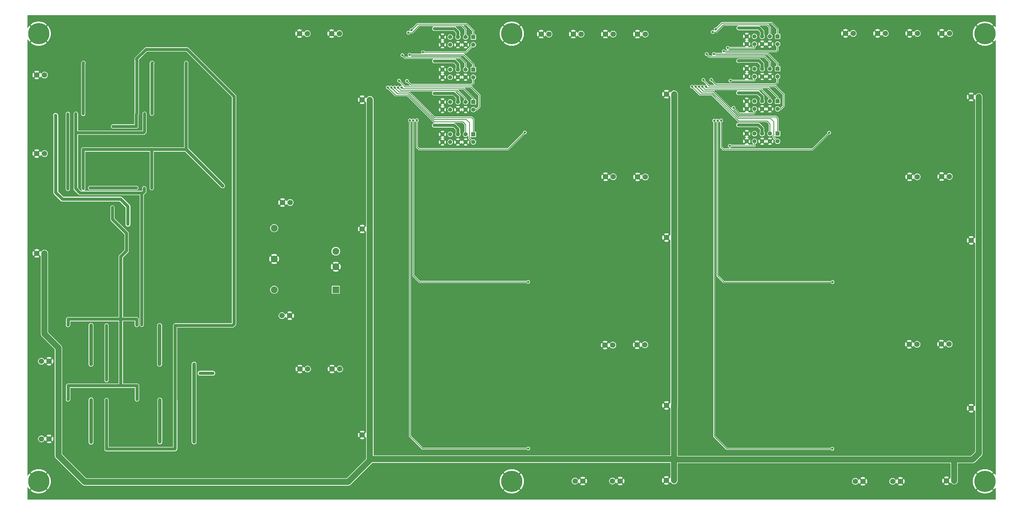
<source format=gbr>
%TF.GenerationSoftware,KiCad,Pcbnew,8.0.1-rc1*%
%TF.CreationDate,2024-04-07T21:12:12-04:00*%
%TF.ProjectId,bcrl_power_supply,6263726c-5f70-46f7-9765-725f73757070,rev?*%
%TF.SameCoordinates,Original*%
%TF.FileFunction,Copper,L2,Bot*%
%TF.FilePolarity,Positive*%
%FSLAX46Y46*%
G04 Gerber Fmt 4.6, Leading zero omitted, Abs format (unit mm)*
G04 Created by KiCad (PCBNEW 8.0.1-rc1) date 2024-04-07 21:12:12*
%MOMM*%
%LPD*%
G01*
G04 APERTURE LIST*
%TA.AperFunction,ComponentPad*%
%ADD10C,7.000000*%
%TD*%
%TA.AperFunction,ComponentPad*%
%ADD11C,1.803400*%
%TD*%
%TA.AperFunction,ComponentPad*%
%ADD12R,1.370000X1.370000*%
%TD*%
%TA.AperFunction,ComponentPad*%
%ADD13C,1.370000*%
%TD*%
%TA.AperFunction,ComponentPad*%
%ADD14R,2.250000X2.250000*%
%TD*%
%TA.AperFunction,ComponentPad*%
%ADD15C,2.250000*%
%TD*%
%TA.AperFunction,ViaPad*%
%ADD16C,0.800000*%
%TD*%
%TA.AperFunction,Conductor*%
%ADD17C,1.000000*%
%TD*%
%TA.AperFunction,Conductor*%
%ADD18C,1.200000*%
%TD*%
%TA.AperFunction,Conductor*%
%ADD19C,0.250000*%
%TD*%
%TA.AperFunction,Conductor*%
%ADD20C,2.000000*%
%TD*%
G04 APERTURE END LIST*
D10*
%TO.P,H2,1,1*%
%TO.N,GND*%
X365000000Y-204000000D03*
%TD*%
D11*
%TO.P,J21,1,1*%
%TO.N,Net-(FB50-Pad2)*%
X322251576Y-203997201D03*
%TO.P,J21,2,2*%
%TO.N,GND*%
X324791576Y-203997201D03*
%TD*%
%TO.P,J23,1,1*%
%TO.N,Net-(FB103-Pad2)*%
X242197223Y-203900000D03*
%TO.P,J23,2,2*%
%TO.N,GND*%
X244737223Y-203900000D03*
%TD*%
%TO.P,J67,1,1*%
%TO.N,Net-(FB86-Pad2)*%
X342691584Y-103572799D03*
%TO.P,J67,2,2*%
%TO.N,GND*%
X340151584Y-103572799D03*
%TD*%
%TO.P,J12,1,1*%
%TO.N,+12V_ext*%
X162200000Y-120760000D03*
%TO.P,J12,2,2*%
%TO.N,GND*%
X159660000Y-120760000D03*
%TD*%
%TO.P,J22,1,1*%
%TO.N,Net-(FB50-Pad2)*%
X334588799Y-203997201D03*
%TO.P,J22,2,2*%
%TO.N,GND*%
X337128799Y-203997201D03*
%TD*%
%TO.P,J27,1,1*%
%TO.N,Net-(FB52-Pad2)*%
X141553207Y-56332201D03*
%TO.P,J27,2,2*%
%TO.N,GND*%
X139013207Y-56332201D03*
%TD*%
D12*
%TO.P,P1,1,1*%
%TO.N,/TxRFswMux & RPi Tx1\u002C2 Connectors/P1.1_VCTRL2_SW1*%
X196303623Y-57478000D03*
D13*
%TO.P,P1,2,2*%
%TO.N,/TxRFswMux & RPi Tx1\u002C2 Connectors/P1.2_VCTRL2_SW2*%
X196303623Y-60018000D03*
%TO.P,P1,3,3*%
%TO.N,/TxRFswMux & RPi Tx1\u002C2 Connectors/P1.3_VCTRL1*%
X193763623Y-57478000D03*
%TO.P,P1,4,4*%
%TO.N,GND*%
X193763623Y-60018000D03*
%TO.P,P1,5,5*%
%TO.N,+3.3V*%
X191223623Y-57478000D03*
%TO.P,P1,6,6*%
%TO.N,GND*%
X191223623Y-60018000D03*
%TO.P,P1,7,7*%
%TO.N,Net-(FB57-Pad2)*%
X188683623Y-57478000D03*
%TO.P,P1,8,8*%
X188683623Y-60018000D03*
%TO.P,P1,9,9*%
%TO.N,GND*%
X186143623Y-57478000D03*
%TO.P,P1,10,10*%
X186143623Y-60018000D03*
%TD*%
D11*
%TO.P,J30,1,1*%
%TO.N,Net-(FB54-Pad2)*%
X152231623Y-166957201D03*
%TO.P,J30,2,2*%
%TO.N,GND*%
X149691623Y-166957201D03*
%TD*%
%TO.P,J24,1,1*%
%TO.N,Net-(FB103-Pad2)*%
X229860000Y-203900000D03*
%TO.P,J24,2,2*%
%TO.N,GND*%
X232400000Y-203900000D03*
%TD*%
%TO.P,J82,1,1*%
%TO.N,+12V_ext*%
X262473600Y-203705598D03*
%TO.P,J82,2,2*%
%TO.N,GND*%
X259933600Y-203705598D03*
%TD*%
D10*
%TO.P,H4,1,1*%
%TO.N,GND*%
X209000000Y-204000000D03*
%TD*%
D11*
%TO.P,J57,1,1*%
%TO.N,Net-(FB81-Pad2)*%
X342723207Y-56270000D03*
%TO.P,J57,2,2*%
%TO.N,GND*%
X340183207Y-56270000D03*
%TD*%
%TO.P,J6,1,1*%
%TO.N,Net-(FB5-Pad2)*%
X53900000Y-190000000D03*
%TO.P,J6,2,2*%
%TO.N,GND*%
X56440000Y-190000000D03*
%TD*%
%TO.P,J1,1,1*%
%TO.N,Net-(FB1-Pad2)*%
X54905176Y-70002799D03*
%TO.P,J1,2,2*%
%TO.N,GND*%
X52365176Y-70002799D03*
%TD*%
%TO.P,J75,1,1*%
%TO.N,Net-(FB93-Pad2)*%
X342621584Y-158832799D03*
%TO.P,J75,2,2*%
%TO.N,GND*%
X340081584Y-158832799D03*
%TD*%
%TO.P,J4,1,1*%
%TO.N,+12V_ext*%
X54905176Y-128812799D03*
%TO.P,J4,2,2*%
%TO.N,GND*%
X52365176Y-128812799D03*
%TD*%
%TO.P,J53,1,1*%
%TO.N,+12V_ext*%
X262540000Y-178970000D03*
%TO.P,J53,2,2*%
%TO.N,GND*%
X260000000Y-178970000D03*
%TD*%
%TO.P,J42,1,1*%
%TO.N,Net-(FB62-Pad2)*%
X253020000Y-103620000D03*
%TO.P,J42,2,2*%
%TO.N,GND*%
X250480000Y-103620000D03*
%TD*%
%TO.P,J9,1,1*%
%TO.N,Net-(FB7-Pad2)*%
X135930000Y-112057201D03*
%TO.P,J9,2,2*%
%TO.N,GND*%
X133390000Y-112057201D03*
%TD*%
D12*
%TO.P,P6,1,1*%
%TO.N,/RxRFswMux & RPi Rx1\u002C 2 Connectors/P2.1_VCTRL2_SW1*%
X296630000Y-67942000D03*
D13*
%TO.P,P6,2,2*%
%TO.N,/RxRFswMux & RPi Rx1\u002C 2 Connectors/P2.2_VCTRL2_SW2*%
X296630000Y-70482000D03*
%TO.P,P6,3,3*%
%TO.N,/RxRFswMux & RPi Rx1\u002C 2 Connectors/P2.3_VCTRL1*%
X294090000Y-67942000D03*
%TO.P,P6,4,4*%
%TO.N,GND*%
X294090000Y-70482000D03*
%TO.P,P6,5,5*%
%TO.N,+3.3V*%
X291550000Y-67942000D03*
%TO.P,P6,6,6*%
%TO.N,GND*%
X291550000Y-70482000D03*
%TO.P,P6,7,7*%
%TO.N,Net-(FB77-Pad2)*%
X289010000Y-67942000D03*
%TO.P,P6,8,8*%
%TO.N,/RxRFswMux & RPi Rx1\u002C 2 Connectors/LNA_SHUTDOWN_2*%
X289010000Y-70482000D03*
%TO.P,P6,9,9*%
%TO.N,GND*%
X286470000Y-67942000D03*
%TO.P,P6,10,10*%
X286470000Y-70482000D03*
%TD*%
D12*
%TO.P,P3,1,1*%
%TO.N,/TxRFswMux & RPi Tx1\u002C2 Connectors/P3.1_VCTRL2_SW1*%
X196303623Y-78866000D03*
D13*
%TO.P,P3,2,2*%
%TO.N,/TxRFswMux & RPi Tx1\u002C2 Connectors/P3.2_VCTRL2_SW2*%
X196303623Y-81406000D03*
%TO.P,P3,3,3*%
%TO.N,/TxRFswMux & RPi Tx1\u002C2 Connectors/P3.3_VCTRL1*%
X193763623Y-78866000D03*
%TO.P,P3,4,4*%
%TO.N,GND*%
X193763623Y-81406000D03*
%TO.P,P3,5,5*%
%TO.N,+3.3V*%
X191223623Y-78866000D03*
%TO.P,P3,6,6*%
%TO.N,GND*%
X191223623Y-81406000D03*
%TO.P,P3,7,7*%
%TO.N,Net-(FB59-Pad2)*%
X188683623Y-78866000D03*
%TO.P,P3,8,8*%
X188683623Y-81406000D03*
%TO.P,P3,9,9*%
%TO.N,GND*%
X186143623Y-78866000D03*
%TO.P,P3,10,10*%
X186143623Y-81406000D03*
%TD*%
D11*
%TO.P,J10,1,1*%
%TO.N,Net-(FB8-Pad2)*%
X133224824Y-149354402D03*
%TO.P,J10,2,2*%
%TO.N,GND*%
X135764824Y-149354402D03*
%TD*%
%TO.P,J80,1,1*%
%TO.N,Net-(FB101-Pad2)*%
X231818415Y-56500000D03*
%TO.P,J80,2,2*%
%TO.N,GND*%
X229278415Y-56500000D03*
%TD*%
%TO.P,J31,1,1*%
%TO.N,Net-(FB55-Pad2)*%
X141653207Y-166957201D03*
%TO.P,J31,2,2*%
%TO.N,GND*%
X139113207Y-166957201D03*
%TD*%
%TO.P,J69,1,1*%
%TO.N,+12V_ext*%
X362995176Y-124522799D03*
%TO.P,J69,2,2*%
%TO.N,GND*%
X360455176Y-124522799D03*
%TD*%
D14*
%TO.P,PS3,1,CTRL*%
%TO.N,Net-(J11-Pin_1)*%
X150970000Y-140817201D03*
D15*
%TO.P,PS3,2,GND*%
%TO.N,GND*%
X150970000Y-133197201D03*
%TO.P,PS3,3,VIN*%
%TO.N,Net-(PS3-VIN)*%
X150970000Y-128117201D03*
%TO.P,PS3,4,+VO*%
%TO.N,Net-(D4-A)*%
X130650000Y-120497201D03*
%TO.P,PS3,5,0V*%
%TO.N,GND*%
X130650000Y-130657201D03*
%TO.P,PS3,6,-VO*%
%TO.N,Net-(D5-K)*%
X130650000Y-140817201D03*
%TD*%
D10*
%TO.P,H1,1,1*%
%TO.N,GND*%
X365000000Y-56362500D03*
%TD*%
%TO.P,H5,1,1*%
%TO.N,GND*%
X53000000Y-56362500D03*
%TD*%
D12*
%TO.P,P8,1,1*%
%TO.N,/RxRFswMux & RPi Rx1\u002C 2 Connectors/P4.1_VCTRL2_SW1*%
X296630000Y-89330000D03*
D13*
%TO.P,P8,2,2*%
%TO.N,/RxRFswMux & RPi Rx1\u002C 2 Connectors/P4.2_VCTRL2_SW2*%
X296630000Y-91870000D03*
%TO.P,P8,3,3*%
%TO.N,/RxRFswMux & RPi Rx1\u002C 2 Connectors/P4.3_VCTRL1*%
X294090000Y-89330000D03*
%TO.P,P8,4,4*%
%TO.N,GND*%
X294090000Y-91870000D03*
%TO.P,P8,5,5*%
%TO.N,+3.3V*%
X291550000Y-89330000D03*
%TO.P,P8,6,6*%
%TO.N,GND*%
X291550000Y-91870000D03*
%TO.P,P8,7,7*%
%TO.N,Net-(FB79-Pad2)*%
X289010000Y-89330000D03*
%TO.P,P8,8,8*%
%TO.N,/RxRFswMux & RPi Rx1\u002C 2 Connectors/LNA_SHUTDOWN_4*%
X289010000Y-91870000D03*
%TO.P,P8,9,9*%
%TO.N,GND*%
X286470000Y-89330000D03*
%TO.P,P8,10,10*%
X286470000Y-91870000D03*
%TD*%
D11*
%TO.P,J45,1,1*%
%TO.N,+12V_ext*%
X262540000Y-123600000D03*
%TO.P,J45,2,2*%
%TO.N,GND*%
X260000000Y-123600000D03*
%TD*%
%TO.P,J81,1,1*%
%TO.N,Net-(FB102-Pad2)*%
X221240000Y-56500000D03*
%TO.P,J81,2,2*%
%TO.N,GND*%
X218700000Y-56500000D03*
%TD*%
%TO.P,J58,1,1*%
%TO.N,Net-(FB82-Pad2)*%
X332144792Y-56270000D03*
%TO.P,J58,2,2*%
%TO.N,GND*%
X329604792Y-56270000D03*
%TD*%
%TO.P,J29,1,1*%
%TO.N,+12V_ext*%
X162200000Y-78157201D03*
%TO.P,J29,2,2*%
%TO.N,GND*%
X159660000Y-78157201D03*
%TD*%
%TO.P,J78,1,1*%
%TO.N,Net-(FB99-Pad2)*%
X252975246Y-56500000D03*
%TO.P,J78,2,2*%
%TO.N,GND*%
X250435246Y-56500000D03*
%TD*%
%TO.P,J61,1,1*%
%TO.N,+12V_ext*%
X362995176Y-77222799D03*
%TO.P,J61,2,2*%
%TO.N,GND*%
X360455176Y-77222799D03*
%TD*%
D12*
%TO.P,P4,1,1*%
%TO.N,/TxRFswMux & RPi Tx1\u002C2 Connectors/P4.1_VCTRL2_SW1*%
X196303623Y-89560000D03*
D13*
%TO.P,P4,2,2*%
%TO.N,/TxRFswMux & RPi Tx1\u002C2 Connectors/P4.2_VCTRL2_SW2*%
X196303623Y-92100000D03*
%TO.P,P4,3,3*%
%TO.N,/TxRFswMux & RPi Tx1\u002C2 Connectors/P4.3_VCTRL1*%
X193763623Y-89560000D03*
%TO.P,P4,4,4*%
%TO.N,GND*%
X193763623Y-92100000D03*
%TO.P,P4,5,5*%
%TO.N,+3.3V*%
X191223623Y-89560000D03*
%TO.P,P4,6,6*%
%TO.N,GND*%
X191223623Y-92100000D03*
%TO.P,P4,7,7*%
%TO.N,Net-(FB60-Pad2)*%
X188683623Y-89560000D03*
%TO.P,P4,8,8*%
X188683623Y-92100000D03*
%TO.P,P4,9,9*%
%TO.N,GND*%
X186143623Y-89560000D03*
%TO.P,P4,10,10*%
X186143623Y-92100000D03*
%TD*%
D11*
%TO.P,J50,1,1*%
%TO.N,Net-(FB69-Pad2)*%
X252873623Y-158960000D03*
%TO.P,J50,2,2*%
%TO.N,GND*%
X250333623Y-158960000D03*
%TD*%
%TO.P,J33,1,1*%
%TO.N,+12V_ext*%
X162200000Y-188700000D03*
%TO.P,J33,2,2*%
%TO.N,GND*%
X159660000Y-188700000D03*
%TD*%
D12*
%TO.P,P2,1,1*%
%TO.N,/TxRFswMux & RPi Tx1\u002C2 Connectors/P2.1_VCTRL2_SW1*%
X196303623Y-68172000D03*
D13*
%TO.P,P2,2,2*%
%TO.N,/TxRFswMux & RPi Tx1\u002C2 Connectors/P2.2_VCTRL2_SW2*%
X196303623Y-70712000D03*
%TO.P,P2,3,3*%
%TO.N,/TxRFswMux & RPi Tx1\u002C2 Connectors/P2.3_VCTRL1*%
X193763623Y-68172000D03*
%TO.P,P2,4,4*%
%TO.N,GND*%
X193763623Y-70712000D03*
%TO.P,P2,5,5*%
%TO.N,+3.3V*%
X191223623Y-68172000D03*
%TO.P,P2,6,6*%
%TO.N,GND*%
X191223623Y-70712000D03*
%TO.P,P2,7,7*%
%TO.N,Net-(FB58-Pad2)*%
X188683623Y-68172000D03*
%TO.P,P2,8,8*%
X188683623Y-70712000D03*
%TO.P,P2,9,9*%
%TO.N,GND*%
X186143623Y-68172000D03*
%TO.P,P2,10,10*%
X186143623Y-70712000D03*
%TD*%
D11*
%TO.P,J77,1,1*%
%TO.N,+12V_ext*%
X362995176Y-179892799D03*
%TO.P,J77,2,2*%
%TO.N,GND*%
X360455176Y-179892799D03*
%TD*%
%TO.P,J59,1,1*%
%TO.N,Net-(FB83-Pad2)*%
X321566377Y-56270000D03*
%TO.P,J59,2,2*%
%TO.N,GND*%
X319026377Y-56270000D03*
%TD*%
%TO.P,J43,1,1*%
%TO.N,Net-(FB63-Pad2)*%
X242450000Y-103550000D03*
%TO.P,J43,2,2*%
%TO.N,GND*%
X239910000Y-103550000D03*
%TD*%
%TO.P,J79,1,1*%
%TO.N,Net-(FB100-Pad2)*%
X242396830Y-56500000D03*
%TO.P,J79,2,2*%
%TO.N,GND*%
X239856830Y-56500000D03*
%TD*%
%TO.P,J66,1,1*%
%TO.N,Net-(FB85-Pad2)*%
X353270000Y-103470000D03*
%TO.P,J66,2,2*%
%TO.N,GND*%
X350730000Y-103470000D03*
%TD*%
D10*
%TO.P,H3,1,1*%
%TO.N,GND*%
X209000000Y-56362500D03*
%TD*%
%TO.P,H6,1,1*%
%TO.N,GND*%
X53000000Y-204000000D03*
%TD*%
D11*
%TO.P,J51,1,1*%
%TO.N,Net-(FB70-Pad2)*%
X242295207Y-159062799D03*
%TO.P,J51,2,2*%
%TO.N,GND*%
X239755207Y-159062799D03*
%TD*%
D12*
%TO.P,P7,1,1*%
%TO.N,/RxRFswMux & RPi Rx1\u002C 2 Connectors/P3.1_VCTRL2_SW1*%
X296630000Y-78636000D03*
D13*
%TO.P,P7,2,2*%
%TO.N,/RxRFswMux & RPi Rx1\u002C 2 Connectors/P3.2_VCTRL2_SW2*%
X296630000Y-81176000D03*
%TO.P,P7,3,3*%
%TO.N,/RxRFswMux & RPi Rx1\u002C 2 Connectors/P3.3_VCTRL1*%
X294090000Y-78636000D03*
%TO.P,P7,4,4*%
%TO.N,GND*%
X294090000Y-81176000D03*
%TO.P,P7,5,5*%
%TO.N,+3.3V*%
X291550000Y-78636000D03*
%TO.P,P7,6,6*%
%TO.N,GND*%
X291550000Y-81176000D03*
%TO.P,P7,7,7*%
%TO.N,Net-(FB78-Pad2)*%
X289010000Y-78636000D03*
%TO.P,P7,8,8*%
%TO.N,/RxRFswMux & RPi Rx1\u002C 2 Connectors/LNA_SHUTDOWN_3*%
X289010000Y-81176000D03*
%TO.P,P7,9,9*%
%TO.N,GND*%
X286470000Y-78636000D03*
%TO.P,P7,10,10*%
X286470000Y-81176000D03*
%TD*%
D11*
%TO.P,J2,1,1*%
%TO.N,Net-(FB2-Pad2)*%
X54905176Y-95902799D03*
%TO.P,J2,2,2*%
%TO.N,GND*%
X52365176Y-95902799D03*
%TD*%
%TO.P,J74,1,1*%
%TO.N,Net-(FB92-Pad2)*%
X353200000Y-158730000D03*
%TO.P,J74,2,2*%
%TO.N,GND*%
X350660000Y-158730000D03*
%TD*%
%TO.P,J25,1,1*%
%TO.N,+12V_ext*%
X354865176Y-203802799D03*
%TO.P,J25,2,2*%
%TO.N,GND*%
X352325176Y-203802799D03*
%TD*%
%TO.P,J37,1,1*%
%TO.N,+12V_ext*%
X262540000Y-76300000D03*
%TO.P,J37,2,2*%
%TO.N,GND*%
X260000000Y-76300000D03*
%TD*%
%TO.P,J5,1,1*%
%TO.N,Net-(FB4-Pad2)*%
X53900000Y-164400000D03*
%TO.P,J5,2,2*%
%TO.N,GND*%
X56440000Y-164400000D03*
%TD*%
%TO.P,J56,1,1*%
%TO.N,Net-(FB80-Pad2)*%
X353301623Y-56270000D03*
%TO.P,J56,2,2*%
%TO.N,GND*%
X350761623Y-56270000D03*
%TD*%
D12*
%TO.P,P5,1,1*%
%TO.N,/RxRFswMux & RPi Rx1\u002C 2 Connectors/P1.1_VCTRL2_SW1*%
X296630000Y-57248000D03*
D13*
%TO.P,P5,2,2*%
%TO.N,/RxRFswMux & RPi Rx1\u002C 2 Connectors/P1.2_VCTRL2_SW2*%
X296630000Y-59788000D03*
%TO.P,P5,3,3*%
%TO.N,/RxRFswMux & RPi Rx1\u002C 2 Connectors/P1.3_VCTRL1*%
X294090000Y-57248000D03*
%TO.P,P5,4,4*%
%TO.N,GND*%
X294090000Y-59788000D03*
%TO.P,P5,5,5*%
%TO.N,+3.3V*%
X291550000Y-57248000D03*
%TO.P,P5,6,6*%
%TO.N,GND*%
X291550000Y-59788000D03*
%TO.P,P5,7,7*%
%TO.N,Net-(FB76-Pad2)*%
X289010000Y-57248000D03*
%TO.P,P5,8,8*%
%TO.N,/RxRFswMux & RPi Rx1\u002C 2 Connectors/LNA_SHUTDOWN_1*%
X289010000Y-59788000D03*
%TO.P,P5,9,9*%
%TO.N,GND*%
X286470000Y-57248000D03*
%TO.P,P5,10,10*%
X286470000Y-59788000D03*
%TD*%
D11*
%TO.P,J26,1,1*%
%TO.N,Net-(FB51-Pad2)*%
X152131623Y-56332201D03*
%TO.P,J26,2,2*%
%TO.N,GND*%
X149591623Y-56332201D03*
%TD*%
D16*
%TO.N,GND*%
X146000000Y-80000000D03*
X181000000Y-92000000D03*
X296000000Y-107000000D03*
X341000000Y-82000000D03*
X271000000Y-182000000D03*
X301000000Y-207000000D03*
X328000000Y-174500000D03*
X336000000Y-127000000D03*
X266000000Y-87000000D03*
X115000000Y-92000000D03*
X351000000Y-52000000D03*
X318662211Y-121013366D03*
X228500000Y-89500000D03*
X154000000Y-200000000D03*
X276000000Y-207000000D03*
X243500000Y-134500000D03*
X139000000Y-80000000D03*
X231000000Y-112000000D03*
X251000000Y-167000000D03*
X128000000Y-185000000D03*
X319000000Y-173500000D03*
X286000000Y-147000000D03*
X366000000Y-82000000D03*
X171000000Y-137000000D03*
X336000000Y-183000000D03*
X228500000Y-189000000D03*
X301000000Y-192000000D03*
X346000000Y-57000000D03*
X316000000Y-177000000D03*
X129000000Y-84000000D03*
X131000000Y-62000000D03*
X271000000Y-52000000D03*
X61000000Y-82000000D03*
X323500000Y-84500000D03*
X258000000Y-132000000D03*
X336000000Y-97000000D03*
X129000000Y-194000000D03*
X266000000Y-142000000D03*
X291000000Y-162000000D03*
X121000000Y-192000000D03*
X121000000Y-87000000D03*
X131000000Y-137000000D03*
X238500000Y-84500000D03*
X351000000Y-72000000D03*
X196000000Y-177000000D03*
X316000000Y-102000000D03*
X356000000Y-132000000D03*
X218000000Y-120500000D03*
X134000000Y-80000000D03*
X271000000Y-142000000D03*
X171000000Y-182000000D03*
X61000000Y-72000000D03*
X316000000Y-77000000D03*
X361000000Y-207000000D03*
X226000000Y-132000000D03*
X160000000Y-85000000D03*
X296000000Y-172000000D03*
X166000000Y-162000000D03*
X181000000Y-187000000D03*
X256000000Y-152000000D03*
X160000000Y-82000000D03*
X216000000Y-117000000D03*
X365500000Y-89500000D03*
X281000000Y-207000000D03*
X233000000Y-174500000D03*
X321000000Y-107000000D03*
X80000000Y-76000000D03*
X156000000Y-62000000D03*
X331000000Y-87000000D03*
X366000000Y-127000000D03*
X95000000Y-93000000D03*
X171000000Y-142000000D03*
X166000000Y-72000000D03*
X116000000Y-167000000D03*
X321000000Y-202000000D03*
X86000000Y-52000000D03*
X351000000Y-122000000D03*
X326000000Y-147000000D03*
X201000000Y-187000000D03*
X98000000Y-129000000D03*
X326000000Y-52000000D03*
X201000000Y-82000000D03*
X251000000Y-132000000D03*
X161000000Y-202000000D03*
X56000000Y-182000000D03*
X286000000Y-102000000D03*
X136000000Y-102000000D03*
X76000000Y-69000000D03*
X136000000Y-117000000D03*
X256000000Y-142000000D03*
X366000000Y-162000000D03*
X111000000Y-197000000D03*
X338000000Y-173500000D03*
X139000000Y-84000000D03*
X96000000Y-82000000D03*
X86000000Y-62000000D03*
X57000000Y-135000000D03*
X124000000Y-89000000D03*
X181000000Y-162000000D03*
X366000000Y-142000000D03*
X216000000Y-77000000D03*
X224000000Y-176500000D03*
X356000000Y-72000000D03*
X351000000Y-177000000D03*
X111000000Y-114000000D03*
X88000000Y-195000000D03*
X296000000Y-122000000D03*
X196000000Y-117000000D03*
X266000000Y-147000000D03*
X66000000Y-132000000D03*
X291000000Y-167000000D03*
X104000000Y-143000000D03*
X146000000Y-152000000D03*
X281000000Y-102000000D03*
X223500000Y-134500000D03*
X301000000Y-62000000D03*
X241000000Y-177000000D03*
X271000000Y-102000000D03*
X301000000Y-137000000D03*
X239500000Y-70500000D03*
X351000000Y-152000000D03*
X296000000Y-182000000D03*
X336000000Y-137000000D03*
X243500000Y-194000000D03*
X133000000Y-191000000D03*
X361000000Y-107000000D03*
X191000000Y-127000000D03*
X358000000Y-187000000D03*
X320500000Y-70500000D03*
X186000000Y-207000000D03*
X260500000Y-91000000D03*
X127000000Y-72000000D03*
X320000000Y-118500000D03*
X324500000Y-118000000D03*
X260000000Y-137000000D03*
X68000000Y-126000000D03*
X238500000Y-89500000D03*
X128000000Y-74000000D03*
X324000000Y-134500000D03*
X356000000Y-182000000D03*
X246000000Y-182000000D03*
X111000000Y-112000000D03*
X94000000Y-134000000D03*
X143000000Y-72000000D03*
X238500000Y-129500000D03*
X281000000Y-192000000D03*
X324000000Y-175000000D03*
X137000000Y-74000000D03*
X366000000Y-137000000D03*
X111000000Y-87000000D03*
X146000000Y-157000000D03*
X346000000Y-177000000D03*
X146000000Y-62000000D03*
X241000000Y-167000000D03*
X351000000Y-147000000D03*
X81000000Y-82000000D03*
X221500000Y-133000000D03*
X301000000Y-82000000D03*
X301000000Y-92000000D03*
X68000000Y-184000000D03*
X336000000Y-92000000D03*
X260000000Y-89500000D03*
X351000000Y-112000000D03*
X326000000Y-152000000D03*
X356000000Y-172000000D03*
X160000000Y-102000000D03*
X160000000Y-172000000D03*
X291000000Y-187000000D03*
X219000000Y-80000000D03*
X217500000Y-74000000D03*
X211000000Y-152000000D03*
X151000000Y-108000000D03*
X251000000Y-182000000D03*
X166000000Y-177000000D03*
X171000000Y-202000000D03*
X61000000Y-107000000D03*
X356000000Y-67000000D03*
X90000000Y-181000000D03*
X366000000Y-152000000D03*
X281000000Y-162000000D03*
X296000000Y-52000000D03*
X339000000Y-129500000D03*
X111000000Y-207000000D03*
X51000000Y-77000000D03*
X216000000Y-132000000D03*
X115000000Y-78000000D03*
X66000000Y-190000000D03*
X131000000Y-66000000D03*
X236000000Y-152000000D03*
X346000000Y-72000000D03*
X326000000Y-107000000D03*
X241000000Y-72000000D03*
X71000000Y-82000000D03*
X216000000Y-192000000D03*
X101000000Y-157000000D03*
X129000000Y-89000000D03*
X51000000Y-107000000D03*
X61000000Y-97000000D03*
X96000000Y-112000000D03*
X111000000Y-82000000D03*
X166000000Y-57000000D03*
X256000000Y-162000000D03*
X236000000Y-102000000D03*
X271000000Y-147000000D03*
X66100000Y-118900000D03*
X160000000Y-157000000D03*
X281000000Y-57000000D03*
X253500000Y-192000000D03*
X121000000Y-152000000D03*
X256000000Y-207000000D03*
X151000000Y-182000000D03*
X241000000Y-122000000D03*
X121000000Y-129000000D03*
X85000000Y-142000000D03*
X323000000Y-118500000D03*
X256000000Y-57000000D03*
X361000000Y-52000000D03*
X56000000Y-167000000D03*
X331000000Y-167000000D03*
X81000000Y-62000000D03*
X211000000Y-147000000D03*
X191000000Y-132000000D03*
X151000000Y-172000000D03*
X151000000Y-137000000D03*
X326000000Y-207000000D03*
X77000000Y-134000000D03*
X366000000Y-197000000D03*
X341000000Y-112000000D03*
X366000000Y-117000000D03*
X361000000Y-137000000D03*
X331000000Y-127000000D03*
X341000000Y-137000000D03*
X79000000Y-124000000D03*
X336000000Y-82000000D03*
X261000000Y-72000000D03*
X336000000Y-167000000D03*
X68000000Y-121000000D03*
X333500000Y-84500000D03*
X266000000Y-127000000D03*
X148000000Y-106000000D03*
X241000000Y-107000000D03*
X133000000Y-130000000D03*
X306000000Y-152000000D03*
X146000000Y-107000000D03*
X241000000Y-147000000D03*
X136000000Y-142000000D03*
X126000000Y-167000000D03*
X216000000Y-92000000D03*
X160000000Y-152000000D03*
X323500000Y-194000000D03*
X238500000Y-113500000D03*
X236000000Y-112000000D03*
X107000000Y-129000000D03*
X61000000Y-132000000D03*
X206000000Y-92000000D03*
X101000000Y-107000000D03*
X121000000Y-92000000D03*
X86000000Y-202000000D03*
X66000000Y-207000000D03*
X321000000Y-77000000D03*
X181000000Y-122000000D03*
X222000000Y-118000000D03*
X136000000Y-82000000D03*
X366000000Y-107000000D03*
X366000000Y-167000000D03*
X181000000Y-107000000D03*
X321000000Y-167000000D03*
X356000000Y-167000000D03*
X146000000Y-77000000D03*
X101000000Y-57000000D03*
X251000000Y-137000000D03*
X321000000Y-142000000D03*
X158000000Y-85000000D03*
X123000000Y-190000000D03*
X241000000Y-62000000D03*
X216000000Y-62000000D03*
X94000000Y-129000000D03*
X74000000Y-101000000D03*
X343500000Y-84500000D03*
X216000000Y-182000000D03*
X51000000Y-162000000D03*
X324500000Y-66000000D03*
X324000000Y-168500000D03*
X336000000Y-157000000D03*
X52000000Y-141000000D03*
X216000000Y-72000000D03*
X306000000Y-112000000D03*
X181000000Y-57000000D03*
X334000000Y-134500000D03*
X64000000Y-135000000D03*
X356000000Y-162000000D03*
X166000000Y-102000000D03*
X246000000Y-147000000D03*
X281000000Y-142000000D03*
X361000000Y-97000000D03*
X258000000Y-192000000D03*
X246000000Y-107000000D03*
X323500000Y-189500000D03*
X105000000Y-144000000D03*
X56500000Y-77000000D03*
X220000000Y-70500000D03*
X326000000Y-142000000D03*
X336000000Y-152000000D03*
X141000000Y-82000000D03*
X166000000Y-207000000D03*
X98000000Y-124000000D03*
X161000000Y-52000000D03*
X96000000Y-107000000D03*
X91000000Y-117000000D03*
X353000000Y-89500000D03*
X339500000Y-66000000D03*
X226000000Y-127000000D03*
X344000000Y-129500000D03*
X321000000Y-137000000D03*
X246000000Y-157000000D03*
X276000000Y-52000000D03*
X231000000Y-147000000D03*
X266000000Y-137000000D03*
X223500000Y-179500000D03*
X324500000Y-72000000D03*
X341000000Y-152000000D03*
X365000000Y-138000000D03*
X171000000Y-117000000D03*
X366000000Y-182000000D03*
X186000000Y-162000000D03*
X96000000Y-202000000D03*
X94000000Y-139000000D03*
X361000000Y-162000000D03*
X239500000Y-72500000D03*
X228500000Y-134500000D03*
X171000000Y-152000000D03*
X191000000Y-112000000D03*
X266000000Y-132000000D03*
X141000000Y-202000000D03*
X291000000Y-52000000D03*
X201000000Y-202000000D03*
X336000000Y-112000000D03*
X264500000Y-136000000D03*
X335500000Y-66000000D03*
X286000000Y-122000000D03*
X266000000Y-92000000D03*
X121000000Y-72000000D03*
X91000000Y-127000000D03*
X51000000Y-82000000D03*
X281000000Y-132000000D03*
X233500000Y-80000000D03*
X356000000Y-177000000D03*
X87000000Y-69000000D03*
X160000000Y-182000000D03*
X191000000Y-187000000D03*
X246000000Y-179500000D03*
X136000000Y-122000000D03*
X151000000Y-92000000D03*
X51000000Y-112000000D03*
X191000000Y-192000000D03*
X231000000Y-102000000D03*
X156000000Y-147000000D03*
X251000000Y-92000000D03*
X191000000Y-167000000D03*
X71000000Y-197000000D03*
X132000000Y-183000000D03*
X181000000Y-152000000D03*
X131000000Y-82000000D03*
X158000000Y-92000000D03*
X78000000Y-143000000D03*
X151000000Y-187000000D03*
X101000000Y-197000000D03*
X171000000Y-207000000D03*
X286000000Y-157000000D03*
X256000000Y-82000000D03*
X238500000Y-189000000D03*
X206000000Y-192000000D03*
X323500000Y-75500000D03*
X281000000Y-117000000D03*
X146000000Y-142000000D03*
X139000000Y-194000000D03*
X341000000Y-132000000D03*
X254000000Y-132500000D03*
X87000000Y-184000000D03*
X246000000Y-112000000D03*
X51000000Y-187000000D03*
X240500000Y-74000000D03*
X191000000Y-102000000D03*
X318500000Y-128500000D03*
X141000000Y-92000000D03*
X316000000Y-112000000D03*
X126000000Y-157000000D03*
X105000000Y-136000000D03*
X136000000Y-127000000D03*
X218000000Y-66500000D03*
X164000000Y-92000000D03*
X52000000Y-143000000D03*
X137000000Y-182000000D03*
X206000000Y-157000000D03*
X286000000Y-97000000D03*
X291000000Y-157000000D03*
X136000000Y-157000000D03*
X176000000Y-72000000D03*
X143000000Y-134000000D03*
X271000000Y-152000000D03*
X106000000Y-77000000D03*
X366000000Y-132000000D03*
X85000000Y-147000000D03*
X156000000Y-152000000D03*
X331000000Y-147000000D03*
X348500000Y-124500000D03*
X181000000Y-67000000D03*
X158000000Y-90000000D03*
X96000000Y-92000000D03*
X104000000Y-139000000D03*
X241000000Y-207000000D03*
X323500000Y-184500000D03*
X221000000Y-77000000D03*
X227000000Y-66500000D03*
X160000000Y-162000000D03*
X149000000Y-100000000D03*
X166000000Y-152000000D03*
X232500000Y-121500000D03*
X144000000Y-84000000D03*
X351000000Y-137000000D03*
X326000000Y-82000000D03*
X223500000Y-84500000D03*
X71000000Y-117000000D03*
X216000000Y-107000000D03*
X345000000Y-187000000D03*
X251000000Y-72000000D03*
X233000000Y-113500000D03*
X91000000Y-177000000D03*
X306000000Y-92000000D03*
X88000000Y-157000000D03*
X306000000Y-192000000D03*
X228500000Y-84500000D03*
X156000000Y-167000000D03*
X121000000Y-202000000D03*
X336000000Y-142000000D03*
X156000000Y-52000000D03*
X351000000Y-117000000D03*
X321000000Y-72000000D03*
X111000000Y-192000000D03*
X291000000Y-142000000D03*
X237000000Y-177000000D03*
X318500000Y-179500000D03*
X66000000Y-137000000D03*
X221000000Y-182000000D03*
X291000000Y-122000000D03*
X238500000Y-184500000D03*
X151000000Y-202000000D03*
X196000000Y-122000000D03*
X218500000Y-174000000D03*
X216000000Y-177000000D03*
X316000000Y-167000000D03*
X221000000Y-147000000D03*
X226000000Y-52000000D03*
X361000000Y-84500000D03*
X336000000Y-192000000D03*
X171000000Y-112000000D03*
X91000000Y-52000000D03*
X296000000Y-187000000D03*
X266000000Y-207000000D03*
X166000000Y-67000000D03*
X336000000Y-132000000D03*
X84000000Y-128000000D03*
X166000000Y-77000000D03*
X236000000Y-87000000D03*
X256000000Y-137000000D03*
X51000000Y-172000000D03*
X231000000Y-152000000D03*
X296000000Y-147000000D03*
X191000000Y-157000000D03*
X93000000Y-93000000D03*
X76000000Y-62000000D03*
X136000000Y-52000000D03*
X206000000Y-122000000D03*
X66000000Y-69000000D03*
X196000000Y-187000000D03*
X221000000Y-162000000D03*
X196000000Y-142000000D03*
X366000000Y-157000000D03*
X276000000Y-202000000D03*
X66000000Y-52000000D03*
X321000000Y-207000000D03*
X252500000Y-188000000D03*
X196000000Y-112000000D03*
X159000000Y-125000000D03*
X144000000Y-194000000D03*
X236000000Y-62000000D03*
X218000000Y-118000000D03*
X61000000Y-87000000D03*
X226000000Y-87000000D03*
X333500000Y-79500000D03*
X51000000Y-197000000D03*
X311000000Y-152000000D03*
X221000000Y-122000000D03*
X94000000Y-76000000D03*
X306000000Y-142000000D03*
X106000000Y-82000000D03*
X339000000Y-134500000D03*
X106000000Y-52000000D03*
X151000000Y-52000000D03*
X61000000Y-92000000D03*
X301000000Y-57000000D03*
X331000000Y-192000000D03*
X156000000Y-142000000D03*
X81000000Y-207000000D03*
X321000000Y-192000000D03*
X326000000Y-132000000D03*
X85000000Y-122000000D03*
X356000000Y-122000000D03*
X356000000Y-82000000D03*
X131000000Y-197000000D03*
X326000000Y-167000000D03*
X101000000Y-177000000D03*
X281000000Y-202000000D03*
X245000000Y-187000000D03*
X136000000Y-57000000D03*
X108000000Y-125000000D03*
X311000000Y-147000000D03*
X136000000Y-92000000D03*
X271000000Y-92000000D03*
X201000000Y-57000000D03*
X160000000Y-92000000D03*
X331000000Y-137000000D03*
X160000000Y-132000000D03*
X231000000Y-142000000D03*
X121000000Y-197000000D03*
X131000000Y-57000000D03*
X196000000Y-207000000D03*
X321000000Y-87000000D03*
X223500000Y-129500000D03*
X136000000Y-137000000D03*
X146000000Y-127000000D03*
X336000000Y-162000000D03*
X216000000Y-102000000D03*
X201000000Y-192000000D03*
X216000000Y-122000000D03*
X286000000Y-142000000D03*
X56000000Y-172000000D03*
X291000000Y-177000000D03*
X291000000Y-117000000D03*
X181000000Y-77000000D03*
X220500000Y-74000000D03*
X218500000Y-129000000D03*
X206000000Y-142000000D03*
X71000000Y-92000000D03*
X141000000Y-152000000D03*
X326000000Y-87000000D03*
X66000000Y-184000000D03*
X141000000Y-107000000D03*
X316000000Y-162000000D03*
X291000000Y-97000000D03*
X306000000Y-102000000D03*
X68000000Y-131000000D03*
X253500000Y-137000000D03*
X146000000Y-72000000D03*
X328500000Y-79500000D03*
X181000000Y-177000000D03*
X131000000Y-92000000D03*
X221000000Y-112000000D03*
X366000000Y-147000000D03*
X156000000Y-182000000D03*
X106000000Y-192000000D03*
X316500000Y-71000000D03*
X326000000Y-112000000D03*
X64000000Y-130000000D03*
X359000000Y-138000000D03*
X236000000Y-107000000D03*
X81000000Y-202000000D03*
X206000000Y-167000000D03*
X146000000Y-52000000D03*
X196000000Y-192000000D03*
X139000000Y-74000000D03*
X301000000Y-112000000D03*
X260500000Y-138500000D03*
X68000000Y-159000000D03*
X266000000Y-52000000D03*
X246000000Y-142000000D03*
X92500000Y-195000000D03*
X230500000Y-117000000D03*
X323500000Y-79500000D03*
X221000000Y-127000000D03*
X361000000Y-117000000D03*
X206000000Y-112000000D03*
X211000000Y-52000000D03*
X216000000Y-167000000D03*
X166000000Y-137000000D03*
X328500000Y-84500000D03*
X64000000Y-190000000D03*
X186000000Y-167000000D03*
X226000000Y-147000000D03*
X141000000Y-147000000D03*
X306000000Y-57000000D03*
X75000000Y-128000000D03*
X291000000Y-102000000D03*
X166000000Y-82000000D03*
X316000000Y-202000000D03*
X85000000Y-127000000D03*
X181000000Y-137000000D03*
X228500000Y-121500000D03*
X228500000Y-176500000D03*
X351000000Y-172000000D03*
X291000000Y-182000000D03*
X121000000Y-177000000D03*
X111000000Y-136000000D03*
X241000000Y-183000000D03*
X338500000Y-194000000D03*
X181000000Y-167000000D03*
X82000000Y-133000000D03*
X226000000Y-182000000D03*
X366000000Y-67000000D03*
X71000000Y-57000000D03*
X346000000Y-107000000D03*
X256000000Y-92000000D03*
X343500000Y-184500000D03*
X241000000Y-82000000D03*
X346000000Y-117000000D03*
X353000000Y-85000000D03*
X51000000Y-92000000D03*
X261000000Y-62000000D03*
X160000000Y-195000000D03*
X316000000Y-207000000D03*
X316000000Y-142000000D03*
X258000000Y-187000000D03*
X105000000Y-140000000D03*
X216000000Y-82000000D03*
X166000000Y-122000000D03*
X238500000Y-194000000D03*
X291000000Y-192000000D03*
X246000000Y-152000000D03*
X301000000Y-157000000D03*
X206000000Y-72000000D03*
X281000000Y-127000000D03*
X321000000Y-97000000D03*
X358500000Y-132000000D03*
X281000000Y-167000000D03*
X256000000Y-147000000D03*
X236000000Y-162000000D03*
X266000000Y-107000000D03*
X251000000Y-177000000D03*
X146000000Y-182000000D03*
X346000000Y-102000000D03*
X341000000Y-147000000D03*
X256000000Y-157000000D03*
X266000000Y-172000000D03*
X121000000Y-82000000D03*
X360000000Y-194000000D03*
X106000000Y-87000000D03*
X61000000Y-152000000D03*
X201000000Y-167000000D03*
X216000000Y-152000000D03*
X346000000Y-142000000D03*
X160000000Y-90000000D03*
X356000000Y-142000000D03*
X328000000Y-72000000D03*
X232500000Y-117500000D03*
X239000000Y-120000000D03*
X256000000Y-132000000D03*
X126000000Y-132000000D03*
X221000000Y-207000000D03*
X306000000Y-147000000D03*
X346000000Y-127000000D03*
X51000000Y-67000000D03*
X326000000Y-127000000D03*
X226000000Y-137000000D03*
X351000000Y-167000000D03*
X196000000Y-102000000D03*
X79000000Y-126000000D03*
X233500000Y-89500000D03*
X154000000Y-90000000D03*
X166000000Y-182000000D03*
X56000000Y-187000000D03*
X121000000Y-182000000D03*
X216000000Y-162000000D03*
X201000000Y-137000000D03*
X53000000Y-140000000D03*
X281000000Y-177000000D03*
X56000000Y-67000000D03*
X319000000Y-124500000D03*
X136000000Y-197000000D03*
X243500000Y-189000000D03*
X133000000Y-140000000D03*
X91000000Y-132000000D03*
X318500000Y-66000000D03*
X90000000Y-195000000D03*
X70000000Y-69000000D03*
X126000000Y-82000000D03*
X106000000Y-202000000D03*
X306000000Y-187000000D03*
X155000000Y-100000000D03*
X186000000Y-122000000D03*
X156000000Y-195000000D03*
X258000000Y-89500000D03*
X96000000Y-132000000D03*
X226000000Y-107000000D03*
X121000000Y-77000000D03*
X356000000Y-92000000D03*
X139000000Y-199000000D03*
X121000000Y-66000000D03*
X352500000Y-187500000D03*
X326000000Y-187000000D03*
X331000000Y-112000000D03*
X111000000Y-109000000D03*
X356000000Y-97000000D03*
X64000000Y-125000000D03*
X121000000Y-107000000D03*
X171000000Y-157000000D03*
X221000000Y-102000000D03*
X181000000Y-207000000D03*
X246000000Y-102000000D03*
X76000000Y-117000000D03*
X136000000Y-66000000D03*
X220000000Y-119000000D03*
X291000000Y-152000000D03*
X186000000Y-187000000D03*
X281000000Y-52000000D03*
X141000000Y-197000000D03*
X326000000Y-162000000D03*
X76000000Y-133000000D03*
X148000000Y-104000000D03*
X221000000Y-52000000D03*
X101000000Y-202000000D03*
X356000000Y-77000000D03*
X138000000Y-130000000D03*
X238000000Y-174000000D03*
X89000000Y-69000000D03*
X233000000Y-172500000D03*
X356000000Y-52000000D03*
X251000000Y-142000000D03*
X248000000Y-79000000D03*
X236000000Y-132000000D03*
X351000000Y-62000000D03*
X239000000Y-122000000D03*
X82000000Y-135000000D03*
X343500000Y-189500000D03*
X336000000Y-187000000D03*
X346000000Y-167000000D03*
X156000000Y-157000000D03*
X326000000Y-102000000D03*
X326000000Y-137000000D03*
X286000000Y-137000000D03*
X96000000Y-207000000D03*
X346000000Y-172000000D03*
X326000000Y-157000000D03*
X316000000Y-187000000D03*
X115000000Y-82000000D03*
X116000000Y-172000000D03*
X227500000Y-119500000D03*
X336000000Y-102000000D03*
X83000000Y-143000000D03*
X271000000Y-162000000D03*
X86000000Y-195000000D03*
X286000000Y-182000000D03*
X339000000Y-73000000D03*
X286000000Y-172000000D03*
X51000000Y-102000000D03*
X143000000Y-124000000D03*
X160000000Y-147000000D03*
X351000000Y-107000000D03*
X128000000Y-124000000D03*
X132000000Y-185000000D03*
X51000000Y-177000000D03*
X281000000Y-122000000D03*
X361000000Y-82000000D03*
X221000000Y-87000000D03*
X366000000Y-97000000D03*
X116000000Y-177000000D03*
X96000000Y-127000000D03*
X226000000Y-167000000D03*
X251000000Y-112000000D03*
X143000000Y-140000000D03*
X218500000Y-179500000D03*
X246000000Y-62000000D03*
X211000000Y-102000000D03*
X286000000Y-202000000D03*
X115000000Y-195000000D03*
X321000000Y-122000000D03*
X216000000Y-147000000D03*
X366000000Y-77000000D03*
X59271988Y-140978070D03*
X166000000Y-187000000D03*
X126000000Y-112000000D03*
X61000000Y-202000000D03*
X146000000Y-187000000D03*
X129000000Y-199000000D03*
X236000000Y-82000000D03*
X141000000Y-142000000D03*
X151000000Y-162000000D03*
X266000000Y-62000000D03*
X156000000Y-107000000D03*
X136000000Y-162000000D03*
X51000000Y-72000000D03*
X191000000Y-172000000D03*
X228500000Y-129500000D03*
X301000000Y-107000000D03*
X266000000Y-112000000D03*
X366000000Y-112000000D03*
X218500000Y-72000000D03*
X260000000Y-132000000D03*
X306000000Y-72000000D03*
X51000000Y-182000000D03*
X146000000Y-57000000D03*
X71000000Y-207000000D03*
X266000000Y-122000000D03*
X181000000Y-87000000D03*
X73000000Y-93000000D03*
X98000000Y-119000000D03*
X231000000Y-187000000D03*
X256000000Y-52000000D03*
X340000000Y-74500000D03*
X271000000Y-122000000D03*
X222500000Y-174000000D03*
X266000000Y-72000000D03*
X126000000Y-162000000D03*
X132000000Y-74000000D03*
X191000000Y-107000000D03*
X333000000Y-74500000D03*
X171000000Y-167000000D03*
X232500000Y-74000000D03*
X116000000Y-57000000D03*
X356000000Y-102000000D03*
X136000000Y-192000000D03*
X65000000Y-181000000D03*
X337500000Y-74000000D03*
X216000000Y-207000000D03*
X324500000Y-172500000D03*
X96000000Y-78000000D03*
X329000000Y-129500000D03*
X291000000Y-127000000D03*
X106000000Y-177000000D03*
X341000000Y-72000000D03*
X238500000Y-134500000D03*
X328500000Y-189500000D03*
X261000000Y-57000000D03*
X132000000Y-181000000D03*
X171000000Y-177000000D03*
X51000000Y-122000000D03*
X83000000Y-141000000D03*
X154000000Y-102000000D03*
X256000000Y-122000000D03*
X176000000Y-67000000D03*
X101000000Y-207000000D03*
X256000000Y-112000000D03*
X66000000Y-197000000D03*
X239000000Y-118000000D03*
X71000000Y-122000000D03*
X112000000Y-141000000D03*
X141000000Y-182000000D03*
X296000000Y-157000000D03*
X238000000Y-71500000D03*
X149000000Y-80000000D03*
X291000000Y-132000000D03*
X76000000Y-129000000D03*
X356000000Y-112000000D03*
X191000000Y-182000000D03*
X254500000Y-188000000D03*
X66000000Y-122000000D03*
X351000000Y-77000000D03*
X116000000Y-207000000D03*
X266000000Y-57000000D03*
X361000000Y-147000000D03*
X241000000Y-137000000D03*
X346000000Y-92000000D03*
X108000000Y-122000000D03*
X191000000Y-177000000D03*
X151000000Y-72000000D03*
X356000000Y-62000000D03*
X339500000Y-70000000D03*
X96900000Y-134000000D03*
X73000000Y-103000000D03*
X166000000Y-167000000D03*
X74000000Y-69000000D03*
X126000000Y-107000000D03*
X111000000Y-57000000D03*
X146000000Y-162000000D03*
X338500000Y-184500000D03*
X347800000Y-179300000D03*
X296000000Y-152000000D03*
X136000000Y-202000000D03*
X264500000Y-91000000D03*
X306000000Y-182000000D03*
X71000000Y-127000000D03*
X296000000Y-102000000D03*
X286000000Y-207000000D03*
X146000000Y-112000000D03*
X146000000Y-74000000D03*
X333000000Y-117000000D03*
X134000000Y-84000000D03*
X331000000Y-92000000D03*
X356000000Y-57000000D03*
X251000000Y-207000000D03*
X306000000Y-62000000D03*
X321000000Y-92000000D03*
X271000000Y-187000000D03*
X94000000Y-69000000D03*
X148000000Y-182000000D03*
X51000000Y-62000000D03*
X141000000Y-52000000D03*
X251000000Y-192000000D03*
X166000000Y-52000000D03*
X196000000Y-52000000D03*
X236000000Y-147000000D03*
X261000000Y-207000000D03*
X306000000Y-67000000D03*
X106000000Y-62000000D03*
X126000000Y-92000000D03*
X333000000Y-72000000D03*
X224500000Y-174000000D03*
X346000000Y-162000000D03*
X328500000Y-75500000D03*
X101000000Y-52000000D03*
X326000000Y-182000000D03*
X56000000Y-107000000D03*
X221000000Y-92000000D03*
X316000000Y-192000000D03*
X286000000Y-132000000D03*
X226000000Y-112000000D03*
X126000000Y-177000000D03*
X296000000Y-142000000D03*
X82000000Y-142000000D03*
X246000000Y-124500000D03*
X366000000Y-172000000D03*
X136000000Y-147000000D03*
X316000000Y-117000000D03*
X328500000Y-184500000D03*
X160000000Y-107000000D03*
X231000000Y-137000000D03*
X101000000Y-117000000D03*
X296000000Y-132000000D03*
X161000000Y-67000000D03*
X361000000Y-67000000D03*
X131000000Y-207000000D03*
X171000000Y-192000000D03*
X58000000Y-139000000D03*
X126000000Y-57000000D03*
X196000000Y-137000000D03*
X133000000Y-120000000D03*
X111000000Y-172000000D03*
X301000000Y-77000000D03*
X181000000Y-202000000D03*
X222000000Y-113500000D03*
X319000000Y-79500000D03*
X271000000Y-57000000D03*
X70000000Y-78000000D03*
X243500000Y-129500000D03*
X171000000Y-147000000D03*
X271000000Y-137000000D03*
X281000000Y-157000000D03*
X333000000Y-119000000D03*
X206000000Y-162000000D03*
X231000000Y-92000000D03*
X366000000Y-187000000D03*
X91000000Y-184000000D03*
X291000000Y-207000000D03*
X51000000Y-192000000D03*
X72000000Y-145000000D03*
X296000000Y-177000000D03*
X77000000Y-138000000D03*
X331000000Y-207000000D03*
X104000000Y-129000000D03*
X253500000Y-89500000D03*
X266000000Y-117000000D03*
X83000000Y-136000000D03*
X126000000Y-197000000D03*
X126000000Y-129000000D03*
X111000000Y-107000000D03*
X223500000Y-72000000D03*
X251000000Y-187000000D03*
X216000000Y-157000000D03*
X64000000Y-140000000D03*
X319000000Y-71500000D03*
X128000000Y-134000000D03*
X271000000Y-107000000D03*
X255500000Y-89500000D03*
X201000000Y-182000000D03*
X201000000Y-72000000D03*
X106000000Y-182000000D03*
X52000000Y-145000000D03*
X316000000Y-57000000D03*
X92000000Y-148000000D03*
X141000000Y-112000000D03*
X341000000Y-187000000D03*
X186000000Y-107000000D03*
X61000000Y-147000000D03*
X166000000Y-172000000D03*
X65000000Y-159000000D03*
X329000000Y-168500000D03*
X333000000Y-177000000D03*
X328500000Y-66000000D03*
X356000000Y-89500000D03*
X316000000Y-182000000D03*
X196000000Y-182000000D03*
X56500000Y-72000000D03*
X226000000Y-57000000D03*
X233500000Y-189000000D03*
X141000000Y-102000000D03*
X331000000Y-107000000D03*
X181000000Y-112000000D03*
X121000000Y-162000000D03*
X361000000Y-182000000D03*
X181000000Y-52000000D03*
X74000000Y-78000000D03*
X51000000Y-132000000D03*
X241000000Y-192000000D03*
X316000000Y-137000000D03*
X366000000Y-177000000D03*
X83000000Y-147000000D03*
X346000000Y-77000000D03*
X251000000Y-117000000D03*
X231000000Y-162000000D03*
X236000000Y-187000000D03*
X191000000Y-137000000D03*
X241000000Y-142000000D03*
X301000000Y-97000000D03*
X201000000Y-112000000D03*
X246000000Y-72000000D03*
X266000000Y-152000000D03*
X246000000Y-207000000D03*
X186000000Y-202000000D03*
X233500000Y-184500000D03*
X306000000Y-82000000D03*
X146000000Y-147000000D03*
X171000000Y-172000000D03*
X331000000Y-152000000D03*
X139000000Y-184000000D03*
X186000000Y-172000000D03*
X138000000Y-134000000D03*
X141000000Y-207000000D03*
X126000000Y-87000000D03*
X156000000Y-192000000D03*
X56000000Y-62000000D03*
X112000000Y-167000000D03*
X116000000Y-62000000D03*
X101000000Y-142000000D03*
X241000000Y-157000000D03*
X237500000Y-66500000D03*
X126000000Y-152000000D03*
X331000000Y-102000000D03*
X243500000Y-184500000D03*
X358500000Y-89500000D03*
X76000000Y-197000000D03*
X134000000Y-194000000D03*
X186000000Y-142000000D03*
X89000000Y-189000000D03*
X191000000Y-152000000D03*
X105000000Y-146000000D03*
X317500000Y-175000000D03*
X296000000Y-207000000D03*
X236000000Y-142000000D03*
X156000000Y-85000000D03*
X56000000Y-197000000D03*
X226000000Y-152000000D03*
X328500000Y-177000000D03*
X72000000Y-78000000D03*
X75000000Y-137000000D03*
X341000000Y-52000000D03*
X228500000Y-124500000D03*
X112000000Y-149000000D03*
X176000000Y-207000000D03*
X156000000Y-162000000D03*
X71000000Y-62000000D03*
X221000000Y-167000000D03*
X296000000Y-97000000D03*
X236000000Y-127000000D03*
X256000000Y-77000000D03*
X271000000Y-132000000D03*
X256000000Y-192000000D03*
X147000000Y-108000000D03*
X241000000Y-187000000D03*
X161000000Y-207000000D03*
X316000000Y-132000000D03*
X343500000Y-194000000D03*
X261000000Y-67000000D03*
X151000000Y-77000000D03*
X321000000Y-52000000D03*
X69000000Y-93000000D03*
X91000000Y-189500000D03*
X241000000Y-127000000D03*
X226000000Y-157000000D03*
X126000000Y-62000000D03*
X316000000Y-107000000D03*
X356000000Y-107000000D03*
X96100000Y-118900000D03*
X76000000Y-52000000D03*
X271000000Y-202000000D03*
X321000000Y-147000000D03*
X149000000Y-108000000D03*
X306000000Y-167000000D03*
X291000000Y-137000000D03*
X61000000Y-127000000D03*
X366000000Y-92000000D03*
X306000000Y-122000000D03*
X240500000Y-174500000D03*
X94000000Y-78000000D03*
X281000000Y-147000000D03*
X171000000Y-127000000D03*
X291000000Y-147000000D03*
X243500000Y-84500000D03*
X154000000Y-85000000D03*
X106000000Y-107000000D03*
X341000000Y-182000000D03*
X166000000Y-117000000D03*
X251000000Y-152000000D03*
X81000000Y-197000000D03*
X111000000Y-77000000D03*
X206000000Y-147000000D03*
X96000000Y-76000000D03*
X223000000Y-120500000D03*
X127000000Y-183000000D03*
X231000000Y-107000000D03*
X56000000Y-117000000D03*
X266000000Y-167000000D03*
X92000000Y-76000000D03*
X70000000Y-101000000D03*
X306000000Y-107000000D03*
X231000000Y-157000000D03*
X236000000Y-137000000D03*
X311000000Y-52000000D03*
X201000000Y-52000000D03*
X251000000Y-62000000D03*
X111000000Y-67000000D03*
X80000000Y-123000000D03*
X301000000Y-52000000D03*
X306000000Y-77000000D03*
X98000000Y-144000000D03*
X251000000Y-52000000D03*
X361000000Y-89500000D03*
X96000000Y-197000000D03*
X56000000Y-102000000D03*
X136000000Y-107000000D03*
X75000000Y-135000000D03*
X353000000Y-136500000D03*
X181000000Y-172000000D03*
X296000000Y-127000000D03*
X260000000Y-187000000D03*
X251000000Y-157000000D03*
X361000000Y-152000000D03*
X286000000Y-162000000D03*
X85000000Y-125000000D03*
X255500000Y-84500000D03*
X211000000Y-62000000D03*
X136000000Y-62000000D03*
X136000000Y-172000000D03*
X223500000Y-80000000D03*
X156000000Y-112000000D03*
X191000000Y-52000000D03*
X156000000Y-92000000D03*
X126000000Y-52000000D03*
X68000000Y-190000000D03*
X111000000Y-202000000D03*
X348000000Y-79000000D03*
X252500000Y-85500000D03*
X66000000Y-62000000D03*
X106000000Y-72000000D03*
X316000000Y-157000000D03*
X231000000Y-127000000D03*
X151000000Y-157000000D03*
X160000000Y-167000000D03*
X106000000Y-207000000D03*
X91000000Y-202000000D03*
X291000000Y-112000000D03*
X139000000Y-72000000D03*
X134000000Y-89000000D03*
X226000000Y-102000000D03*
X246000000Y-57000000D03*
X166000000Y-62000000D03*
X131000000Y-112000000D03*
X111000000Y-146000000D03*
X296000000Y-112000000D03*
X366000000Y-102000000D03*
X71000000Y-202000000D03*
X80000000Y-125000000D03*
X213500000Y-129000000D03*
X244500000Y-87000000D03*
X271000000Y-172000000D03*
X291000000Y-172000000D03*
X106000000Y-57000000D03*
X236000000Y-52000000D03*
X228500000Y-184500000D03*
X112000000Y-157000000D03*
X342500000Y-74500000D03*
X166000000Y-132000000D03*
X271000000Y-157000000D03*
X166000000Y-142000000D03*
X151000000Y-207000000D03*
X206000000Y-52000000D03*
X68100000Y-117900000D03*
X339500000Y-117500000D03*
X226000000Y-207000000D03*
X83000000Y-130000000D03*
X346000000Y-152000000D03*
X228000000Y-74000000D03*
X156000000Y-57000000D03*
X246000000Y-117000000D03*
X256000000Y-167000000D03*
X336000000Y-207000000D03*
X341000000Y-92000000D03*
X112000000Y-138000000D03*
X238000000Y-74000000D03*
X341000000Y-162000000D03*
X181000000Y-117000000D03*
X241000000Y-132000000D03*
X119000000Y-80000000D03*
X231000000Y-167000000D03*
X164000000Y-200000000D03*
X311000000Y-207000000D03*
X361000000Y-177000000D03*
X88000000Y-181000000D03*
X328500000Y-194000000D03*
X221000000Y-192000000D03*
X251000000Y-107000000D03*
X326000000Y-57000000D03*
X181000000Y-142000000D03*
X256000000Y-172000000D03*
X266000000Y-187000000D03*
X218500000Y-124500000D03*
X218500000Y-184500000D03*
X156000000Y-207000000D03*
X196000000Y-167000000D03*
X64000000Y-120000000D03*
X311000000Y-202000000D03*
X111000000Y-131000000D03*
X61000000Y-62000000D03*
X228500000Y-80000000D03*
X111000000Y-144000000D03*
X186000000Y-157000000D03*
X136000000Y-132000000D03*
X153000000Y-100000000D03*
X131000000Y-127000000D03*
X326000000Y-62000000D03*
X321000000Y-102000000D03*
X338000000Y-118500000D03*
X319000000Y-168500000D03*
X186000000Y-112000000D03*
X148000000Y-184000000D03*
X156000000Y-200000000D03*
X248500000Y-179500000D03*
X121000000Y-207000000D03*
X201000000Y-68000000D03*
X72000000Y-101000000D03*
X147000000Y-100000000D03*
X171000000Y-57000000D03*
X346000000Y-62000000D03*
X143000000Y-120000000D03*
X266000000Y-67000000D03*
X216000000Y-187000000D03*
X266000000Y-202000000D03*
X246000000Y-162000000D03*
X51000000Y-147000000D03*
X131000000Y-52000000D03*
X89000000Y-140000000D03*
X361000000Y-62000000D03*
X143000000Y-184000000D03*
X70000000Y-76000000D03*
X76000000Y-57000000D03*
X346000000Y-147000000D03*
X86000000Y-197000000D03*
X126000000Y-66000000D03*
X136000000Y-177000000D03*
X68000000Y-139100000D03*
X351500000Y-186000000D03*
X166000000Y-107000000D03*
X116000000Y-192000000D03*
X266000000Y-157000000D03*
X196000000Y-162000000D03*
X223500000Y-189000000D03*
X61000000Y-137000000D03*
X323000000Y-179500000D03*
X146000000Y-184000000D03*
X241000000Y-52000000D03*
X106000000Y-92000000D03*
X231000000Y-82000000D03*
X146000000Y-132000000D03*
X153000000Y-108000000D03*
X258000000Y-137000000D03*
X139000000Y-182000000D03*
X126000000Y-102000000D03*
X328500000Y-122000000D03*
X171000000Y-52000000D03*
X68000000Y-165000000D03*
X121000000Y-52000000D03*
X131000000Y-87000000D03*
X155000000Y-108000000D03*
X121000000Y-62000000D03*
X151000000Y-177000000D03*
X301000000Y-167000000D03*
X351000000Y-92000000D03*
X160000000Y-177000000D03*
X75000000Y-124000000D03*
X247000000Y-66500000D03*
X121000000Y-157000000D03*
X356000000Y-207000000D03*
X126000000Y-207000000D03*
X93000000Y-103000000D03*
X218000000Y-113500000D03*
X331000000Y-157000000D03*
X231000000Y-52000000D03*
X333500000Y-184500000D03*
X156000000Y-137000000D03*
X106000000Y-157000000D03*
X226000000Y-202000000D03*
X318500000Y-75500000D03*
X366000000Y-87000000D03*
X356000000Y-137000000D03*
X286000000Y-167000000D03*
X226000000Y-187000000D03*
X341000000Y-117000000D03*
X241000000Y-162000000D03*
X111000000Y-187000000D03*
X296000000Y-167000000D03*
X271000000Y-167000000D03*
X206000000Y-82000000D03*
X81000000Y-177000000D03*
X156000000Y-132000000D03*
X331000000Y-142000000D03*
X166000000Y-147000000D03*
X141000000Y-122000000D03*
X328000000Y-119500000D03*
X121000000Y-187000000D03*
X318500000Y-118500000D03*
X89000000Y-164000000D03*
X338000000Y-120500000D03*
X196000000Y-157000000D03*
X154000000Y-195000000D03*
X51000000Y-87000000D03*
X79000000Y-128000000D03*
X356000000Y-192000000D03*
X341000000Y-142000000D03*
X111000000Y-52000000D03*
X321000000Y-177000000D03*
X231000000Y-182000000D03*
X186000000Y-117000000D03*
X351000000Y-182000000D03*
X316000000Y-147000000D03*
X166000000Y-192000000D03*
X196000000Y-152000000D03*
X316000000Y-172000000D03*
X118000000Y-190000000D03*
X333000000Y-70000000D03*
X77000000Y-145000000D03*
X339500000Y-174500000D03*
X64000000Y-184000000D03*
X316000000Y-97000000D03*
X286000000Y-127000000D03*
X331000000Y-132000000D03*
X176000000Y-52000000D03*
X306000000Y-207000000D03*
X124000000Y-84000000D03*
X286000000Y-107000000D03*
X256000000Y-67000000D03*
X181000000Y-127000000D03*
X166000000Y-202000000D03*
X361000000Y-142000000D03*
X116000000Y-67000000D03*
X221000000Y-107000000D03*
X338000000Y-176000000D03*
X196000000Y-132000000D03*
X186000000Y-182000000D03*
X156000000Y-177000000D03*
X333000000Y-121500000D03*
X316000000Y-52000000D03*
X346000000Y-207000000D03*
X331000000Y-82000000D03*
X196000000Y-172000000D03*
X338500000Y-71500000D03*
X186000000Y-132000000D03*
X358500000Y-84500000D03*
X241000000Y-87000000D03*
X141000000Y-87000000D03*
X331000000Y-187000000D03*
X246000000Y-52000000D03*
X246000000Y-77000000D03*
X251000000Y-124500000D03*
X51000000Y-137000000D03*
X341000000Y-207000000D03*
X246000000Y-122000000D03*
X95000000Y-103000000D03*
X251000000Y-147000000D03*
X77000000Y-136000000D03*
X141000000Y-74000000D03*
X336000000Y-62000000D03*
X96000000Y-57000000D03*
X361000000Y-187000000D03*
X62000000Y-69000000D03*
X137000000Y-72000000D03*
X351000000Y-192000000D03*
X71000000Y-142000000D03*
X141000000Y-137000000D03*
X106000000Y-187000000D03*
X146000000Y-172000000D03*
X333000000Y-172500000D03*
X324500000Y-121000000D03*
X84000000Y-126000000D03*
X138000000Y-140000000D03*
X226000000Y-92000000D03*
X98000000Y-69000000D03*
X321500000Y-118500000D03*
X221000000Y-152000000D03*
X356000000Y-152000000D03*
X306000000Y-132000000D03*
X201000000Y-92000000D03*
X146000000Y-117000000D03*
X221000000Y-187000000D03*
X211000000Y-157000000D03*
X341000000Y-97000000D03*
X286000000Y-177000000D03*
X171000000Y-122000000D03*
X334000000Y-129500000D03*
X196000000Y-147000000D03*
X144000000Y-187000000D03*
X121000000Y-102000000D03*
X51000000Y-152000000D03*
X191000000Y-147000000D03*
X286000000Y-187000000D03*
X316000000Y-152000000D03*
X216000000Y-57000000D03*
X241000000Y-112000000D03*
X251000000Y-122000000D03*
X89000000Y-184000000D03*
X137000000Y-184000000D03*
X271000000Y-127000000D03*
X351000000Y-97000000D03*
X321000000Y-182000000D03*
X228500000Y-76500000D03*
X70000000Y-130000000D03*
X231000000Y-192000000D03*
X143000000Y-74000000D03*
X191000000Y-162000000D03*
X339500000Y-172500000D03*
X151000000Y-195000000D03*
X317500000Y-73000000D03*
X146000000Y-92000000D03*
X171000000Y-162000000D03*
X206000000Y-102000000D03*
X226000000Y-192000000D03*
X201000000Y-157000000D03*
X361000000Y-102000000D03*
X74000000Y-76000000D03*
X186000000Y-137000000D03*
X133000000Y-134000000D03*
X361000000Y-132000000D03*
X56500000Y-92000000D03*
X70000000Y-125000000D03*
X306000000Y-97000000D03*
X138000000Y-124000000D03*
X351000000Y-162000000D03*
X216000000Y-127000000D03*
X256000000Y-187000000D03*
X346000000Y-66000000D03*
X216000000Y-202000000D03*
X166000000Y-157000000D03*
X221000000Y-142000000D03*
X341000000Y-107000000D03*
X105000000Y-142000000D03*
X341000000Y-62000000D03*
X341000000Y-87000000D03*
X151000000Y-200000000D03*
X206000000Y-107000000D03*
X286000000Y-52000000D03*
X141000000Y-72000000D03*
X206000000Y-177000000D03*
X104000000Y-133000000D03*
X201000000Y-102000000D03*
X201000000Y-152000000D03*
X317000000Y-173000000D03*
X223500000Y-89500000D03*
X356000000Y-187000000D03*
X227500000Y-72500000D03*
X143000000Y-130000000D03*
X94000000Y-101000000D03*
X111000000Y-102000000D03*
X331000000Y-182000000D03*
X126000000Y-172000000D03*
X161000000Y-62000000D03*
X146000000Y-207000000D03*
X141000000Y-184000000D03*
X241000000Y-117000000D03*
X84000000Y-120000000D03*
X237500000Y-121000000D03*
X147000000Y-189000000D03*
X291000000Y-202000000D03*
X306000000Y-162000000D03*
X56000000Y-122000000D03*
X131000000Y-102000000D03*
X138000000Y-120000000D03*
X106000000Y-139000000D03*
X296000000Y-202000000D03*
X221000000Y-202000000D03*
X361000000Y-112000000D03*
X241000000Y-92000000D03*
X65000000Y-165000000D03*
X361000000Y-157000000D03*
X163000000Y-202000000D03*
X171000000Y-132000000D03*
X186000000Y-147000000D03*
X131000000Y-157000000D03*
X236000000Y-167000000D03*
X246000000Y-92000000D03*
X176000000Y-192000000D03*
X136000000Y-167000000D03*
X171000000Y-187000000D03*
X132000000Y-70000000D03*
X246000000Y-167000000D03*
X366000000Y-72000000D03*
X306000000Y-52000000D03*
X92000000Y-140000000D03*
X340000000Y-119500000D03*
X331000000Y-162000000D03*
X166000000Y-112000000D03*
X151000000Y-86000000D03*
X261000000Y-52000000D03*
X104000000Y-137000000D03*
X334000000Y-168500000D03*
X121000000Y-172000000D03*
X224000000Y-119000000D03*
X86000000Y-57000000D03*
X222000000Y-70500000D03*
X98000000Y-139000000D03*
X333500000Y-189500000D03*
X151000000Y-100000000D03*
X116000000Y-162000000D03*
X196000000Y-107000000D03*
X266000000Y-77000000D03*
X281000000Y-112000000D03*
X72000000Y-76000000D03*
X146000000Y-66000000D03*
X92000000Y-69000000D03*
X221000000Y-157000000D03*
X306000000Y-202000000D03*
X89000000Y-159000000D03*
X226000000Y-162000000D03*
X146000000Y-167000000D03*
X266000000Y-82000000D03*
X91000000Y-92000000D03*
X316000000Y-82000000D03*
X286000000Y-152000000D03*
X86000000Y-92000000D03*
X141000000Y-127000000D03*
X96000000Y-101000000D03*
X160000000Y-112000000D03*
X251000000Y-162000000D03*
X226000000Y-82000000D03*
X66000000Y-177000000D03*
X156000000Y-172000000D03*
X286000000Y-192000000D03*
X301000000Y-152000000D03*
X201000000Y-142000000D03*
X131000000Y-172000000D03*
X232500000Y-72000000D03*
X186000000Y-177000000D03*
X181000000Y-132000000D03*
X346000000Y-157000000D03*
X251000000Y-127000000D03*
X316000000Y-92000000D03*
X216000000Y-52000000D03*
X106000000Y-137000000D03*
X146000000Y-102000000D03*
X146000000Y-202000000D03*
X51000000Y-142000000D03*
X346000000Y-122000000D03*
X333500000Y-194000000D03*
X326000000Y-192000000D03*
X116000000Y-182000000D03*
X223500000Y-124500000D03*
X306000000Y-177000000D03*
X196000000Y-127000000D03*
X61000000Y-122000000D03*
X266000000Y-192000000D03*
X236000000Y-57000000D03*
X81000000Y-57000000D03*
X201000000Y-122000000D03*
X338500000Y-189500000D03*
X206000000Y-182000000D03*
X221000000Y-137000000D03*
X86000000Y-207000000D03*
X158000000Y-195000000D03*
X326000000Y-97000000D03*
X156000000Y-72000000D03*
X156000000Y-82000000D03*
X56000000Y-162000000D03*
X356000000Y-127000000D03*
X186000000Y-192000000D03*
X91000000Y-122000000D03*
X143000000Y-182000000D03*
X91000000Y-137000000D03*
X116000000Y-187000000D03*
X281000000Y-107000000D03*
X356000000Y-157000000D03*
X321000000Y-127000000D03*
X161000000Y-57000000D03*
X221000000Y-177000000D03*
X216000000Y-137000000D03*
X146000000Y-122000000D03*
X321000000Y-157000000D03*
X361000000Y-72000000D03*
X56000000Y-192000000D03*
X358500000Y-136500000D03*
X106000000Y-117000000D03*
X366000000Y-62000000D03*
X111000000Y-134000000D03*
X156000000Y-122000000D03*
X91000000Y-157000000D03*
X311000000Y-97000000D03*
X73000000Y-141000000D03*
X87000000Y-189500000D03*
X58000000Y-137000000D03*
X341500000Y-70000000D03*
X166000000Y-127000000D03*
X124000000Y-199000000D03*
X266000000Y-162000000D03*
X256000000Y-177000000D03*
X276000000Y-192000000D03*
X296000000Y-137000000D03*
X76000000Y-207000000D03*
X246000000Y-177000000D03*
X226000000Y-142000000D03*
X338500000Y-84500000D03*
X236000000Y-157000000D03*
X68000000Y-136000000D03*
X353000000Y-132500000D03*
X358500000Y-192000000D03*
X206000000Y-132000000D03*
X181000000Y-192000000D03*
X104000000Y-125000000D03*
X141000000Y-162000000D03*
X341000000Y-122000000D03*
X223500000Y-184500000D03*
X111000000Y-182000000D03*
X336000000Y-147000000D03*
X141000000Y-192000000D03*
X131000000Y-192000000D03*
X356000000Y-84500000D03*
X281000000Y-187000000D03*
X316000000Y-62000000D03*
X156000000Y-187000000D03*
X311000000Y-157000000D03*
X88000000Y-177000000D03*
X164000000Y-90000000D03*
X61000000Y-57000000D03*
X339000000Y-168500000D03*
X66000000Y-127000000D03*
X124000000Y-194000000D03*
X131000000Y-107000000D03*
X271000000Y-117000000D03*
X316000000Y-122000000D03*
X164000000Y-88000000D03*
X226000000Y-62000000D03*
X94000000Y-119000000D03*
X359500000Y-91000000D03*
X206000000Y-62000000D03*
X333000000Y-174500000D03*
X216000000Y-112000000D03*
X271000000Y-207000000D03*
X365000000Y-136000000D03*
X186000000Y-102000000D03*
X72000000Y-69000000D03*
X266000000Y-102000000D03*
X232500000Y-70000000D03*
X346000000Y-97000000D03*
X361000000Y-122000000D03*
X264500000Y-89000000D03*
X61000000Y-52000000D03*
X341000000Y-192000000D03*
X246000000Y-127000000D03*
X291000000Y-107000000D03*
X141000000Y-117000000D03*
X156000000Y-67000000D03*
X57000000Y-141000000D03*
X51000000Y-167000000D03*
X112000000Y-162000000D03*
X108000000Y-127000000D03*
X258000000Y-84500000D03*
X339500000Y-121500000D03*
X231000000Y-132000000D03*
X326000000Y-92000000D03*
X236000000Y-207000000D03*
X160000000Y-137000000D03*
X201000000Y-127000000D03*
X160000000Y-117000000D03*
X156000000Y-102000000D03*
X220500000Y-174000000D03*
X233500000Y-194000000D03*
X121000000Y-112000000D03*
X151000000Y-197000000D03*
X96000000Y-137000000D03*
X75000000Y-139000000D03*
X191000000Y-122000000D03*
X366000000Y-122000000D03*
X286000000Y-117000000D03*
X151000000Y-84000000D03*
X296000000Y-162000000D03*
X106000000Y-143000000D03*
X233000000Y-176500000D03*
X121000000Y-57000000D03*
X336000000Y-107000000D03*
X331000000Y-52000000D03*
X141000000Y-157000000D03*
X331000000Y-97000000D03*
X132000000Y-72000000D03*
X224000000Y-66500000D03*
X322500000Y-73500000D03*
X260000000Y-192000000D03*
X161000000Y-72000000D03*
X120000000Y-127000000D03*
X360980881Y-138781339D03*
X264500000Y-138000000D03*
X171000000Y-107000000D03*
X51000000Y-117000000D03*
X61000000Y-157000000D03*
X361000000Y-92000000D03*
X124000000Y-80000000D03*
X101000000Y-112000000D03*
X311000000Y-102000000D03*
X228500000Y-194000000D03*
X221000000Y-72000000D03*
X56000000Y-112000000D03*
X237500000Y-118500000D03*
X139000000Y-89000000D03*
X156000000Y-117000000D03*
X126000000Y-202000000D03*
X94000000Y-124000000D03*
X106000000Y-197000000D03*
X256000000Y-107000000D03*
X181000000Y-147000000D03*
X206000000Y-187000000D03*
X301000000Y-67000000D03*
X266000000Y-177000000D03*
X71000000Y-52000000D03*
X191000000Y-142000000D03*
X186000000Y-52000000D03*
X256000000Y-72000000D03*
X83000000Y-132000000D03*
X365000000Y-193500000D03*
X186000000Y-152000000D03*
X146000000Y-137000000D03*
X231000000Y-207000000D03*
X324000000Y-129500000D03*
X236000000Y-192000000D03*
X243500000Y-89500000D03*
X51000000Y-127000000D03*
X96000000Y-69000000D03*
X136000000Y-152000000D03*
X281000000Y-152000000D03*
X341000000Y-172000000D03*
X126000000Y-192000000D03*
X361000000Y-172000000D03*
X256000000Y-117000000D03*
X141000000Y-132000000D03*
X66000000Y-157000000D03*
X322500000Y-71000000D03*
X336000000Y-87000000D03*
X328000000Y-73500000D03*
X116000000Y-52000000D03*
X341000000Y-177000000D03*
X96000000Y-122000000D03*
X321000000Y-112000000D03*
X134000000Y-199000000D03*
X201000000Y-207000000D03*
X306000000Y-127000000D03*
X61000000Y-117000000D03*
X92000000Y-78000000D03*
X67000000Y-181000000D03*
X306000000Y-137000000D03*
X83000000Y-134000000D03*
X146000000Y-177000000D03*
X228500000Y-179500000D03*
X181000000Y-102000000D03*
X128000000Y-190000000D03*
X129000000Y-80000000D03*
X223500000Y-74000000D03*
X106000000Y-112000000D03*
X366000000Y-192000000D03*
X106000000Y-102000000D03*
X81000000Y-52000000D03*
X322500000Y-124500000D03*
X241000000Y-152000000D03*
X120000000Y-134000000D03*
X51000000Y-157000000D03*
X346000000Y-52000000D03*
X70000000Y-120000000D03*
X232500000Y-119500000D03*
X131000000Y-162000000D03*
X351000000Y-127000000D03*
X236000000Y-183000000D03*
X196000000Y-202000000D03*
X191000000Y-207000000D03*
X111000000Y-177000000D03*
X329000000Y-134500000D03*
X186000000Y-127000000D03*
X346000000Y-112000000D03*
X228000000Y-113500000D03*
X271000000Y-177000000D03*
X156000000Y-90000000D03*
X66000000Y-57000000D03*
X71000000Y-103000000D03*
X56000000Y-127000000D03*
X301000000Y-182000000D03*
X321000000Y-162000000D03*
X56500000Y-87000000D03*
X356000000Y-117000000D03*
X233500000Y-129500000D03*
X176000000Y-202000000D03*
X181000000Y-157000000D03*
X361000000Y-192000000D03*
X356000000Y-147000000D03*
X233500000Y-134500000D03*
X116000000Y-157000000D03*
X348500000Y-194000000D03*
X171000000Y-102000000D03*
X320500000Y-175000000D03*
X238500000Y-175500000D03*
X361000000Y-127000000D03*
X206000000Y-127000000D03*
X260000000Y-84500000D03*
X121000000Y-167000000D03*
X306000000Y-157000000D03*
X111000000Y-117000000D03*
X61000000Y-207000000D03*
X301000000Y-72000000D03*
X160000000Y-142000000D03*
X201000000Y-177000000D03*
X136000000Y-207000000D03*
X96000000Y-52000000D03*
X121000000Y-132000000D03*
X251000000Y-77000000D03*
X256000000Y-102000000D03*
X131000000Y-167000000D03*
X239500000Y-172500000D03*
X266000000Y-182000000D03*
X136000000Y-87000000D03*
X361000000Y-167000000D03*
X191000000Y-202000000D03*
X76000000Y-92000000D03*
X154000000Y-104000000D03*
X86500000Y-164000000D03*
X154000000Y-106000000D03*
X296000000Y-192000000D03*
X156000000Y-77000000D03*
X341000000Y-174000000D03*
X111000000Y-62000000D03*
X336000000Y-57000000D03*
X341000000Y-167000000D03*
X133000000Y-124000000D03*
X91000000Y-207000000D03*
X351000000Y-207000000D03*
X316000000Y-127000000D03*
X206000000Y-152000000D03*
X336000000Y-52000000D03*
X271000000Y-112000000D03*
X301000000Y-102000000D03*
X256000000Y-182000000D03*
X128000000Y-127000000D03*
X61000000Y-67000000D03*
X341000000Y-127000000D03*
X321000000Y-152000000D03*
X281000000Y-137000000D03*
X216000000Y-142000000D03*
X281000000Y-172000000D03*
X92000000Y-101000000D03*
X76000000Y-202000000D03*
X181000000Y-182000000D03*
X286000000Y-112000000D03*
X64000000Y-69000000D03*
X322000000Y-173500000D03*
X206000000Y-137000000D03*
X223500000Y-194000000D03*
X318500000Y-183500000D03*
X91000000Y-57000000D03*
X191000000Y-117000000D03*
X353000000Y-192000000D03*
X105000000Y-134000000D03*
X233500000Y-84500000D03*
X66000000Y-192000000D03*
X131000000Y-202000000D03*
X231000000Y-87000000D03*
X271000000Y-192000000D03*
X281000000Y-182000000D03*
X256000000Y-62000000D03*
X181000000Y-72000000D03*
X296000000Y-117000000D03*
X91000000Y-197000000D03*
X148000000Y-102000000D03*
X131000000Y-177000000D03*
X236000000Y-92000000D03*
X351000000Y-142000000D03*
%TO.N,+3.3V*%
X283720000Y-75890000D03*
X283720000Y-65330000D03*
X183380000Y-76040000D03*
X62640000Y-177000000D03*
X283710000Y-54600000D03*
X183380000Y-54810000D03*
X62640000Y-152420000D03*
X85340000Y-152420000D03*
X183380000Y-65480000D03*
X283720000Y-86470000D03*
X77320000Y-113710000D03*
X85420000Y-177000000D03*
X183380000Y-86620000D03*
%TO.N,VDD_RPiHAT_p24V*%
X67685000Y-82790000D03*
X92860000Y-165380000D03*
X92920000Y-190990000D03*
X104240000Y-165380000D03*
X92920000Y-177200000D03*
X101645000Y-66040000D03*
X67775000Y-66040000D03*
X70280000Y-152540000D03*
X104240000Y-190990000D03*
X90325000Y-82740000D03*
X70280000Y-177150000D03*
X90424000Y-66040000D03*
X92860000Y-152660000D03*
X70280000Y-191080000D03*
X70280000Y-165380000D03*
X113640000Y-106540000D03*
X90265000Y-107280000D03*
X67685000Y-107400000D03*
%TO.N,VSS_RPiHAT_n24V*%
X75370000Y-177160000D03*
X98060000Y-152590000D03*
X85340000Y-82760000D03*
X98010000Y-177160000D03*
X62610000Y-107560000D03*
X62610000Y-82830000D03*
X69960000Y-107230000D03*
X117440000Y-148180000D03*
X75370000Y-170590000D03*
X85200000Y-107230000D03*
X97990000Y-170500000D03*
X75370000Y-152600000D03*
X77520000Y-86970000D03*
%TO.N,VDD_RPiHAT_5V*%
X87810000Y-107310000D03*
X86990000Y-152360000D03*
X65180000Y-107430000D03*
X65240000Y-82770000D03*
X87900000Y-82770000D03*
%TO.N,Net-(D1-A)*%
X58560000Y-83330000D03*
X82440000Y-119200000D03*
%TO.N,/RxRFswMUX_PWR_CTRL*%
X278030000Y-84990000D03*
X313630000Y-89020000D03*
%TO.N,/TxRFswMUX_PWR_CTRL*%
X213290000Y-88945000D03*
X177690000Y-84915000D03*
%TO.N,/RxRFswMux & RPi Rx1\u002C 2 Connectors/P2.3_VCTRL1*%
X273250000Y-63080000D03*
%TO.N,/RxRFswMux & RPi Rx1\u002C 2 Connectors/P3.1_VCTRL2_SW1*%
X273030000Y-73830000D03*
%TO.N,/RxRFswMux & RPi Rx1\u002C 2 Connectors/P3.2_VCTRL2_SW2*%
X272165000Y-71620000D03*
%TO.N,/RxRFswMux & RPi Rx1\u002C 2 Connectors/P2.1_VCTRL2_SW1*%
X275640000Y-63060000D03*
%TO.N,/RxRFswMux & RPi Rx1\u002C 2 Connectors/P4.3_VCTRL1*%
X268440000Y-73830000D03*
%TO.N,/RxRFswMux & RPi Rx1\u002C 2 Connectors/P4.1_VCTRL2_SW1*%
X270740000Y-73830000D03*
%TO.N,/RxRFswMux & RPi Rx1\u002C 2 Connectors/P2.2_VCTRL2_SW2*%
X274770000Y-71620000D03*
%TO.N,/RxRFswMux & RPi Rx1\u002C 2 Connectors/P3.3_VCTRL1*%
X271800000Y-73830000D03*
%TO.N,/RxRFswMux & RPi Rx1\u002C 2 Connectors/P1.1_VCTRL2_SW1*%
X276250000Y-54900000D03*
%TO.N,/RxRFswMux & RPi Rx1\u002C 2 Connectors/P1.2_VCTRL2_SW2*%
X278892000Y-62150000D03*
%TO.N,/RxRFswMux & RPi Rx1\u002C 2 Connectors/P1.3_VCTRL1*%
X275220000Y-55810000D03*
%TO.N,/RxRFswMux & RPi Rx1\u002C 2 Connectors/P4.2_VCTRL2_SW2*%
X269600000Y-73830000D03*
%TO.N,/RxRFswMux & RPi Rx1\u002C 2 Connectors/LNA_SHUTDOWN_1*%
X280200000Y-61050000D03*
%TO.N,/RxRFswMux & RPi Rx1\u002C 2 Connectors/LNA_SHUTDOWN_2*%
X281090000Y-71870000D03*
%TO.N,/RxBFNF_PWR_CTRL*%
X314690000Y-193290000D03*
X275750000Y-85020000D03*
%TO.N,/RxRFswMux & RPi Rx1\u002C 2 Connectors/LNA_SHUTDOWN_3*%
X282100000Y-80800000D03*
%TO.N,/RxBFNC_PWR_CTRL*%
X314760000Y-138280000D03*
X276850000Y-85020000D03*
%TO.N,/RxRFswMux & RPi Rx1\u002C 2 Connectors/LNA_SHUTDOWN_4*%
X280900000Y-93370000D03*
%TO.N,/TxRFswMux & RPi Tx1\u002C2 Connectors/P4.3_VCTRL1*%
X168105000Y-74100000D03*
%TO.N,/TxRFswMux & RPi Tx1\u002C2 Connectors/P2.1_VCTRL2_SW1*%
X175305000Y-63330000D03*
%TO.N,/TxRFswMux & RPi Tx1\u002C2 Connectors/P1.2_VCTRL2_SW2*%
X179730400Y-62484000D03*
%TO.N,/TxRFswMux & RPi Tx1\u002C2 Connectors/P4.1_VCTRL2_SW1*%
X170405000Y-74100000D03*
%TO.N,/TxRFswMux & RPi Tx1\u002C2 Connectors/P2.3_VCTRL1*%
X172905000Y-63435000D03*
%TO.N,/TxRFswMux & RPi Tx1\u002C2 Connectors/P4.2_VCTRL2_SW2*%
X169265000Y-74100000D03*
%TO.N,/TxRFswMux & RPi Tx1\u002C2 Connectors/P1.1_VCTRL2_SW1*%
X175920000Y-55150000D03*
%TO.N,/TxRFswMux & RPi Tx1\u002C2 Connectors/P1.3_VCTRL1*%
X174890000Y-56060000D03*
%TO.N,/TxRFswMux & RPi Tx1\u002C2 Connectors/P3.2_VCTRL2_SW2*%
X171830000Y-71890000D03*
%TO.N,/TxRFswMux & RPi Tx1\u002C2 Connectors/P3.1_VCTRL2_SW1*%
X172695000Y-74100000D03*
%TO.N,/TxRFswMux & RPi Tx1\u002C2 Connectors/P3.3_VCTRL1*%
X171465000Y-74100000D03*
%TO.N,/TxRFswMux & RPi Tx1\u002C2 Connectors/P2.2_VCTRL2_SW2*%
X174425000Y-71975000D03*
%TO.N,/TxBFNF_PWR_CTRL*%
X214430000Y-193160000D03*
X175410000Y-84945000D03*
%TO.N,/TxBFNC_PWR_CTRL*%
X214420000Y-138205000D03*
X176510000Y-84945000D03*
%TO.N,Net-(D3-A)*%
X110410000Y-168340000D03*
X106230000Y-168340000D03*
%TD*%
D17*
%TO.N,+3.3V*%
X62730000Y-172450000D02*
X62730000Y-176910000D01*
X291550000Y-77220000D02*
X291550000Y-78636000D01*
X283720000Y-65330000D02*
X283800000Y-65250000D01*
X77320000Y-113710000D02*
X77320000Y-117528478D01*
X80070000Y-129930000D02*
X80070000Y-150510000D01*
X85340000Y-150620000D02*
X85340000Y-152420000D01*
X189880000Y-76040000D02*
X191223623Y-77383623D01*
X183460000Y-54730000D02*
X190090000Y-54730000D01*
X190090000Y-54730000D02*
X191223623Y-55863623D01*
X62730000Y-150530000D02*
X62730000Y-152330000D01*
X290430000Y-65250000D02*
X291550000Y-66370000D01*
X290220000Y-75890000D02*
X291550000Y-77220000D01*
X80070000Y-150510000D02*
X85230000Y-150510000D01*
X291540000Y-55640000D02*
X291540000Y-57212000D01*
X191223623Y-77383623D02*
X191223623Y-78866000D01*
X283800000Y-65250000D02*
X290430000Y-65250000D01*
X77320000Y-117528478D02*
X82000000Y-122208478D01*
X291550000Y-87720000D02*
X290300000Y-86470000D01*
X290300000Y-86470000D02*
X283720000Y-86470000D01*
X283720000Y-75890000D02*
X290220000Y-75890000D01*
X190090000Y-65400000D02*
X191223623Y-66533623D01*
X191223623Y-66533623D02*
X191223623Y-68172000D01*
X191223623Y-87883623D02*
X189960000Y-86620000D01*
X189960000Y-86620000D02*
X183380000Y-86620000D01*
X80070000Y-172390000D02*
X80010000Y-172450000D01*
X191223623Y-89560000D02*
X191223623Y-87883623D01*
X183380000Y-76040000D02*
X189880000Y-76040000D01*
X183460000Y-65400000D02*
X190090000Y-65400000D01*
X80090000Y-150530000D02*
X62730000Y-150530000D01*
X80070000Y-150510000D02*
X80070000Y-172390000D01*
X291550000Y-89330000D02*
X291550000Y-87720000D01*
X283790000Y-54520000D02*
X290420000Y-54520000D01*
X85420000Y-172450000D02*
X85420000Y-177000000D01*
X85230000Y-150510000D02*
X85340000Y-150620000D01*
X62730000Y-152330000D02*
X62640000Y-152420000D01*
X62730000Y-176910000D02*
X62640000Y-177000000D01*
X82000000Y-128000000D02*
X80070000Y-129930000D01*
X80070000Y-150510000D02*
X80090000Y-150530000D01*
X291550000Y-66370000D02*
X291550000Y-67942000D01*
X290420000Y-54520000D02*
X291540000Y-55640000D01*
X80010000Y-172450000D02*
X62730000Y-172450000D01*
X191223623Y-55863623D02*
X191223623Y-57502000D01*
X82000000Y-122208478D02*
X82000000Y-128000000D01*
X80010000Y-172450000D02*
X85420000Y-172450000D01*
%TO.N,VDD_RPiHAT_p24V*%
X67685000Y-94560000D02*
X90265000Y-94560000D01*
D18*
X92860000Y-165380000D02*
X92860000Y-164980000D01*
D17*
X101645000Y-66040000D02*
X101645000Y-94545000D01*
D18*
X92860000Y-164980000D02*
X92860000Y-152660000D01*
X70280000Y-152540000D02*
X70280000Y-165380000D01*
X92920000Y-177200000D02*
X92920000Y-190990000D01*
D17*
X67685000Y-66130000D02*
X67685000Y-82790000D01*
X90265000Y-94560000D02*
X101660000Y-94560000D01*
D18*
X70280000Y-191080000D02*
X70280000Y-177150000D01*
D17*
X90265000Y-94960000D02*
X90265000Y-107280000D01*
X101645000Y-94545000D02*
X113640000Y-106540000D01*
D18*
X90265000Y-94560000D02*
X90265000Y-94960000D01*
X113640000Y-106540000D02*
X101660000Y-94560000D01*
D17*
X67685000Y-107400000D02*
X67685000Y-94560000D01*
D18*
X104240000Y-165380000D02*
X104240000Y-190990000D01*
D17*
X67775000Y-66040000D02*
X67685000Y-66130000D01*
X90325000Y-66139000D02*
X90424000Y-66040000D01*
X90325000Y-82740000D02*
X90325000Y-66139000D01*
%TO.N,VSS_RPiHAT_n24V*%
X101955600Y-61569600D02*
X88442800Y-61569600D01*
X77520000Y-86970000D02*
X85200000Y-86970000D01*
X75370000Y-177160000D02*
X75370000Y-193380000D01*
X75370000Y-193380000D02*
X97840000Y-193380000D01*
X85200000Y-86970000D02*
X85200000Y-82900000D01*
X97990000Y-177140000D02*
X98010000Y-177160000D01*
X88442800Y-61569600D02*
X85242400Y-64770000D01*
X85340000Y-64867600D02*
X85340000Y-82760000D01*
X98010000Y-193210000D02*
X98010000Y-177160000D01*
X85242400Y-64770000D02*
X85340000Y-64867600D01*
X75370000Y-152600000D02*
X75370000Y-170590000D01*
X117440000Y-152120000D02*
X116970000Y-152590000D01*
X97990000Y-170500000D02*
X97990000Y-177140000D01*
X116970000Y-152590000D02*
X98060000Y-152590000D01*
X117440000Y-148180000D02*
X117440000Y-77054000D01*
X97990000Y-170500000D02*
X97990000Y-152660000D01*
X85200000Y-107230000D02*
X69960000Y-107230000D01*
X97840000Y-193380000D02*
X98010000Y-193210000D01*
X62610000Y-82830000D02*
X62610000Y-107560000D01*
X117440000Y-148180000D02*
X117440000Y-152120000D01*
X97990000Y-152660000D02*
X98060000Y-152590000D01*
X117440000Y-77054000D02*
X101955600Y-61569600D01*
X85200000Y-82900000D02*
X85340000Y-82760000D01*
%TO.N,VDD_RPiHAT_5V*%
X86990000Y-108960000D02*
X86920000Y-108890000D01*
X87360000Y-108890000D02*
X87810000Y-108440000D01*
X65240000Y-88910000D02*
X65380000Y-89050000D01*
X65240000Y-82770000D02*
X65240000Y-107370000D01*
X87810000Y-108440000D02*
X87810000Y-107310000D01*
X87540000Y-89050000D02*
X87900000Y-88690000D01*
X65380000Y-89050000D02*
X87540000Y-89050000D01*
X65240000Y-107370000D02*
X65180000Y-107430000D01*
X87900000Y-88690000D02*
X87900000Y-82770000D01*
X86990000Y-152360000D02*
X86990000Y-108960000D01*
X65180000Y-107430000D02*
X66640000Y-108890000D01*
X86920000Y-108890000D02*
X87360000Y-108890000D01*
X66640000Y-108890000D02*
X86920000Y-108890000D01*
%TO.N,Net-(D1-A)*%
X80030000Y-110950000D02*
X60860000Y-110950000D01*
X82440000Y-119200000D02*
X82440000Y-113360000D01*
X58630000Y-108720000D02*
X58630000Y-83400000D01*
X60860000Y-110950000D02*
X58630000Y-108720000D01*
X58630000Y-83400000D02*
X58560000Y-83330000D01*
X82440000Y-113360000D02*
X80030000Y-110950000D01*
D19*
%TO.N,/RxRFswMUX_PWR_CTRL*%
X313630000Y-89020000D02*
X308130000Y-94520000D01*
X278750000Y-94520000D02*
X278030000Y-93800000D01*
X278030000Y-93800000D02*
X278030000Y-84990000D01*
X308130000Y-94520000D02*
X278750000Y-94520000D01*
%TO.N,/TxRFswMUX_PWR_CTRL*%
X177690000Y-93725000D02*
X177690000Y-84915000D01*
X178410000Y-94445000D02*
X177690000Y-93725000D01*
X213290000Y-88945000D02*
X207790000Y-94445000D01*
X207790000Y-94445000D02*
X178410000Y-94445000D01*
%TO.N,/RxRFswMux & RPi Rx1\u002C 2 Connectors/P2.3_VCTRL1*%
X274090000Y-63950000D02*
X292390000Y-63950000D01*
X273250000Y-63110000D02*
X274090000Y-63950000D01*
X273250000Y-63080000D02*
X273250000Y-63110000D01*
X294090000Y-65650000D02*
X294090000Y-67942000D01*
X292390000Y-63950000D02*
X294090000Y-65650000D01*
%TO.N,/RxRFswMux & RPi Rx1\u002C 2 Connectors/P3.1_VCTRL2_SW1*%
X293460000Y-74180000D02*
X296630000Y-77350000D01*
X296630000Y-77350000D02*
X296630000Y-78636000D01*
X273220000Y-74180000D02*
X293460000Y-74180000D01*
X273030000Y-73990000D02*
X273220000Y-74180000D01*
%TO.N,/RxRFswMux & RPi Rx1\u002C 2 Connectors/P3.2_VCTRL2_SW2*%
X274150000Y-73630000D02*
X295880000Y-73630000D01*
X297664000Y-81176000D02*
X296630000Y-81176000D01*
X298640000Y-76390000D02*
X298640000Y-80200000D01*
X295880000Y-73630000D02*
X298640000Y-76390000D01*
X298640000Y-80200000D02*
X297664000Y-81176000D01*
X272165000Y-71645000D02*
X274150000Y-73630000D01*
%TO.N,/RxRFswMux & RPi Rx1\u002C 2 Connectors/P2.1_VCTRL2_SW1*%
X275650000Y-63050000D02*
X293500000Y-63050000D01*
X293500000Y-63050000D02*
X296630000Y-66180000D01*
X275640000Y-63060000D02*
X275650000Y-63050000D01*
X296630000Y-66180000D02*
X296630000Y-67942000D01*
%TO.N,/RxRFswMux & RPi Rx1\u002C 2 Connectors/P4.3_VCTRL1*%
X268440000Y-73840000D02*
X271050000Y-76450000D01*
X271050000Y-76450000D02*
X275080000Y-76450000D01*
X294090000Y-86050000D02*
X294090000Y-89330000D01*
X283750000Y-85120000D02*
X293160000Y-85120000D01*
X293160000Y-85120000D02*
X294090000Y-86050000D01*
X268440000Y-73830000D02*
X268440000Y-73840000D01*
X275080000Y-76450000D02*
X283750000Y-85120000D01*
%TO.N,/RxRFswMux & RPi Rx1\u002C 2 Connectors/P4.1_VCTRL2_SW1*%
X275350000Y-75340000D02*
X283790000Y-83780000D01*
X270740000Y-73910000D02*
X272170000Y-75340000D01*
X270740000Y-73790000D02*
X270740000Y-73910000D01*
X296630000Y-84270000D02*
X296630000Y-89330000D01*
X296140000Y-83780000D02*
X296630000Y-84270000D01*
X272170000Y-75340000D02*
X275350000Y-75340000D01*
X283790000Y-83780000D02*
X296140000Y-83780000D01*
%TO.N,/RxRFswMux & RPi Rx1\u002C 2 Connectors/P2.2_VCTRL2_SW2*%
X274770000Y-71620000D02*
X276260000Y-73110000D01*
X295850000Y-73110000D02*
X296630000Y-72330000D01*
X276260000Y-73110000D02*
X295850000Y-73110000D01*
X296630000Y-72330000D02*
X296630000Y-70482000D01*
%TO.N,/RxRFswMux & RPi Rx1\u002C 2 Connectors/P3.3_VCTRL1*%
X272750000Y-74770000D02*
X291320000Y-74770000D01*
X291320000Y-74770000D02*
X294090000Y-77540000D01*
X294090000Y-77540000D02*
X294090000Y-78636000D01*
X271800000Y-73820000D02*
X272750000Y-74770000D01*
%TO.N,/RxRFswMux & RPi Rx1\u002C 2 Connectors/P1.1_VCTRL2_SW1*%
X294720000Y-52850000D02*
X278300000Y-52850000D01*
X278300000Y-52850000D02*
X276250000Y-54900000D01*
X296630000Y-57248000D02*
X296630000Y-54760000D01*
X296630000Y-54760000D02*
X294720000Y-52850000D01*
%TO.N,/RxRFswMux & RPi Rx1\u002C 2 Connectors/P1.2_VCTRL2_SW2*%
X296630000Y-61760000D02*
X296240000Y-62150000D01*
X278892000Y-62150000D02*
X296240000Y-62150000D01*
X296630000Y-59788000D02*
X296630000Y-61760000D01*
%TO.N,/RxRFswMux & RPi Rx1\u002C 2 Connectors/P1.3_VCTRL1*%
X294090000Y-57248000D02*
X294090000Y-54280000D01*
X293180000Y-53370000D02*
X278805305Y-53370000D01*
X294090000Y-54280000D02*
X293180000Y-53370000D01*
X276365305Y-55810000D02*
X275220000Y-55810000D01*
X278805305Y-53370000D02*
X276365305Y-55810000D01*
%TO.N,/RxRFswMux & RPi Rx1\u002C 2 Connectors/P4.2_VCTRL2_SW2*%
X275180000Y-75880000D02*
X283630000Y-84330000D01*
X295370000Y-90610000D02*
X296630000Y-91870000D01*
X294290000Y-84330000D02*
X295370000Y-85410000D01*
X271610000Y-75880000D02*
X275180000Y-75880000D01*
X283630000Y-84330000D02*
X294290000Y-84330000D01*
X269600000Y-73870000D02*
X271610000Y-75880000D01*
X295370000Y-85410000D02*
X295370000Y-90610000D01*
X269600000Y-73830000D02*
X269600000Y-73870000D01*
%TO.N,/RxRFswMux & RPi Rx1\u002C 2 Connectors/LNA_SHUTDOWN_1*%
X289010000Y-59788000D02*
X289010000Y-60870000D01*
X289010000Y-60870000D02*
X288760000Y-61120000D01*
X280200000Y-61120000D02*
X280200000Y-61050000D01*
X288760000Y-61120000D02*
X280200000Y-61120000D01*
%TO.N,/RxRFswMux & RPi Rx1\u002C 2 Connectors/LNA_SHUTDOWN_2*%
X289010000Y-71530000D02*
X288650000Y-71890000D01*
X288650000Y-71890000D02*
X281100000Y-71890000D01*
X281100000Y-71890000D02*
X281100000Y-71880000D01*
X289010000Y-70482000D02*
X289010000Y-71530000D01*
X281100000Y-71880000D02*
X281090000Y-71870000D01*
%TO.N,/RxBFNF_PWR_CTRL*%
X279920000Y-193290000D02*
X314690000Y-193290000D01*
X275750000Y-189120000D02*
X279920000Y-193290000D01*
X275750000Y-85020000D02*
X275750000Y-189120000D01*
%TO.N,/RxRFswMux & RPi Rx1\u002C 2 Connectors/LNA_SHUTDOWN_3*%
X289010000Y-82350000D02*
X289010000Y-81176000D01*
X288670000Y-82690000D02*
X289010000Y-82350000D01*
X282100000Y-80800000D02*
X283990000Y-82690000D01*
X283990000Y-82690000D02*
X288670000Y-82690000D01*
%TO.N,/RxBFNC_PWR_CTRL*%
X276850000Y-136190000D02*
X278940000Y-138280000D01*
X278940000Y-138280000D02*
X314760000Y-138280000D01*
X276850000Y-85020000D02*
X276850000Y-136190000D01*
%TO.N,/RxRFswMux & RPi Rx1\u002C 2 Connectors/LNA_SHUTDOWN_4*%
X280900000Y-93370000D02*
X289010000Y-93370000D01*
X289010000Y-93370000D02*
X289010000Y-91870000D01*
%TO.N,/TxRFswMux & RPi Tx1\u002C2 Connectors/P4.3_VCTRL1*%
X170715000Y-76720000D02*
X174745000Y-76720000D01*
X168105000Y-74110000D02*
X170715000Y-76720000D01*
X183415000Y-85390000D02*
X192825000Y-85390000D01*
X193755000Y-86320000D02*
X193755000Y-89600000D01*
X192825000Y-85390000D02*
X193755000Y-86320000D01*
X174745000Y-76720000D02*
X183415000Y-85390000D01*
%TO.N,/TxRFswMux & RPi Tx1\u002C2 Connectors/P2.1_VCTRL2_SW1*%
X196295000Y-66450000D02*
X196295000Y-68212000D01*
X175315000Y-63320000D02*
X193165000Y-63320000D01*
X193165000Y-63320000D02*
X196295000Y-66450000D01*
%TO.N,/TxRFswMux & RPi Tx1\u002C2 Connectors/P1.2_VCTRL2_SW2*%
X179730400Y-62484000D02*
X193854000Y-62484000D01*
X193854000Y-62484000D02*
X196300000Y-60038000D01*
%TO.N,/TxRFswMux & RPi Tx1\u002C2 Connectors/P4.1_VCTRL2_SW1*%
X171835000Y-75610000D02*
X175015000Y-75610000D01*
X195805000Y-84050000D02*
X196295000Y-84540000D01*
X175015000Y-75610000D02*
X183455000Y-84050000D01*
X170405000Y-74180000D02*
X171835000Y-75610000D01*
X196295000Y-84540000D02*
X196295000Y-89600000D01*
X183455000Y-84050000D02*
X195805000Y-84050000D01*
%TO.N,/TxRFswMux & RPi Tx1\u002C2 Connectors/P2.3_VCTRL1*%
X192045000Y-64305000D02*
X193745000Y-66005000D01*
X173745000Y-64305000D02*
X192045000Y-64305000D01*
X193745000Y-66005000D02*
X193745000Y-68297000D01*
X172905000Y-63465000D02*
X173745000Y-64305000D01*
%TO.N,/TxRFswMux & RPi Tx1\u002C2 Connectors/P4.2_VCTRL2_SW2*%
X183295000Y-84600000D02*
X193955000Y-84600000D01*
X171275000Y-76150000D02*
X174845000Y-76150000D01*
X195035000Y-85680000D02*
X195035000Y-90880000D01*
X169265000Y-74140000D02*
X171275000Y-76150000D01*
X193955000Y-84600000D02*
X195035000Y-85680000D01*
X174845000Y-76150000D02*
X183295000Y-84600000D01*
X195035000Y-90880000D02*
X196295000Y-92140000D01*
%TO.N,/TxRFswMux & RPi Tx1\u002C2 Connectors/P1.1_VCTRL2_SW1*%
X194160000Y-53240000D02*
X177830000Y-53240000D01*
X196300000Y-57498000D02*
X196300000Y-55380000D01*
X196300000Y-55380000D02*
X194160000Y-53240000D01*
X177830000Y-53240000D02*
X175920000Y-55150000D01*
%TO.N,/TxRFswMux & RPi Tx1\u002C2 Connectors/P1.3_VCTRL1*%
X178405305Y-53690000D02*
X176035305Y-56060000D01*
X176035305Y-56060000D02*
X174890000Y-56060000D01*
X193760000Y-54900000D02*
X192550000Y-53690000D01*
X193760000Y-57498000D02*
X193760000Y-54900000D01*
X192550000Y-53690000D02*
X178405305Y-53690000D01*
%TO.N,/TxRFswMux & RPi Tx1\u002C2 Connectors/P3.2_VCTRL2_SW2*%
X171830000Y-71915000D02*
X173815000Y-73900000D01*
X197329000Y-81446000D02*
X196295000Y-81446000D01*
X198305000Y-80470000D02*
X197329000Y-81446000D01*
X195545000Y-73900000D02*
X198305000Y-76660000D01*
X198305000Y-76660000D02*
X198305000Y-80470000D01*
X173815000Y-73900000D02*
X195545000Y-73900000D01*
%TO.N,/TxRFswMux & RPi Tx1\u002C2 Connectors/P3.1_VCTRL2_SW1*%
X196295000Y-77620000D02*
X196295000Y-78906000D01*
X193125000Y-74450000D02*
X196295000Y-77620000D01*
X172885000Y-74450000D02*
X193125000Y-74450000D01*
%TO.N,/TxRFswMux & RPi Tx1\u002C2 Connectors/P3.3_VCTRL1*%
X190985000Y-75040000D02*
X193755000Y-77810000D01*
X193755000Y-77810000D02*
X193755000Y-78906000D01*
X171465000Y-74090000D02*
X172415000Y-75040000D01*
X172415000Y-75040000D02*
X190985000Y-75040000D01*
%TO.N,/TxRFswMux & RPi Tx1\u002C2 Connectors/P2.2_VCTRL2_SW2*%
X196285000Y-72685000D02*
X196285000Y-70837000D01*
X175703600Y-73253600D02*
X195716400Y-73253600D01*
X195716400Y-73253600D02*
X196285000Y-72685000D01*
X174425000Y-71975000D02*
X175703600Y-73253600D01*
%TO.N,/TxBFNF_PWR_CTRL*%
X179580000Y-193215000D02*
X175410000Y-189045000D01*
X214375000Y-193215000D02*
X179580000Y-193215000D01*
X214430000Y-193160000D02*
X214375000Y-193215000D01*
X175410000Y-189045000D02*
X175410000Y-84945000D01*
%TO.N,/TxBFNC_PWR_CTRL*%
X176510000Y-136115000D02*
X178600000Y-138205000D01*
X176510000Y-84945000D02*
X176510000Y-136115000D01*
X178600000Y-138205000D02*
X214420000Y-138205000D01*
D17*
%TO.N,Net-(D3-A)*%
X106230000Y-168340000D02*
X110410000Y-168340000D01*
D20*
%TO.N,+12V_ext*%
X162200000Y-196330000D02*
X162550000Y-196680000D01*
X354865176Y-196840000D02*
X360900000Y-196840000D01*
X162200000Y-125600000D02*
X162200000Y-120760000D01*
X155010000Y-204220000D02*
X162550000Y-196680000D01*
X262473600Y-196840000D02*
X354865176Y-196840000D01*
X354865176Y-196840000D02*
X354865176Y-203802799D01*
X54905176Y-155385176D02*
X59510000Y-159990000D01*
X59510000Y-195520000D02*
X68210000Y-204220000D01*
X262473600Y-203705598D02*
X262473600Y-196840000D01*
X162200000Y-78157201D02*
X162200000Y-120760000D01*
X360900000Y-196840000D02*
X362995176Y-194744824D01*
X362995176Y-179892799D02*
X362995176Y-77222799D01*
X262473600Y-203705598D02*
X262473600Y-198470000D01*
X54905176Y-128812799D02*
X54905176Y-155385176D01*
X162200000Y-188700000D02*
X162200000Y-196330000D01*
X262473600Y-179036400D02*
X262540000Y-178970000D01*
X68210000Y-204220000D02*
X155010000Y-204220000D01*
X262540000Y-178970000D02*
X262540000Y-76300000D01*
X262473600Y-198470000D02*
X262473600Y-179036400D01*
X162550000Y-196680000D02*
X262303600Y-196680000D01*
X162200000Y-188700000D02*
X162200000Y-125600000D01*
X362995176Y-194744824D02*
X362995176Y-179892799D01*
X59510000Y-159990000D02*
X59510000Y-195520000D01*
%TD*%
%TA.AperFunction,Conductor*%
%TO.N,GND*%
G36*
X368497039Y-50311685D02*
G01*
X368542794Y-50364489D01*
X368554000Y-50416000D01*
X368554000Y-54064364D01*
X368534315Y-54131403D01*
X368481511Y-54177158D01*
X368412353Y-54187102D01*
X368348797Y-54158077D01*
X368330402Y-54138231D01*
X368095771Y-53821867D01*
X367999930Y-53716122D01*
X367999929Y-53716122D01*
X366401617Y-55314434D01*
X366318543Y-55206169D01*
X366156331Y-55043957D01*
X366048065Y-54960881D01*
X367646376Y-53362569D01*
X367646376Y-53362568D01*
X367540632Y-53266728D01*
X367224958Y-53032609D01*
X366887864Y-52830562D01*
X366532575Y-52662523D01*
X366532559Y-52662516D01*
X366162549Y-52530125D01*
X365781308Y-52434629D01*
X365392550Y-52376961D01*
X365000000Y-52357676D01*
X364607449Y-52376961D01*
X364218691Y-52434629D01*
X363837450Y-52530125D01*
X363467440Y-52662516D01*
X363467424Y-52662523D01*
X363112135Y-52830562D01*
X362775041Y-53032609D01*
X362459368Y-53266728D01*
X362353622Y-53362569D01*
X363951934Y-54960881D01*
X363843669Y-55043957D01*
X363681457Y-55206169D01*
X363598381Y-55314434D01*
X362000069Y-53716122D01*
X361904228Y-53821868D01*
X361670109Y-54137541D01*
X361468062Y-54474635D01*
X361300023Y-54829924D01*
X361300016Y-54829940D01*
X361167625Y-55199950D01*
X361072129Y-55581191D01*
X361014461Y-55969949D01*
X360995176Y-56362500D01*
X361014461Y-56755050D01*
X361072129Y-57143808D01*
X361167625Y-57525049D01*
X361300016Y-57895059D01*
X361300023Y-57895075D01*
X361468062Y-58250364D01*
X361670109Y-58587458D01*
X361904228Y-58903132D01*
X362000068Y-59008876D01*
X362000069Y-59008876D01*
X363598381Y-57410564D01*
X363681457Y-57518831D01*
X363843669Y-57681043D01*
X363951934Y-57764117D01*
X362353622Y-59362429D01*
X362353622Y-59362430D01*
X362459367Y-59458271D01*
X362775041Y-59692390D01*
X363112135Y-59894437D01*
X363467424Y-60062476D01*
X363467440Y-60062483D01*
X363837450Y-60194874D01*
X364218691Y-60290370D01*
X364607449Y-60348038D01*
X365000000Y-60367323D01*
X365392550Y-60348038D01*
X365781308Y-60290370D01*
X366162549Y-60194874D01*
X366532559Y-60062483D01*
X366532575Y-60062476D01*
X366887864Y-59894437D01*
X367224958Y-59692390D01*
X367540632Y-59458270D01*
X367646376Y-59362429D01*
X366048065Y-57764118D01*
X366156331Y-57681043D01*
X366318543Y-57518831D01*
X366401618Y-57410565D01*
X367999929Y-59008876D01*
X368095770Y-58903132D01*
X368330402Y-58586768D01*
X368386148Y-58544648D01*
X368455817Y-58539352D01*
X368517289Y-58572563D01*
X368551047Y-58633736D01*
X368554000Y-58660635D01*
X368554000Y-201701864D01*
X368534315Y-201768903D01*
X368481511Y-201814658D01*
X368412353Y-201824602D01*
X368348797Y-201795577D01*
X368330402Y-201775731D01*
X368095771Y-201459367D01*
X367999930Y-201353622D01*
X367999929Y-201353622D01*
X366401617Y-202951934D01*
X366318543Y-202843669D01*
X366156331Y-202681457D01*
X366048065Y-202598381D01*
X367646376Y-201000069D01*
X367646376Y-201000068D01*
X367540632Y-200904228D01*
X367224958Y-200670109D01*
X366887864Y-200468062D01*
X366532575Y-200300023D01*
X366532559Y-200300016D01*
X366162549Y-200167625D01*
X365781308Y-200072129D01*
X365392550Y-200014461D01*
X365000000Y-199995176D01*
X364607449Y-200014461D01*
X364218691Y-200072129D01*
X363837450Y-200167625D01*
X363467440Y-200300016D01*
X363467424Y-200300023D01*
X363112135Y-200468062D01*
X362775041Y-200670109D01*
X362459368Y-200904228D01*
X362353622Y-201000069D01*
X363951934Y-202598381D01*
X363843669Y-202681457D01*
X363681457Y-202843669D01*
X363598381Y-202951934D01*
X362000069Y-201353622D01*
X361904228Y-201459368D01*
X361670109Y-201775041D01*
X361468062Y-202112135D01*
X361300023Y-202467424D01*
X361300016Y-202467440D01*
X361167625Y-202837450D01*
X361072129Y-203218691D01*
X361014461Y-203607449D01*
X360995176Y-204000000D01*
X361014461Y-204392550D01*
X361072129Y-204781308D01*
X361167625Y-205162549D01*
X361300016Y-205532559D01*
X361300023Y-205532575D01*
X361468062Y-205887864D01*
X361670109Y-206224958D01*
X361904228Y-206540632D01*
X362000068Y-206646376D01*
X362000069Y-206646376D01*
X363598381Y-205048064D01*
X363681457Y-205156331D01*
X363843669Y-205318543D01*
X363951934Y-205401617D01*
X362353622Y-206999929D01*
X362353622Y-206999930D01*
X362459367Y-207095771D01*
X362775041Y-207329890D01*
X363112135Y-207531937D01*
X363467424Y-207699976D01*
X363467440Y-207699983D01*
X363837450Y-207832374D01*
X364218691Y-207927870D01*
X364607449Y-207985538D01*
X365000000Y-208004823D01*
X365392550Y-207985538D01*
X365781308Y-207927870D01*
X366162549Y-207832374D01*
X366532559Y-207699983D01*
X366532575Y-207699976D01*
X366887864Y-207531937D01*
X367224958Y-207329890D01*
X367540632Y-207095770D01*
X367646376Y-206999929D01*
X366048065Y-205401618D01*
X366156331Y-205318543D01*
X366318543Y-205156331D01*
X366401618Y-205048065D01*
X367999929Y-206646376D01*
X368095770Y-206540632D01*
X368330402Y-206224268D01*
X368386148Y-206182148D01*
X368455817Y-206176852D01*
X368517289Y-206210063D01*
X368551047Y-206271236D01*
X368554000Y-206298135D01*
X368554000Y-209934000D01*
X368534315Y-210001039D01*
X368481511Y-210046794D01*
X368430000Y-210058000D01*
X49400000Y-210058000D01*
X49332961Y-210038315D01*
X49287206Y-209985511D01*
X49276000Y-209934000D01*
X49276000Y-206015504D01*
X49295685Y-205948465D01*
X49348489Y-205902710D01*
X49417647Y-205892766D01*
X49481203Y-205921791D01*
X49506358Y-205951755D01*
X49670109Y-206224958D01*
X49904228Y-206540632D01*
X50000068Y-206646376D01*
X50000069Y-206646376D01*
X51598381Y-205048064D01*
X51681457Y-205156331D01*
X51843669Y-205318543D01*
X51951934Y-205401617D01*
X50353622Y-206999929D01*
X50353622Y-206999930D01*
X50459367Y-207095771D01*
X50775041Y-207329890D01*
X51112135Y-207531937D01*
X51467424Y-207699976D01*
X51467440Y-207699983D01*
X51837450Y-207832374D01*
X52218691Y-207927870D01*
X52607449Y-207985538D01*
X53000000Y-208004823D01*
X53392550Y-207985538D01*
X53781308Y-207927870D01*
X54162549Y-207832374D01*
X54532559Y-207699983D01*
X54532575Y-207699976D01*
X54887864Y-207531937D01*
X55224958Y-207329890D01*
X55540632Y-207095770D01*
X55646376Y-206999929D01*
X54048065Y-205401618D01*
X54156331Y-205318543D01*
X54318543Y-205156331D01*
X54401618Y-205048065D01*
X55999929Y-206646376D01*
X56095770Y-206540632D01*
X56329890Y-206224958D01*
X56531937Y-205887864D01*
X56699976Y-205532575D01*
X56699983Y-205532559D01*
X56832374Y-205162549D01*
X56927870Y-204781308D01*
X56985538Y-204392550D01*
X57004823Y-204000000D01*
X56985538Y-203607449D01*
X56927870Y-203218691D01*
X56832374Y-202837450D01*
X56699983Y-202467440D01*
X56699976Y-202467424D01*
X56531937Y-202112135D01*
X56329890Y-201775041D01*
X56095771Y-201459367D01*
X55999930Y-201353622D01*
X55999929Y-201353622D01*
X54401617Y-202951934D01*
X54318543Y-202843669D01*
X54156331Y-202681457D01*
X54048065Y-202598381D01*
X55646376Y-201000069D01*
X55646376Y-201000068D01*
X55540632Y-200904228D01*
X55224958Y-200670109D01*
X54887864Y-200468062D01*
X54532575Y-200300023D01*
X54532559Y-200300016D01*
X54162549Y-200167625D01*
X53781308Y-200072129D01*
X53392550Y-200014461D01*
X53000000Y-199995176D01*
X52607449Y-200014461D01*
X52218691Y-200072129D01*
X51837450Y-200167625D01*
X51467440Y-200300016D01*
X51467424Y-200300023D01*
X51112135Y-200468062D01*
X50775041Y-200670109D01*
X50459368Y-200904228D01*
X50353622Y-201000069D01*
X51951934Y-202598381D01*
X51843669Y-202681457D01*
X51681457Y-202843669D01*
X51598382Y-202951934D01*
X50000069Y-201353622D01*
X49904228Y-201459368D01*
X49670109Y-201775041D01*
X49506358Y-202048244D01*
X49455009Y-202095626D01*
X49386195Y-202107724D01*
X49321764Y-202080698D01*
X49282172Y-202023129D01*
X49276000Y-201984495D01*
X49276000Y-190000000D01*
X52793078Y-190000000D01*
X52811924Y-190203395D01*
X52867825Y-190399863D01*
X52867830Y-190399876D01*
X52919231Y-190503101D01*
X52958876Y-190582719D01*
X52989150Y-190622809D01*
X53081977Y-190745731D01*
X53081981Y-190745735D01*
X53232929Y-190883342D01*
X53232931Y-190883344D01*
X53406598Y-190990874D01*
X53406604Y-190990877D01*
X53446955Y-191006508D01*
X53597076Y-191064666D01*
X53797866Y-191102200D01*
X53797868Y-191102200D01*
X54002132Y-191102200D01*
X54002134Y-191102200D01*
X54202924Y-191064666D01*
X54393398Y-190990876D01*
X54567070Y-190883343D01*
X54718025Y-190745729D01*
X54841124Y-190582719D01*
X54895194Y-190474132D01*
X54942697Y-190422895D01*
X55010360Y-190405474D01*
X55076700Y-190427400D01*
X55119750Y-190479594D01*
X55203015Y-190669418D01*
X55287584Y-190798861D01*
X55840718Y-190245727D01*
X55866016Y-190306801D01*
X55936899Y-190412885D01*
X56027115Y-190503101D01*
X56133199Y-190573984D01*
X56194271Y-190599281D01*
X55639989Y-191153562D01*
X55639990Y-191153563D01*
X55670712Y-191177475D01*
X55670718Y-191177480D01*
X55875007Y-191288035D01*
X55875017Y-191288040D01*
X56094721Y-191363464D01*
X56323853Y-191401700D01*
X56556147Y-191401700D01*
X56785278Y-191363464D01*
X57004982Y-191288040D01*
X57004987Y-191288038D01*
X57209288Y-191177475D01*
X57240008Y-191153563D01*
X57240008Y-191153562D01*
X56685728Y-190599281D01*
X56746801Y-190573984D01*
X56852885Y-190503101D01*
X56943101Y-190412885D01*
X57013984Y-190306801D01*
X57039281Y-190245728D01*
X57592414Y-190798861D01*
X57676980Y-190669425D01*
X57676985Y-190669417D01*
X57770295Y-190456691D01*
X57827321Y-190231499D01*
X57846504Y-190000005D01*
X57846504Y-189999994D01*
X57827321Y-189768500D01*
X57770295Y-189543308D01*
X57676982Y-189330576D01*
X57592414Y-189201137D01*
X57039280Y-189754270D01*
X57013984Y-189693199D01*
X56943101Y-189587115D01*
X56852885Y-189496899D01*
X56746801Y-189426016D01*
X56685727Y-189400718D01*
X57240009Y-188846436D01*
X57240009Y-188846435D01*
X57209286Y-188822523D01*
X57209281Y-188822519D01*
X57004992Y-188711964D01*
X57004982Y-188711959D01*
X56785278Y-188636535D01*
X56556147Y-188598300D01*
X56323853Y-188598300D01*
X56094721Y-188636535D01*
X55875017Y-188711959D01*
X55875007Y-188711964D01*
X55670717Y-188822520D01*
X55670706Y-188822527D01*
X55639990Y-188846434D01*
X55639990Y-188846436D01*
X56194272Y-189400718D01*
X56133199Y-189426016D01*
X56027115Y-189496899D01*
X55936899Y-189587115D01*
X55866016Y-189693199D01*
X55840718Y-189754271D01*
X55287584Y-189201137D01*
X55203017Y-189330576D01*
X55119750Y-189520406D01*
X55074793Y-189573891D01*
X55008057Y-189594581D01*
X54940730Y-189575906D01*
X54895194Y-189525867D01*
X54866166Y-189467572D01*
X54841124Y-189417281D01*
X54718025Y-189254271D01*
X54718022Y-189254268D01*
X54718018Y-189254264D01*
X54567070Y-189116657D01*
X54567068Y-189116655D01*
X54393401Y-189009125D01*
X54393395Y-189009122D01*
X54231726Y-188946492D01*
X54202924Y-188935334D01*
X54002134Y-188897800D01*
X53797866Y-188897800D01*
X53597076Y-188935334D01*
X53597073Y-188935334D01*
X53597073Y-188935335D01*
X53406604Y-189009122D01*
X53406598Y-189009125D01*
X53232931Y-189116655D01*
X53232929Y-189116657D01*
X53081981Y-189254264D01*
X53081977Y-189254268D01*
X52958876Y-189417280D01*
X52867830Y-189600123D01*
X52867825Y-189600136D01*
X52811924Y-189796604D01*
X52793078Y-189999999D01*
X52793078Y-190000000D01*
X49276000Y-190000000D01*
X49276000Y-164400000D01*
X52793078Y-164400000D01*
X52811924Y-164603395D01*
X52867825Y-164799863D01*
X52867830Y-164799876D01*
X52918263Y-164901158D01*
X52958876Y-164982719D01*
X52989150Y-165022809D01*
X53081977Y-165145731D01*
X53081981Y-165145735D01*
X53232929Y-165283342D01*
X53232931Y-165283344D01*
X53406598Y-165390874D01*
X53406604Y-165390877D01*
X53446955Y-165406508D01*
X53597076Y-165464666D01*
X53797866Y-165502200D01*
X53797868Y-165502200D01*
X54002132Y-165502200D01*
X54002134Y-165502200D01*
X54202924Y-165464666D01*
X54393398Y-165390876D01*
X54567070Y-165283343D01*
X54718025Y-165145729D01*
X54841124Y-164982719D01*
X54895194Y-164874132D01*
X54942697Y-164822895D01*
X55010360Y-164805474D01*
X55076700Y-164827400D01*
X55119750Y-164879594D01*
X55203015Y-165069418D01*
X55287584Y-165198861D01*
X55840718Y-164645727D01*
X55866016Y-164706801D01*
X55936899Y-164812885D01*
X56027115Y-164903101D01*
X56133199Y-164973984D01*
X56194271Y-164999281D01*
X55639989Y-165553562D01*
X55639990Y-165553563D01*
X55670712Y-165577475D01*
X55670718Y-165577480D01*
X55875007Y-165688035D01*
X55875017Y-165688040D01*
X56094721Y-165763464D01*
X56323853Y-165801700D01*
X56556147Y-165801700D01*
X56785278Y-165763464D01*
X57004982Y-165688040D01*
X57004987Y-165688038D01*
X57209288Y-165577475D01*
X57240008Y-165553563D01*
X57240008Y-165553562D01*
X56685728Y-164999281D01*
X56746801Y-164973984D01*
X56852885Y-164903101D01*
X56943101Y-164812885D01*
X57013984Y-164706801D01*
X57039281Y-164645728D01*
X57592414Y-165198861D01*
X57676980Y-165069425D01*
X57676985Y-165069417D01*
X57770295Y-164856691D01*
X57827321Y-164631499D01*
X57846504Y-164400005D01*
X57846504Y-164399994D01*
X57827321Y-164168500D01*
X57770295Y-163943308D01*
X57676982Y-163730576D01*
X57592414Y-163601137D01*
X57039280Y-164154270D01*
X57013984Y-164093199D01*
X56943101Y-163987115D01*
X56852885Y-163896899D01*
X56746801Y-163826016D01*
X56685727Y-163800718D01*
X57240009Y-163246436D01*
X57240009Y-163246435D01*
X57209286Y-163222523D01*
X57209281Y-163222519D01*
X57004992Y-163111964D01*
X57004982Y-163111959D01*
X56785278Y-163036535D01*
X56556147Y-162998300D01*
X56323853Y-162998300D01*
X56094721Y-163036535D01*
X55875017Y-163111959D01*
X55875007Y-163111964D01*
X55670717Y-163222520D01*
X55670706Y-163222527D01*
X55639990Y-163246434D01*
X55639990Y-163246436D01*
X56194272Y-163800718D01*
X56133199Y-163826016D01*
X56027115Y-163896899D01*
X55936899Y-163987115D01*
X55866016Y-164093199D01*
X55840718Y-164154271D01*
X55287584Y-163601137D01*
X55203017Y-163730576D01*
X55119750Y-163920406D01*
X55074793Y-163973891D01*
X55008057Y-163994581D01*
X54940730Y-163975906D01*
X54895194Y-163925867D01*
X54866166Y-163867572D01*
X54841124Y-163817281D01*
X54718025Y-163654271D01*
X54718022Y-163654268D01*
X54718018Y-163654264D01*
X54567070Y-163516657D01*
X54567068Y-163516655D01*
X54393401Y-163409125D01*
X54393395Y-163409122D01*
X54243277Y-163350966D01*
X54202924Y-163335334D01*
X54002134Y-163297800D01*
X53797866Y-163297800D01*
X53597076Y-163335334D01*
X53597073Y-163335334D01*
X53597073Y-163335335D01*
X53406604Y-163409122D01*
X53406598Y-163409125D01*
X53232931Y-163516655D01*
X53232929Y-163516657D01*
X53081981Y-163654264D01*
X53081977Y-163654268D01*
X52958876Y-163817280D01*
X52867830Y-164000123D01*
X52867825Y-164000136D01*
X52811924Y-164196604D01*
X52793078Y-164399999D01*
X52793078Y-164400000D01*
X49276000Y-164400000D01*
X49276000Y-128812804D01*
X50958672Y-128812804D01*
X50977854Y-129044298D01*
X51034880Y-129269490D01*
X51128191Y-129482217D01*
X51212760Y-129611660D01*
X51765894Y-129058526D01*
X51791192Y-129119600D01*
X51862075Y-129225684D01*
X51952291Y-129315900D01*
X52058375Y-129386783D01*
X52119447Y-129412080D01*
X51565165Y-129966361D01*
X51565166Y-129966362D01*
X51595888Y-129990274D01*
X51595894Y-129990279D01*
X51800183Y-130100834D01*
X51800193Y-130100839D01*
X52019897Y-130176263D01*
X52249029Y-130214499D01*
X52481323Y-130214499D01*
X52710454Y-130176263D01*
X52930158Y-130100839D01*
X52930163Y-130100837D01*
X53134464Y-129990274D01*
X53165184Y-129966362D01*
X53165184Y-129966361D01*
X52610904Y-129412080D01*
X52671977Y-129386783D01*
X52778061Y-129315900D01*
X52868277Y-129225684D01*
X52939160Y-129119600D01*
X52964457Y-129058527D01*
X53517590Y-129611660D01*
X53567884Y-129606444D01*
X53636596Y-129619107D01*
X53687555Y-129666909D01*
X53704676Y-129729782D01*
X53704676Y-155479662D01*
X53734235Y-155666294D01*
X53792630Y-155846012D01*
X53878416Y-156014375D01*
X53989486Y-156167250D01*
X56146761Y-158324525D01*
X58273181Y-160450944D01*
X58306666Y-160512267D01*
X58309500Y-160538625D01*
X58309500Y-195614486D01*
X58339059Y-195801118D01*
X58397454Y-195980836D01*
X58483240Y-196149199D01*
X58594310Y-196302074D01*
X67427926Y-205135690D01*
X67580801Y-205246760D01*
X67660347Y-205287290D01*
X67749163Y-205332545D01*
X67749165Y-205332545D01*
X67749168Y-205332547D01*
X67835706Y-205360665D01*
X67928881Y-205390940D01*
X68115514Y-205420500D01*
X68115519Y-205420500D01*
X155104486Y-205420500D01*
X155291118Y-205390940D01*
X155470832Y-205332547D01*
X155639199Y-205246760D01*
X155792074Y-205135690D01*
X156927764Y-204000000D01*
X204995176Y-204000000D01*
X205014461Y-204392550D01*
X205072129Y-204781308D01*
X205167625Y-205162549D01*
X205300016Y-205532559D01*
X205300023Y-205532575D01*
X205468062Y-205887864D01*
X205670109Y-206224958D01*
X205904228Y-206540632D01*
X206000068Y-206646376D01*
X206000069Y-206646376D01*
X207598381Y-205048064D01*
X207681457Y-205156331D01*
X207843669Y-205318543D01*
X207951934Y-205401617D01*
X206353622Y-206999929D01*
X206353622Y-206999930D01*
X206459367Y-207095771D01*
X206775041Y-207329890D01*
X207112135Y-207531937D01*
X207467424Y-207699976D01*
X207467440Y-207699983D01*
X207837450Y-207832374D01*
X208218691Y-207927870D01*
X208607449Y-207985538D01*
X209000000Y-208004823D01*
X209392550Y-207985538D01*
X209781308Y-207927870D01*
X210162549Y-207832374D01*
X210532559Y-207699983D01*
X210532575Y-207699976D01*
X210887864Y-207531937D01*
X211224958Y-207329890D01*
X211540632Y-207095770D01*
X211646376Y-206999929D01*
X210048065Y-205401618D01*
X210156331Y-205318543D01*
X210318543Y-205156331D01*
X210401618Y-205048065D01*
X211999929Y-206646376D01*
X212095770Y-206540632D01*
X212329890Y-206224958D01*
X212531937Y-205887864D01*
X212699976Y-205532575D01*
X212699983Y-205532559D01*
X212832374Y-205162549D01*
X212927870Y-204781308D01*
X212985538Y-204392550D01*
X213004823Y-204000000D01*
X212999910Y-203900000D01*
X228753078Y-203900000D01*
X228771924Y-204103395D01*
X228827825Y-204299863D01*
X228827830Y-204299876D01*
X228890438Y-204425608D01*
X228918876Y-204482719D01*
X228980049Y-204563726D01*
X229041977Y-204645731D01*
X229041981Y-204645735D01*
X229192929Y-204783342D01*
X229192931Y-204783344D01*
X229366598Y-204890874D01*
X229366604Y-204890877D01*
X229405895Y-204906098D01*
X229557076Y-204964666D01*
X229757866Y-205002200D01*
X229757868Y-205002200D01*
X229962132Y-205002200D01*
X229962134Y-205002200D01*
X230162924Y-204964666D01*
X230353398Y-204890876D01*
X230527070Y-204783343D01*
X230678025Y-204645729D01*
X230801124Y-204482719D01*
X230855194Y-204374132D01*
X230902697Y-204322895D01*
X230970360Y-204305474D01*
X231036700Y-204327400D01*
X231079750Y-204379594D01*
X231163015Y-204569418D01*
X231247584Y-204698861D01*
X231800718Y-204145727D01*
X231826016Y-204206801D01*
X231896899Y-204312885D01*
X231987115Y-204403101D01*
X232093199Y-204473984D01*
X232154271Y-204499281D01*
X231599989Y-205053562D01*
X231599990Y-205053563D01*
X231630712Y-205077475D01*
X231630718Y-205077480D01*
X231835007Y-205188035D01*
X231835017Y-205188040D01*
X232054721Y-205263464D01*
X232283853Y-205301700D01*
X232516147Y-205301700D01*
X232745278Y-205263464D01*
X232964982Y-205188040D01*
X232964987Y-205188038D01*
X233169288Y-205077475D01*
X233200008Y-205053563D01*
X233200008Y-205053562D01*
X232645728Y-204499281D01*
X232706801Y-204473984D01*
X232812885Y-204403101D01*
X232903101Y-204312885D01*
X232973984Y-204206801D01*
X232999281Y-204145728D01*
X233552414Y-204698861D01*
X233636980Y-204569425D01*
X233636985Y-204569417D01*
X233730295Y-204356691D01*
X233787321Y-204131499D01*
X233806504Y-203900005D01*
X233806504Y-203900000D01*
X241090301Y-203900000D01*
X241109147Y-204103395D01*
X241165048Y-204299863D01*
X241165053Y-204299876D01*
X241227661Y-204425608D01*
X241256099Y-204482719D01*
X241317272Y-204563726D01*
X241379200Y-204645731D01*
X241379204Y-204645735D01*
X241530152Y-204783342D01*
X241530154Y-204783344D01*
X241703821Y-204890874D01*
X241703827Y-204890877D01*
X241743118Y-204906098D01*
X241894299Y-204964666D01*
X242095089Y-205002200D01*
X242095091Y-205002200D01*
X242299355Y-205002200D01*
X242299357Y-205002200D01*
X242500147Y-204964666D01*
X242690621Y-204890876D01*
X242864293Y-204783343D01*
X243015248Y-204645729D01*
X243138347Y-204482719D01*
X243192417Y-204374132D01*
X243239920Y-204322895D01*
X243307583Y-204305474D01*
X243373923Y-204327400D01*
X243416973Y-204379594D01*
X243500238Y-204569418D01*
X243584807Y-204698861D01*
X244137941Y-204145727D01*
X244163239Y-204206801D01*
X244234122Y-204312885D01*
X244324338Y-204403101D01*
X244430422Y-204473984D01*
X244491494Y-204499281D01*
X243937212Y-205053562D01*
X243937213Y-205053563D01*
X243967935Y-205077475D01*
X243967941Y-205077480D01*
X244172230Y-205188035D01*
X244172240Y-205188040D01*
X244391944Y-205263464D01*
X244621076Y-205301700D01*
X244853370Y-205301700D01*
X245082501Y-205263464D01*
X245302205Y-205188040D01*
X245302210Y-205188038D01*
X245506511Y-205077475D01*
X245537231Y-205053563D01*
X245537231Y-205053562D01*
X244982951Y-204499281D01*
X245044024Y-204473984D01*
X245150108Y-204403101D01*
X245240324Y-204312885D01*
X245311207Y-204206801D01*
X245336504Y-204145728D01*
X245889637Y-204698861D01*
X245974203Y-204569425D01*
X245974208Y-204569417D01*
X246067518Y-204356691D01*
X246124544Y-204131499D01*
X246143727Y-203900005D01*
X246143727Y-203899994D01*
X246124544Y-203668500D01*
X246067518Y-203443308D01*
X245974205Y-203230576D01*
X245889637Y-203101137D01*
X245336503Y-203654270D01*
X245311207Y-203593199D01*
X245240324Y-203487115D01*
X245150108Y-203396899D01*
X245044024Y-203326016D01*
X244982950Y-203300718D01*
X245537232Y-202746436D01*
X245537232Y-202746435D01*
X245506509Y-202722523D01*
X245506504Y-202722519D01*
X245302215Y-202611964D01*
X245302205Y-202611959D01*
X245082501Y-202536535D01*
X244853370Y-202498300D01*
X244621076Y-202498300D01*
X244391944Y-202536535D01*
X244172240Y-202611959D01*
X244172230Y-202611964D01*
X243967940Y-202722520D01*
X243967929Y-202722527D01*
X243937213Y-202746434D01*
X243937213Y-202746436D01*
X244491495Y-203300718D01*
X244430422Y-203326016D01*
X244324338Y-203396899D01*
X244234122Y-203487115D01*
X244163239Y-203593199D01*
X244137941Y-203654271D01*
X243584807Y-203101137D01*
X243500240Y-203230576D01*
X243416973Y-203420406D01*
X243372016Y-203473891D01*
X243305280Y-203494581D01*
X243237953Y-203475906D01*
X243192417Y-203425867D01*
X243155657Y-203352044D01*
X243138347Y-203317281D01*
X243015248Y-203154271D01*
X243015245Y-203154268D01*
X243015241Y-203154264D01*
X242864293Y-203016657D01*
X242864291Y-203016655D01*
X242690624Y-202909125D01*
X242690618Y-202909122D01*
X242521662Y-202843669D01*
X242500147Y-202835334D01*
X242299357Y-202797800D01*
X242095089Y-202797800D01*
X241894299Y-202835334D01*
X241894296Y-202835334D01*
X241894296Y-202835335D01*
X241703827Y-202909122D01*
X241703821Y-202909125D01*
X241530154Y-203016655D01*
X241530152Y-203016657D01*
X241379204Y-203154264D01*
X241379200Y-203154268D01*
X241256099Y-203317280D01*
X241165053Y-203500123D01*
X241165048Y-203500136D01*
X241109147Y-203696604D01*
X241090301Y-203899999D01*
X241090301Y-203900000D01*
X233806504Y-203900000D01*
X233806504Y-203899994D01*
X233787321Y-203668500D01*
X233730295Y-203443308D01*
X233636982Y-203230576D01*
X233552414Y-203101137D01*
X232999280Y-203654270D01*
X232973984Y-203593199D01*
X232903101Y-203487115D01*
X232812885Y-203396899D01*
X232706801Y-203326016D01*
X232645727Y-203300718D01*
X233200009Y-202746436D01*
X233200009Y-202746435D01*
X233169286Y-202722523D01*
X233169281Y-202722519D01*
X232964992Y-202611964D01*
X232964982Y-202611959D01*
X232745278Y-202536535D01*
X232516147Y-202498300D01*
X232283853Y-202498300D01*
X232054721Y-202536535D01*
X231835017Y-202611959D01*
X231835007Y-202611964D01*
X231630717Y-202722520D01*
X231630706Y-202722527D01*
X231599990Y-202746434D01*
X231599990Y-202746436D01*
X232154272Y-203300718D01*
X232093199Y-203326016D01*
X231987115Y-203396899D01*
X231896899Y-203487115D01*
X231826016Y-203593199D01*
X231800718Y-203654271D01*
X231247584Y-203101137D01*
X231163017Y-203230576D01*
X231079750Y-203420406D01*
X231034793Y-203473891D01*
X230968057Y-203494581D01*
X230900730Y-203475906D01*
X230855194Y-203425867D01*
X230818434Y-203352044D01*
X230801124Y-203317281D01*
X230678025Y-203154271D01*
X230678022Y-203154268D01*
X230678018Y-203154264D01*
X230527070Y-203016657D01*
X230527068Y-203016655D01*
X230353401Y-202909125D01*
X230353395Y-202909122D01*
X230184439Y-202843669D01*
X230162924Y-202835334D01*
X229962134Y-202797800D01*
X229757866Y-202797800D01*
X229557076Y-202835334D01*
X229557073Y-202835334D01*
X229557073Y-202835335D01*
X229366604Y-202909122D01*
X229366598Y-202909125D01*
X229192931Y-203016655D01*
X229192929Y-203016657D01*
X229041981Y-203154264D01*
X229041977Y-203154268D01*
X228918876Y-203317280D01*
X228827830Y-203500123D01*
X228827825Y-203500136D01*
X228771924Y-203696604D01*
X228753078Y-203899999D01*
X228753078Y-203900000D01*
X212999910Y-203900000D01*
X212985538Y-203607449D01*
X212927870Y-203218691D01*
X212832374Y-202837450D01*
X212699983Y-202467440D01*
X212699976Y-202467424D01*
X212531937Y-202112135D01*
X212329890Y-201775041D01*
X212095771Y-201459367D01*
X211999930Y-201353622D01*
X211999929Y-201353622D01*
X210401617Y-202951934D01*
X210318543Y-202843669D01*
X210156331Y-202681457D01*
X210048065Y-202598381D01*
X211646376Y-201000069D01*
X211646376Y-201000068D01*
X211540632Y-200904228D01*
X211224958Y-200670109D01*
X210887864Y-200468062D01*
X210532575Y-200300023D01*
X210532559Y-200300016D01*
X210162549Y-200167625D01*
X209781308Y-200072129D01*
X209392550Y-200014461D01*
X209000000Y-199995176D01*
X208607449Y-200014461D01*
X208218691Y-200072129D01*
X207837450Y-200167625D01*
X207467440Y-200300016D01*
X207467424Y-200300023D01*
X207112135Y-200468062D01*
X206775041Y-200670109D01*
X206459368Y-200904228D01*
X206353622Y-201000069D01*
X207951934Y-202598381D01*
X207843669Y-202681457D01*
X207681457Y-202843669D01*
X207598381Y-202951934D01*
X206000069Y-201353622D01*
X205904228Y-201459368D01*
X205670109Y-201775041D01*
X205468062Y-202112135D01*
X205300023Y-202467424D01*
X205300016Y-202467440D01*
X205167625Y-202837450D01*
X205072129Y-203218691D01*
X205014461Y-203607449D01*
X204995176Y-204000000D01*
X156927764Y-204000000D01*
X163010945Y-197916819D01*
X163072268Y-197883334D01*
X163098626Y-197880500D01*
X261149100Y-197880500D01*
X261216139Y-197900185D01*
X261261894Y-197952989D01*
X261273100Y-198004500D01*
X261273100Y-202788613D01*
X261253415Y-202855652D01*
X261200611Y-202901407D01*
X261136309Y-202911952D01*
X261086013Y-202906736D01*
X260532880Y-203459868D01*
X260507584Y-203398797D01*
X260436701Y-203292713D01*
X260346485Y-203202497D01*
X260240401Y-203131614D01*
X260179327Y-203106316D01*
X260733609Y-202552034D01*
X260733609Y-202552033D01*
X260702886Y-202528121D01*
X260702881Y-202528117D01*
X260498592Y-202417562D01*
X260498582Y-202417557D01*
X260278878Y-202342133D01*
X260049747Y-202303898D01*
X259817453Y-202303898D01*
X259588321Y-202342133D01*
X259368617Y-202417557D01*
X259368607Y-202417562D01*
X259164317Y-202528118D01*
X259164306Y-202528125D01*
X259133590Y-202552032D01*
X259133590Y-202552034D01*
X259687872Y-203106316D01*
X259626799Y-203131614D01*
X259520715Y-203202497D01*
X259430499Y-203292713D01*
X259359616Y-203398797D01*
X259334318Y-203459869D01*
X258781184Y-202906735D01*
X258696616Y-203036176D01*
X258603304Y-203248906D01*
X258546278Y-203474098D01*
X258527096Y-203705592D01*
X258527096Y-203705603D01*
X258546278Y-203937097D01*
X258603304Y-204162289D01*
X258696615Y-204375016D01*
X258781184Y-204504459D01*
X259334318Y-203951325D01*
X259359616Y-204012399D01*
X259430499Y-204118483D01*
X259520715Y-204208699D01*
X259626799Y-204279582D01*
X259687871Y-204304879D01*
X259133589Y-204859160D01*
X259133590Y-204859161D01*
X259164312Y-204883073D01*
X259164318Y-204883078D01*
X259368607Y-204993633D01*
X259368617Y-204993638D01*
X259588321Y-205069062D01*
X259817453Y-205107298D01*
X260049747Y-205107298D01*
X260278878Y-205069062D01*
X260498582Y-204993638D01*
X260498587Y-204993636D01*
X260702888Y-204883073D01*
X260733608Y-204859161D01*
X260733608Y-204859160D01*
X260179328Y-204304879D01*
X260240401Y-204279582D01*
X260346485Y-204208699D01*
X260436701Y-204118483D01*
X260507584Y-204012399D01*
X260532881Y-203951326D01*
X261086014Y-204504459D01*
X261170580Y-204375023D01*
X261170585Y-204375015D01*
X261202692Y-204301819D01*
X261247648Y-204248333D01*
X261314384Y-204227643D01*
X261381712Y-204246318D01*
X261426733Y-204295335D01*
X261446838Y-204334795D01*
X261454641Y-204345534D01*
X261557910Y-204487671D01*
X261691527Y-204621288D01*
X261844401Y-204732358D01*
X261865150Y-204742930D01*
X262012763Y-204818143D01*
X262012765Y-204818143D01*
X262012768Y-204818145D01*
X262109097Y-204849444D01*
X262192481Y-204876538D01*
X262379114Y-204906098D01*
X262379119Y-204906098D01*
X262568086Y-204906098D01*
X262754718Y-204876538D01*
X262934432Y-204818145D01*
X263102799Y-204732358D01*
X263255673Y-204621288D01*
X263389290Y-204487671D01*
X263500360Y-204334797D01*
X263586147Y-204166430D01*
X263641133Y-203997201D01*
X321144654Y-203997201D01*
X321163500Y-204200596D01*
X321219401Y-204397064D01*
X321219406Y-204397077D01*
X321282014Y-204522809D01*
X321310452Y-204579920D01*
X321425567Y-204732358D01*
X321433553Y-204742932D01*
X321433557Y-204742936D01*
X321584505Y-204880543D01*
X321584507Y-204880545D01*
X321758174Y-204988075D01*
X321758180Y-204988078D01*
X321794634Y-205002200D01*
X321948652Y-205061867D01*
X322149442Y-205099401D01*
X322149444Y-205099401D01*
X322353708Y-205099401D01*
X322353710Y-205099401D01*
X322554500Y-205061867D01*
X322744974Y-204988077D01*
X322918646Y-204880544D01*
X323069601Y-204742930D01*
X323192700Y-204579920D01*
X323246770Y-204471333D01*
X323294273Y-204420096D01*
X323361936Y-204402675D01*
X323428276Y-204424601D01*
X323471326Y-204476795D01*
X323554591Y-204666619D01*
X323639160Y-204796062D01*
X324192294Y-204242928D01*
X324217592Y-204304002D01*
X324288475Y-204410086D01*
X324378691Y-204500302D01*
X324484775Y-204571185D01*
X324545847Y-204596482D01*
X323991565Y-205150763D01*
X323991566Y-205150764D01*
X324022288Y-205174676D01*
X324022294Y-205174681D01*
X324226583Y-205285236D01*
X324226593Y-205285241D01*
X324446297Y-205360665D01*
X324675429Y-205398901D01*
X324907723Y-205398901D01*
X325136854Y-205360665D01*
X325356558Y-205285241D01*
X325356563Y-205285239D01*
X325560864Y-205174676D01*
X325591584Y-205150764D01*
X325591584Y-205150763D01*
X325037304Y-204596482D01*
X325098377Y-204571185D01*
X325204461Y-204500302D01*
X325294677Y-204410086D01*
X325365560Y-204304002D01*
X325390857Y-204242929D01*
X325943990Y-204796062D01*
X326028556Y-204666626D01*
X326028561Y-204666618D01*
X326121871Y-204453892D01*
X326178897Y-204228700D01*
X326198080Y-203997206D01*
X326198080Y-203997201D01*
X333481877Y-203997201D01*
X333500723Y-204200596D01*
X333556624Y-204397064D01*
X333556629Y-204397077D01*
X333619237Y-204522809D01*
X333647675Y-204579920D01*
X333762790Y-204732358D01*
X333770776Y-204742932D01*
X333770780Y-204742936D01*
X333921728Y-204880543D01*
X333921730Y-204880545D01*
X334095397Y-204988075D01*
X334095403Y-204988078D01*
X334131857Y-205002200D01*
X334285875Y-205061867D01*
X334486665Y-205099401D01*
X334486667Y-205099401D01*
X334690931Y-205099401D01*
X334690933Y-205099401D01*
X334891723Y-205061867D01*
X335082197Y-204988077D01*
X335255869Y-204880544D01*
X335406824Y-204742930D01*
X335529923Y-204579920D01*
X335583993Y-204471333D01*
X335631496Y-204420096D01*
X335699159Y-204402675D01*
X335765499Y-204424601D01*
X335808549Y-204476795D01*
X335891814Y-204666619D01*
X335976383Y-204796062D01*
X336529517Y-204242928D01*
X336554815Y-204304002D01*
X336625698Y-204410086D01*
X336715914Y-204500302D01*
X336821998Y-204571185D01*
X336883070Y-204596482D01*
X336328788Y-205150763D01*
X336328789Y-205150764D01*
X336359511Y-205174676D01*
X336359517Y-205174681D01*
X336563806Y-205285236D01*
X336563816Y-205285241D01*
X336783520Y-205360665D01*
X337012652Y-205398901D01*
X337244946Y-205398901D01*
X337474077Y-205360665D01*
X337693781Y-205285241D01*
X337693786Y-205285239D01*
X337898087Y-205174676D01*
X337928807Y-205150764D01*
X337928807Y-205150763D01*
X337374527Y-204596482D01*
X337435600Y-204571185D01*
X337541684Y-204500302D01*
X337631900Y-204410086D01*
X337702783Y-204304002D01*
X337728080Y-204242929D01*
X338281213Y-204796062D01*
X338365779Y-204666626D01*
X338365784Y-204666618D01*
X338459094Y-204453892D01*
X338516120Y-204228700D01*
X338535303Y-203997206D01*
X338535303Y-203997195D01*
X338516120Y-203765701D01*
X338459094Y-203540509D01*
X338365781Y-203327777D01*
X338281213Y-203198338D01*
X337728079Y-203751471D01*
X337702783Y-203690400D01*
X337631900Y-203584316D01*
X337541684Y-203494100D01*
X337435600Y-203423217D01*
X337374526Y-203397919D01*
X337928808Y-202843637D01*
X337928808Y-202843636D01*
X337898085Y-202819724D01*
X337898080Y-202819720D01*
X337693791Y-202709165D01*
X337693781Y-202709160D01*
X337474077Y-202633736D01*
X337244946Y-202595501D01*
X337012652Y-202595501D01*
X336783520Y-202633736D01*
X336563816Y-202709160D01*
X336563806Y-202709165D01*
X336359516Y-202819721D01*
X336359505Y-202819728D01*
X336328789Y-202843635D01*
X336328789Y-202843637D01*
X336883071Y-203397919D01*
X336821998Y-203423217D01*
X336715914Y-203494100D01*
X336625698Y-203584316D01*
X336554815Y-203690400D01*
X336529517Y-203751472D01*
X335976383Y-203198338D01*
X335891816Y-203327777D01*
X335808549Y-203517607D01*
X335763592Y-203571092D01*
X335696856Y-203591782D01*
X335629529Y-203573107D01*
X335583993Y-203523068D01*
X335547233Y-203449245D01*
X335529923Y-203414482D01*
X335406824Y-203251472D01*
X335406821Y-203251469D01*
X335406817Y-203251465D01*
X335255869Y-203113858D01*
X335255867Y-203113856D01*
X335082200Y-203006326D01*
X335082194Y-203006323D01*
X334932076Y-202948167D01*
X334891723Y-202932535D01*
X334690933Y-202895001D01*
X334486665Y-202895001D01*
X334285875Y-202932535D01*
X334285872Y-202932535D01*
X334285872Y-202932536D01*
X334095403Y-203006323D01*
X334095397Y-203006326D01*
X333921730Y-203113856D01*
X333921728Y-203113858D01*
X333770780Y-203251465D01*
X333770776Y-203251469D01*
X333647675Y-203414481D01*
X333556629Y-203597324D01*
X333556624Y-203597337D01*
X333500723Y-203793805D01*
X333481877Y-203997200D01*
X333481877Y-203997201D01*
X326198080Y-203997201D01*
X326198080Y-203997195D01*
X326178897Y-203765701D01*
X326121871Y-203540509D01*
X326028558Y-203327777D01*
X325943990Y-203198338D01*
X325390856Y-203751471D01*
X325365560Y-203690400D01*
X325294677Y-203584316D01*
X325204461Y-203494100D01*
X325098377Y-203423217D01*
X325037303Y-203397919D01*
X325591585Y-202843637D01*
X325591585Y-202843636D01*
X325560862Y-202819724D01*
X325560857Y-202819720D01*
X325356568Y-202709165D01*
X325356558Y-202709160D01*
X325136854Y-202633736D01*
X324907723Y-202595501D01*
X324675429Y-202595501D01*
X324446297Y-202633736D01*
X324226593Y-202709160D01*
X324226583Y-202709165D01*
X324022293Y-202819721D01*
X324022282Y-202819728D01*
X323991566Y-202843635D01*
X323991566Y-202843637D01*
X324545848Y-203397919D01*
X324484775Y-203423217D01*
X324378691Y-203494100D01*
X324288475Y-203584316D01*
X324217592Y-203690400D01*
X324192294Y-203751472D01*
X323639160Y-203198338D01*
X323554593Y-203327777D01*
X323471326Y-203517607D01*
X323426369Y-203571092D01*
X323359633Y-203591782D01*
X323292306Y-203573107D01*
X323246770Y-203523068D01*
X323210010Y-203449245D01*
X323192700Y-203414482D01*
X323069601Y-203251472D01*
X323069598Y-203251469D01*
X323069594Y-203251465D01*
X322918646Y-203113858D01*
X322918644Y-203113856D01*
X322744977Y-203006326D01*
X322744971Y-203006323D01*
X322594853Y-202948167D01*
X322554500Y-202932535D01*
X322353710Y-202895001D01*
X322149442Y-202895001D01*
X321948652Y-202932535D01*
X321948649Y-202932535D01*
X321948649Y-202932536D01*
X321758180Y-203006323D01*
X321758174Y-203006326D01*
X321584507Y-203113856D01*
X321584505Y-203113858D01*
X321433557Y-203251465D01*
X321433553Y-203251469D01*
X321310452Y-203414481D01*
X321219406Y-203597324D01*
X321219401Y-203597337D01*
X321163500Y-203793805D01*
X321144654Y-203997200D01*
X321144654Y-203997201D01*
X263641133Y-203997201D01*
X263644540Y-203986716D01*
X263652983Y-203933408D01*
X263674100Y-203800084D01*
X263674100Y-198164500D01*
X263693785Y-198097461D01*
X263746589Y-198051706D01*
X263798100Y-198040500D01*
X353540676Y-198040500D01*
X353607715Y-198060185D01*
X353653470Y-198112989D01*
X353664676Y-198164500D01*
X353664676Y-202885814D01*
X353644991Y-202952853D01*
X353592187Y-202998608D01*
X353527885Y-203009153D01*
X353477589Y-203003937D01*
X352924456Y-203557069D01*
X352899160Y-203495998D01*
X352828277Y-203389914D01*
X352738061Y-203299698D01*
X352631977Y-203228815D01*
X352570903Y-203203517D01*
X353125185Y-202649235D01*
X353125185Y-202649234D01*
X353094462Y-202625322D01*
X353094457Y-202625318D01*
X352890168Y-202514763D01*
X352890158Y-202514758D01*
X352670454Y-202439334D01*
X352441323Y-202401099D01*
X352209029Y-202401099D01*
X351979897Y-202439334D01*
X351760193Y-202514758D01*
X351760183Y-202514763D01*
X351555893Y-202625319D01*
X351555882Y-202625326D01*
X351525166Y-202649233D01*
X351525166Y-202649235D01*
X352079448Y-203203517D01*
X352018375Y-203228815D01*
X351912291Y-203299698D01*
X351822075Y-203389914D01*
X351751192Y-203495998D01*
X351725894Y-203557070D01*
X351172760Y-203003936D01*
X351088192Y-203133377D01*
X350994880Y-203346107D01*
X350937854Y-203571299D01*
X350918672Y-203802793D01*
X350918672Y-203802804D01*
X350937854Y-204034298D01*
X350994880Y-204259490D01*
X351088191Y-204472217D01*
X351172760Y-204601660D01*
X351725894Y-204048526D01*
X351751192Y-204109600D01*
X351822075Y-204215684D01*
X351912291Y-204305900D01*
X352018375Y-204376783D01*
X352079447Y-204402080D01*
X351525165Y-204956361D01*
X351525166Y-204956362D01*
X351555888Y-204980274D01*
X351555894Y-204980279D01*
X351760183Y-205090834D01*
X351760193Y-205090839D01*
X351979897Y-205166263D01*
X352209029Y-205204499D01*
X352441323Y-205204499D01*
X352670454Y-205166263D01*
X352890158Y-205090839D01*
X352890163Y-205090837D01*
X353094464Y-204980274D01*
X353125184Y-204956362D01*
X353125184Y-204956361D01*
X352570904Y-204402080D01*
X352631977Y-204376783D01*
X352738061Y-204305900D01*
X352828277Y-204215684D01*
X352899160Y-204109600D01*
X352924457Y-204048527D01*
X353477590Y-204601660D01*
X353562156Y-204472224D01*
X353562161Y-204472216D01*
X353594268Y-204399020D01*
X353639224Y-204345534D01*
X353705960Y-204324844D01*
X353773288Y-204343519D01*
X353818309Y-204392536D01*
X353838414Y-204431996D01*
X353851858Y-204450499D01*
X353949486Y-204584872D01*
X354083103Y-204718489D01*
X354235977Y-204829559D01*
X354315523Y-204870089D01*
X354404339Y-204915344D01*
X354404341Y-204915344D01*
X354404344Y-204915346D01*
X354500673Y-204946645D01*
X354584057Y-204973739D01*
X354770690Y-205003299D01*
X354770695Y-205003299D01*
X354959662Y-205003299D01*
X355146294Y-204973739D01*
X355326008Y-204915346D01*
X355494375Y-204829559D01*
X355647249Y-204718489D01*
X355780866Y-204584872D01*
X355891936Y-204431998D01*
X355977723Y-204263631D01*
X356036116Y-204083917D01*
X356039747Y-204060994D01*
X356065676Y-203897285D01*
X356065676Y-198164500D01*
X356085361Y-198097461D01*
X356138165Y-198051706D01*
X356189676Y-198040500D01*
X360994486Y-198040500D01*
X361181118Y-198010940D01*
X361200938Y-198004500D01*
X361360832Y-197952547D01*
X361529199Y-197866760D01*
X361682074Y-197755690D01*
X363910866Y-195526898D01*
X364021936Y-195374023D01*
X364107723Y-195205656D01*
X364166116Y-195025942D01*
X364179253Y-194942992D01*
X364195676Y-194839311D01*
X364195676Y-77128312D01*
X364166116Y-76941680D01*
X364118045Y-76793736D01*
X364107723Y-76761967D01*
X364107721Y-76761964D01*
X364107721Y-76761962D01*
X364038862Y-76626819D01*
X364021936Y-76593600D01*
X363910866Y-76440726D01*
X363777249Y-76307109D01*
X363624375Y-76196039D01*
X363456012Y-76110253D01*
X363276294Y-76051858D01*
X363089662Y-76022299D01*
X363089657Y-76022299D01*
X362900695Y-76022299D01*
X362900690Y-76022299D01*
X362714057Y-76051858D01*
X362534339Y-76110253D01*
X362365976Y-76196039D01*
X362278755Y-76259409D01*
X362213103Y-76307109D01*
X362213101Y-76307111D01*
X362213100Y-76307111D01*
X362079488Y-76440723D01*
X362079488Y-76440724D01*
X362079486Y-76440726D01*
X362044770Y-76488508D01*
X361968416Y-76593599D01*
X361948309Y-76633062D01*
X361900334Y-76683858D01*
X361832513Y-76700653D01*
X361766378Y-76678115D01*
X361724268Y-76626577D01*
X361692158Y-76553375D01*
X361607590Y-76423936D01*
X361054456Y-76977069D01*
X361029160Y-76915998D01*
X360958277Y-76809914D01*
X360868061Y-76719698D01*
X360761977Y-76648815D01*
X360700903Y-76623517D01*
X361255185Y-76069235D01*
X361255185Y-76069234D01*
X361224462Y-76045322D01*
X361224457Y-76045318D01*
X361020168Y-75934763D01*
X361020158Y-75934758D01*
X360800454Y-75859334D01*
X360571323Y-75821099D01*
X360339029Y-75821099D01*
X360109897Y-75859334D01*
X359890193Y-75934758D01*
X359890183Y-75934763D01*
X359685893Y-76045319D01*
X359685882Y-76045326D01*
X359655166Y-76069233D01*
X359655166Y-76069235D01*
X360209448Y-76623517D01*
X360148375Y-76648815D01*
X360042291Y-76719698D01*
X359952075Y-76809914D01*
X359881192Y-76915998D01*
X359855894Y-76977070D01*
X359302760Y-76423936D01*
X359218192Y-76553377D01*
X359124880Y-76766107D01*
X359067854Y-76991299D01*
X359048672Y-77222793D01*
X359048672Y-77222804D01*
X359067854Y-77454298D01*
X359124880Y-77679490D01*
X359218191Y-77892217D01*
X359302760Y-78021660D01*
X359855894Y-77468526D01*
X359881192Y-77529600D01*
X359952075Y-77635684D01*
X360042291Y-77725900D01*
X360148375Y-77796783D01*
X360209447Y-77822080D01*
X359655165Y-78376361D01*
X359655166Y-78376362D01*
X359685888Y-78400274D01*
X359685894Y-78400279D01*
X359890183Y-78510834D01*
X359890193Y-78510839D01*
X360109897Y-78586263D01*
X360339029Y-78624499D01*
X360571323Y-78624499D01*
X360800454Y-78586263D01*
X361020158Y-78510839D01*
X361020163Y-78510837D01*
X361224464Y-78400274D01*
X361255184Y-78376362D01*
X361255184Y-78376361D01*
X360700904Y-77822080D01*
X360761977Y-77796783D01*
X360868061Y-77725900D01*
X360958277Y-77635684D01*
X361029160Y-77529600D01*
X361054457Y-77468527D01*
X361607590Y-78021660D01*
X361657884Y-78016444D01*
X361726596Y-78029107D01*
X361777555Y-78076909D01*
X361794676Y-78139782D01*
X361794676Y-123605814D01*
X361774991Y-123672853D01*
X361722187Y-123718608D01*
X361657885Y-123729153D01*
X361607589Y-123723937D01*
X361054456Y-124277069D01*
X361029160Y-124215998D01*
X360958277Y-124109914D01*
X360868061Y-124019698D01*
X360761977Y-123948815D01*
X360700903Y-123923517D01*
X361255185Y-123369235D01*
X361255185Y-123369234D01*
X361224462Y-123345322D01*
X361224457Y-123345318D01*
X361020168Y-123234763D01*
X361020158Y-123234758D01*
X360800454Y-123159334D01*
X360571323Y-123121099D01*
X360339029Y-123121099D01*
X360109897Y-123159334D01*
X359890193Y-123234758D01*
X359890183Y-123234763D01*
X359685893Y-123345319D01*
X359685882Y-123345326D01*
X359655166Y-123369233D01*
X359655166Y-123369235D01*
X360209448Y-123923517D01*
X360148375Y-123948815D01*
X360042291Y-124019698D01*
X359952075Y-124109914D01*
X359881192Y-124215998D01*
X359855894Y-124277070D01*
X359302760Y-123723936D01*
X359218192Y-123853377D01*
X359124880Y-124066107D01*
X359067854Y-124291299D01*
X359048672Y-124522793D01*
X359048672Y-124522804D01*
X359067854Y-124754298D01*
X359124880Y-124979490D01*
X359218191Y-125192217D01*
X359302760Y-125321660D01*
X359855894Y-124768526D01*
X359881192Y-124829600D01*
X359952075Y-124935684D01*
X360042291Y-125025900D01*
X360148375Y-125096783D01*
X360209447Y-125122080D01*
X359655165Y-125676361D01*
X359655166Y-125676362D01*
X359685888Y-125700274D01*
X359685894Y-125700279D01*
X359890183Y-125810834D01*
X359890193Y-125810839D01*
X360109897Y-125886263D01*
X360339029Y-125924499D01*
X360571323Y-125924499D01*
X360800454Y-125886263D01*
X361020158Y-125810839D01*
X361020163Y-125810837D01*
X361224464Y-125700274D01*
X361255184Y-125676362D01*
X361255184Y-125676361D01*
X360700904Y-125122080D01*
X360761977Y-125096783D01*
X360868061Y-125025900D01*
X360958277Y-124935684D01*
X361029160Y-124829600D01*
X361054457Y-124768527D01*
X361607590Y-125321660D01*
X361657884Y-125316444D01*
X361726596Y-125329107D01*
X361777555Y-125376909D01*
X361794676Y-125439782D01*
X361794676Y-178975814D01*
X361774991Y-179042853D01*
X361722187Y-179088608D01*
X361657885Y-179099153D01*
X361607589Y-179093937D01*
X361054456Y-179647069D01*
X361029160Y-179585998D01*
X360958277Y-179479914D01*
X360868061Y-179389698D01*
X360761977Y-179318815D01*
X360700903Y-179293517D01*
X361255185Y-178739235D01*
X361255185Y-178739234D01*
X361224462Y-178715322D01*
X361224457Y-178715318D01*
X361020168Y-178604763D01*
X361020158Y-178604758D01*
X360800454Y-178529334D01*
X360571323Y-178491099D01*
X360339029Y-178491099D01*
X360109897Y-178529334D01*
X359890193Y-178604758D01*
X359890183Y-178604763D01*
X359685893Y-178715319D01*
X359685882Y-178715326D01*
X359655166Y-178739233D01*
X359655166Y-178739235D01*
X360209448Y-179293517D01*
X360148375Y-179318815D01*
X360042291Y-179389698D01*
X359952075Y-179479914D01*
X359881192Y-179585998D01*
X359855894Y-179647070D01*
X359302760Y-179093936D01*
X359218192Y-179223377D01*
X359124880Y-179436107D01*
X359067854Y-179661299D01*
X359048672Y-179892793D01*
X359048672Y-179892804D01*
X359067854Y-180124298D01*
X359124880Y-180349490D01*
X359218191Y-180562217D01*
X359302760Y-180691660D01*
X359855894Y-180138526D01*
X359881192Y-180199600D01*
X359952075Y-180305684D01*
X360042291Y-180395900D01*
X360148375Y-180466783D01*
X360209447Y-180492080D01*
X359655165Y-181046361D01*
X359655166Y-181046362D01*
X359685888Y-181070274D01*
X359685894Y-181070279D01*
X359890183Y-181180834D01*
X359890193Y-181180839D01*
X360109897Y-181256263D01*
X360339029Y-181294499D01*
X360571323Y-181294499D01*
X360800454Y-181256263D01*
X361020158Y-181180839D01*
X361020163Y-181180837D01*
X361224464Y-181070274D01*
X361255184Y-181046362D01*
X361255184Y-181046361D01*
X360700904Y-180492080D01*
X360761977Y-180466783D01*
X360868061Y-180395900D01*
X360958277Y-180305684D01*
X361029160Y-180199600D01*
X361054457Y-180138527D01*
X361607590Y-180691660D01*
X361657884Y-180686444D01*
X361726596Y-180699107D01*
X361777555Y-180746909D01*
X361794676Y-180809782D01*
X361794676Y-194196198D01*
X361774991Y-194263237D01*
X361758357Y-194283879D01*
X360439055Y-195603181D01*
X360377732Y-195636666D01*
X360351374Y-195639500D01*
X263798100Y-195639500D01*
X263731061Y-195619815D01*
X263685306Y-195567011D01*
X263674100Y-195515500D01*
X263674100Y-179384138D01*
X263680169Y-179345820D01*
X263687404Y-179323553D01*
X263710940Y-179251118D01*
X263736679Y-179088608D01*
X263740500Y-179064486D01*
X263740500Y-85020001D01*
X275144318Y-85020001D01*
X275164955Y-85176760D01*
X275164956Y-85176762D01*
X275222431Y-85315520D01*
X275225464Y-85322841D01*
X275321718Y-85448282D01*
X275375987Y-85489924D01*
X275417189Y-85546349D01*
X275424500Y-85588298D01*
X275424500Y-189077147D01*
X275424500Y-189162853D01*
X275434758Y-189201137D01*
X275446682Y-189245640D01*
X275463047Y-189273984D01*
X275489535Y-189319862D01*
X275489536Y-189319863D01*
X275489537Y-189319864D01*
X279655194Y-193485520D01*
X279655204Y-193485531D01*
X279659534Y-193489861D01*
X279659535Y-193489862D01*
X279720138Y-193550465D01*
X279760909Y-193574004D01*
X279794362Y-193593318D01*
X279877148Y-193615501D01*
X279877150Y-193615501D01*
X279970449Y-193615501D01*
X279970465Y-193615500D01*
X314121701Y-193615500D01*
X314188740Y-193635185D01*
X314220077Y-193664014D01*
X314256752Y-193711811D01*
X314261718Y-193718282D01*
X314387159Y-193814536D01*
X314533238Y-193875044D01*
X314611619Y-193885363D01*
X314689999Y-193895682D01*
X314690000Y-193895682D01*
X314690001Y-193895682D01*
X314742254Y-193888802D01*
X314846762Y-193875044D01*
X314992841Y-193814536D01*
X315118282Y-193718282D01*
X315214536Y-193592841D01*
X315275044Y-193446762D01*
X315295682Y-193290000D01*
X315275044Y-193133238D01*
X315214536Y-192987159D01*
X315118282Y-192861718D01*
X314992841Y-192765464D01*
X314911373Y-192731719D01*
X314846762Y-192704956D01*
X314846760Y-192704955D01*
X314690001Y-192684318D01*
X314689999Y-192684318D01*
X314533239Y-192704955D01*
X314533237Y-192704956D01*
X314387160Y-192765463D01*
X314261716Y-192861719D01*
X314220077Y-192915986D01*
X314163649Y-192957189D01*
X314121701Y-192964500D01*
X280106188Y-192964500D01*
X280039149Y-192944815D01*
X280018507Y-192928181D01*
X276111819Y-189021492D01*
X276078334Y-188960169D01*
X276075500Y-188933811D01*
X276075500Y-158832804D01*
X338675080Y-158832804D01*
X338694262Y-159064298D01*
X338751288Y-159289490D01*
X338844599Y-159502217D01*
X338929168Y-159631660D01*
X339482302Y-159078526D01*
X339507600Y-159139600D01*
X339578483Y-159245684D01*
X339668699Y-159335900D01*
X339774783Y-159406783D01*
X339835855Y-159432080D01*
X339281573Y-159986361D01*
X339281574Y-159986362D01*
X339312296Y-160010274D01*
X339312302Y-160010279D01*
X339516591Y-160120834D01*
X339516601Y-160120839D01*
X339736305Y-160196263D01*
X339965437Y-160234499D01*
X340197731Y-160234499D01*
X340426862Y-160196263D01*
X340646566Y-160120839D01*
X340646571Y-160120837D01*
X340850872Y-160010274D01*
X340881592Y-159986362D01*
X340881592Y-159986361D01*
X340327312Y-159432080D01*
X340388385Y-159406783D01*
X340494469Y-159335900D01*
X340584685Y-159245684D01*
X340655568Y-159139600D01*
X340680865Y-159078527D01*
X341233998Y-159631660D01*
X341318564Y-159502224D01*
X341318569Y-159502216D01*
X341401833Y-159312393D01*
X341446789Y-159258907D01*
X341513525Y-159238217D01*
X341580853Y-159256892D01*
X341626389Y-159306931D01*
X341676110Y-159406783D01*
X341680460Y-159415518D01*
X341776517Y-159542719D01*
X341803561Y-159578530D01*
X341803565Y-159578534D01*
X341954513Y-159716141D01*
X341954515Y-159716143D01*
X342128182Y-159823673D01*
X342128188Y-159823676D01*
X342168539Y-159839307D01*
X342318660Y-159897465D01*
X342519450Y-159934999D01*
X342519452Y-159934999D01*
X342723716Y-159934999D01*
X342723718Y-159934999D01*
X342924508Y-159897465D01*
X343114982Y-159823675D01*
X343288654Y-159716142D01*
X343439609Y-159578528D01*
X343562708Y-159415518D01*
X343653758Y-159232665D01*
X343709659Y-159036195D01*
X343728506Y-158832799D01*
X343728505Y-158832793D01*
X343718981Y-158730005D01*
X349253496Y-158730005D01*
X349272678Y-158961499D01*
X349329704Y-159186691D01*
X349423015Y-159399418D01*
X349507584Y-159528861D01*
X350060718Y-158975727D01*
X350086016Y-159036801D01*
X350156899Y-159142885D01*
X350247115Y-159233101D01*
X350353199Y-159303984D01*
X350414271Y-159329281D01*
X349859989Y-159883562D01*
X349859990Y-159883563D01*
X349890712Y-159907475D01*
X349890718Y-159907480D01*
X350095007Y-160018035D01*
X350095017Y-160018040D01*
X350314721Y-160093464D01*
X350543853Y-160131700D01*
X350776147Y-160131700D01*
X351005278Y-160093464D01*
X351224982Y-160018040D01*
X351224987Y-160018038D01*
X351429288Y-159907475D01*
X351460008Y-159883563D01*
X351460008Y-159883562D01*
X350905728Y-159329281D01*
X350966801Y-159303984D01*
X351072885Y-159233101D01*
X351163101Y-159142885D01*
X351233984Y-159036801D01*
X351259281Y-158975728D01*
X351812414Y-159528861D01*
X351896980Y-159399425D01*
X351896985Y-159399417D01*
X351980249Y-159209594D01*
X352025205Y-159156108D01*
X352091941Y-159135418D01*
X352159269Y-159154093D01*
X352204805Y-159204132D01*
X352247309Y-159289490D01*
X352258876Y-159312719D01*
X352381941Y-159475684D01*
X352381977Y-159475731D01*
X352381981Y-159475735D01*
X352532929Y-159613342D01*
X352532931Y-159613344D01*
X352706598Y-159720874D01*
X352706604Y-159720877D01*
X352746955Y-159736508D01*
X352897076Y-159794666D01*
X353097866Y-159832200D01*
X353097868Y-159832200D01*
X353302132Y-159832200D01*
X353302134Y-159832200D01*
X353502924Y-159794666D01*
X353693398Y-159720876D01*
X353867070Y-159613343D01*
X354018025Y-159475729D01*
X354141124Y-159312719D01*
X354232174Y-159129866D01*
X354288075Y-158933396D01*
X354306922Y-158730000D01*
X354306921Y-158729994D01*
X354288075Y-158526604D01*
X354277323Y-158488815D01*
X354232174Y-158330134D01*
X354225691Y-158317115D01*
X354174481Y-158214271D01*
X354141124Y-158147281D01*
X354018025Y-157984271D01*
X354018022Y-157984268D01*
X354018018Y-157984264D01*
X353867070Y-157846657D01*
X353867068Y-157846655D01*
X353693401Y-157739125D01*
X353693395Y-157739122D01*
X353520025Y-157671959D01*
X353502924Y-157665334D01*
X353302134Y-157627800D01*
X353097866Y-157627800D01*
X352897076Y-157665334D01*
X352897073Y-157665334D01*
X352897073Y-157665335D01*
X352706604Y-157739122D01*
X352706598Y-157739125D01*
X352532931Y-157846655D01*
X352532929Y-157846657D01*
X352381981Y-157984264D01*
X352381977Y-157984268D01*
X352258877Y-158147278D01*
X352204805Y-158255868D01*
X352157301Y-158307104D01*
X352089638Y-158324525D01*
X352023298Y-158302599D01*
X351980249Y-158250405D01*
X351896982Y-158060576D01*
X351812414Y-157931137D01*
X351259280Y-158484270D01*
X351233984Y-158423199D01*
X351163101Y-158317115D01*
X351072885Y-158226899D01*
X350966801Y-158156016D01*
X350905727Y-158130718D01*
X351460009Y-157576436D01*
X351460009Y-157576435D01*
X351429286Y-157552523D01*
X351429281Y-157552519D01*
X351224992Y-157441964D01*
X351224982Y-157441959D01*
X351005278Y-157366535D01*
X350776147Y-157328300D01*
X350543853Y-157328300D01*
X350314721Y-157366535D01*
X350095017Y-157441959D01*
X350095007Y-157441964D01*
X349890717Y-157552520D01*
X349890706Y-157552527D01*
X349859990Y-157576434D01*
X349859990Y-157576436D01*
X350414272Y-158130718D01*
X350353199Y-158156016D01*
X350247115Y-158226899D01*
X350156899Y-158317115D01*
X350086016Y-158423199D01*
X350060718Y-158484271D01*
X349507584Y-157931137D01*
X349423016Y-158060578D01*
X349329704Y-158273308D01*
X349272678Y-158498500D01*
X349253496Y-158729994D01*
X349253496Y-158730005D01*
X343718981Y-158730005D01*
X343709659Y-158629403D01*
X343701663Y-158601299D01*
X343653758Y-158432933D01*
X343647275Y-158419914D01*
X343596065Y-158317070D01*
X343562708Y-158250080D01*
X343439609Y-158087070D01*
X343439606Y-158087067D01*
X343439602Y-158087063D01*
X343288654Y-157949456D01*
X343288652Y-157949454D01*
X343114985Y-157841924D01*
X343114979Y-157841921D01*
X342941609Y-157774758D01*
X342924508Y-157768133D01*
X342723718Y-157730599D01*
X342519450Y-157730599D01*
X342318660Y-157768133D01*
X342318657Y-157768133D01*
X342318657Y-157768134D01*
X342128188Y-157841921D01*
X342128182Y-157841924D01*
X341954515Y-157949454D01*
X341954513Y-157949456D01*
X341803565Y-158087063D01*
X341803561Y-158087067D01*
X341680461Y-158250077D01*
X341626389Y-158358667D01*
X341578885Y-158409903D01*
X341511222Y-158427324D01*
X341444882Y-158405398D01*
X341401833Y-158353204D01*
X341318566Y-158163375D01*
X341233998Y-158033936D01*
X340680864Y-158587069D01*
X340655568Y-158525998D01*
X340584685Y-158419914D01*
X340494469Y-158329698D01*
X340388385Y-158258815D01*
X340327311Y-158233517D01*
X340881593Y-157679235D01*
X340881593Y-157679234D01*
X340850870Y-157655322D01*
X340850865Y-157655318D01*
X340646576Y-157544763D01*
X340646566Y-157544758D01*
X340426862Y-157469334D01*
X340197731Y-157431099D01*
X339965437Y-157431099D01*
X339736305Y-157469334D01*
X339516601Y-157544758D01*
X339516591Y-157544763D01*
X339312301Y-157655319D01*
X339312290Y-157655326D01*
X339281574Y-157679233D01*
X339281574Y-157679235D01*
X339835856Y-158233517D01*
X339774783Y-158258815D01*
X339668699Y-158329698D01*
X339578483Y-158419914D01*
X339507600Y-158525998D01*
X339482302Y-158587070D01*
X338929168Y-158033936D01*
X338844600Y-158163377D01*
X338751288Y-158376107D01*
X338694262Y-158601299D01*
X338675080Y-158832793D01*
X338675080Y-158832804D01*
X276075500Y-158832804D01*
X276075500Y-85588298D01*
X276095185Y-85521259D01*
X276124010Y-85489925D01*
X276178282Y-85448282D01*
X276201625Y-85417860D01*
X276258051Y-85376658D01*
X276327797Y-85372503D01*
X276388718Y-85406714D01*
X276398368Y-85417851D01*
X276421718Y-85448282D01*
X276475987Y-85489924D01*
X276517189Y-85546349D01*
X276524500Y-85588298D01*
X276524500Y-136147147D01*
X276524500Y-136232853D01*
X276535591Y-136274246D01*
X276546682Y-136315640D01*
X276568108Y-136352750D01*
X276589535Y-136389862D01*
X278679534Y-138479861D01*
X278679535Y-138479862D01*
X278740138Y-138540465D01*
X278740140Y-138540466D01*
X278740144Y-138540469D01*
X278806907Y-138579014D01*
X278814362Y-138583318D01*
X278897147Y-138605500D01*
X314191701Y-138605500D01*
X314258740Y-138625185D01*
X314290076Y-138654013D01*
X314331718Y-138708282D01*
X314457159Y-138804536D01*
X314603238Y-138865044D01*
X314681619Y-138875363D01*
X314759999Y-138885682D01*
X314760000Y-138885682D01*
X314760001Y-138885682D01*
X314812254Y-138878802D01*
X314916762Y-138865044D01*
X315062841Y-138804536D01*
X315188282Y-138708282D01*
X315284536Y-138582841D01*
X315345044Y-138436762D01*
X315365682Y-138280000D01*
X315345044Y-138123238D01*
X315284536Y-137977159D01*
X315188282Y-137851718D01*
X315062841Y-137755464D01*
X314916762Y-137694956D01*
X314916760Y-137694955D01*
X314760001Y-137674318D01*
X314759999Y-137674318D01*
X314603239Y-137694955D01*
X314603237Y-137694956D01*
X314457160Y-137755463D01*
X314331716Y-137851719D01*
X314290077Y-137905986D01*
X314233649Y-137947189D01*
X314191701Y-137954500D01*
X279126189Y-137954500D01*
X279059150Y-137934815D01*
X279038508Y-137918181D01*
X277211819Y-136091492D01*
X277178334Y-136030169D01*
X277175500Y-136003811D01*
X277175500Y-103572804D01*
X338745080Y-103572804D01*
X338764262Y-103804298D01*
X338821288Y-104029490D01*
X338914599Y-104242217D01*
X338999168Y-104371660D01*
X339552302Y-103818526D01*
X339577600Y-103879600D01*
X339648483Y-103985684D01*
X339738699Y-104075900D01*
X339844783Y-104146783D01*
X339905855Y-104172080D01*
X339351573Y-104726361D01*
X339351574Y-104726362D01*
X339382296Y-104750274D01*
X339382302Y-104750279D01*
X339586591Y-104860834D01*
X339586601Y-104860839D01*
X339806305Y-104936263D01*
X340035437Y-104974499D01*
X340267731Y-104974499D01*
X340496862Y-104936263D01*
X340716566Y-104860839D01*
X340716571Y-104860837D01*
X340920872Y-104750274D01*
X340951592Y-104726362D01*
X340951592Y-104726361D01*
X340397312Y-104172080D01*
X340458385Y-104146783D01*
X340564469Y-104075900D01*
X340654685Y-103985684D01*
X340725568Y-103879600D01*
X340750865Y-103818527D01*
X341303998Y-104371660D01*
X341388564Y-104242224D01*
X341388569Y-104242216D01*
X341471833Y-104052393D01*
X341516789Y-103998907D01*
X341583525Y-103978217D01*
X341650853Y-103996892D01*
X341696389Y-104046931D01*
X341746110Y-104146783D01*
X341750460Y-104155518D01*
X341851576Y-104289418D01*
X341873561Y-104318530D01*
X341873565Y-104318534D01*
X342024513Y-104456141D01*
X342024515Y-104456143D01*
X342198182Y-104563673D01*
X342198188Y-104563676D01*
X342238539Y-104579307D01*
X342388660Y-104637465D01*
X342589450Y-104674999D01*
X342589452Y-104674999D01*
X342793716Y-104674999D01*
X342793718Y-104674999D01*
X342994508Y-104637465D01*
X343184982Y-104563675D01*
X343358654Y-104456142D01*
X343509609Y-104318528D01*
X343632708Y-104155518D01*
X343723758Y-103972665D01*
X343779659Y-103776195D01*
X343798506Y-103572799D01*
X343798505Y-103572793D01*
X343788981Y-103470005D01*
X349323496Y-103470005D01*
X349342678Y-103701499D01*
X349399704Y-103926691D01*
X349493015Y-104139418D01*
X349577584Y-104268861D01*
X350130718Y-103715727D01*
X350156016Y-103776801D01*
X350226899Y-103882885D01*
X350317115Y-103973101D01*
X350423199Y-104043984D01*
X350484271Y-104069281D01*
X349929989Y-104623562D01*
X349929990Y-104623563D01*
X349960712Y-104647475D01*
X349960718Y-104647480D01*
X350165007Y-104758035D01*
X350165017Y-104758040D01*
X350384721Y-104833464D01*
X350613853Y-104871700D01*
X350846147Y-104871700D01*
X351075278Y-104833464D01*
X351294982Y-104758040D01*
X351294987Y-104758038D01*
X351499288Y-104647475D01*
X351530008Y-104623563D01*
X351530008Y-104623562D01*
X350975728Y-104069281D01*
X351036801Y-104043984D01*
X351142885Y-103973101D01*
X351233101Y-103882885D01*
X351303984Y-103776801D01*
X351329281Y-103715728D01*
X351882414Y-104268861D01*
X351966980Y-104139425D01*
X351966985Y-104139417D01*
X352050249Y-103949594D01*
X352095205Y-103896108D01*
X352161941Y-103875418D01*
X352229269Y-103894093D01*
X352274805Y-103944132D01*
X352317309Y-104029490D01*
X352328876Y-104052719D01*
X352442150Y-104202719D01*
X352451977Y-104215731D01*
X352451981Y-104215735D01*
X352539733Y-104295731D01*
X352598013Y-104348861D01*
X352602929Y-104353342D01*
X352602931Y-104353344D01*
X352776598Y-104460874D01*
X352776604Y-104460877D01*
X352816955Y-104476508D01*
X352967076Y-104534666D01*
X353167866Y-104572200D01*
X353167868Y-104572200D01*
X353372132Y-104572200D01*
X353372134Y-104572200D01*
X353572924Y-104534666D01*
X353763398Y-104460876D01*
X353937070Y-104353343D01*
X354088025Y-104215729D01*
X354211124Y-104052719D01*
X354302174Y-103869866D01*
X354358075Y-103673396D01*
X354376922Y-103470000D01*
X354376921Y-103469994D01*
X354358075Y-103266604D01*
X354350079Y-103238500D01*
X354302174Y-103070134D01*
X354295691Y-103057115D01*
X354229955Y-102925099D01*
X354211124Y-102887281D01*
X354088025Y-102724271D01*
X354088022Y-102724268D01*
X354088018Y-102724264D01*
X353937070Y-102586657D01*
X353937068Y-102586655D01*
X353763401Y-102479125D01*
X353763395Y-102479122D01*
X353608801Y-102419233D01*
X353572924Y-102405334D01*
X353372134Y-102367800D01*
X353167866Y-102367800D01*
X352967076Y-102405334D01*
X352967073Y-102405334D01*
X352967073Y-102405335D01*
X352776604Y-102479122D01*
X352776598Y-102479125D01*
X352602931Y-102586655D01*
X352602929Y-102586657D01*
X352451981Y-102724264D01*
X352451977Y-102724268D01*
X352328877Y-102887278D01*
X352274805Y-102995868D01*
X352227301Y-103047104D01*
X352159638Y-103064525D01*
X352093298Y-103042599D01*
X352050249Y-102990405D01*
X351966982Y-102800576D01*
X351882414Y-102671137D01*
X351329280Y-103224270D01*
X351303984Y-103163199D01*
X351233101Y-103057115D01*
X351142885Y-102966899D01*
X351036801Y-102896016D01*
X350975727Y-102870718D01*
X351530009Y-102316436D01*
X351530009Y-102316435D01*
X351499286Y-102292523D01*
X351499281Y-102292519D01*
X351294992Y-102181964D01*
X351294982Y-102181959D01*
X351075278Y-102106535D01*
X350846147Y-102068300D01*
X350613853Y-102068300D01*
X350384721Y-102106535D01*
X350165017Y-102181959D01*
X350165007Y-102181964D01*
X349960717Y-102292520D01*
X349960706Y-102292527D01*
X349929990Y-102316434D01*
X349929990Y-102316436D01*
X350484272Y-102870718D01*
X350423199Y-102896016D01*
X350317115Y-102966899D01*
X350226899Y-103057115D01*
X350156016Y-103163199D01*
X350130718Y-103224271D01*
X349577584Y-102671137D01*
X349493016Y-102800578D01*
X349399704Y-103013308D01*
X349342678Y-103238500D01*
X349323496Y-103469994D01*
X349323496Y-103470005D01*
X343788981Y-103470005D01*
X343779659Y-103369403D01*
X343763667Y-103313199D01*
X343723758Y-103172933D01*
X343718965Y-103163308D01*
X343666087Y-103057115D01*
X343632708Y-102990080D01*
X343509609Y-102827070D01*
X343509606Y-102827067D01*
X343509602Y-102827063D01*
X343358654Y-102689456D01*
X343358652Y-102689454D01*
X343184985Y-102581924D01*
X343184979Y-102581921D01*
X343019461Y-102517800D01*
X342994508Y-102508133D01*
X342793718Y-102470599D01*
X342589450Y-102470599D01*
X342388660Y-102508133D01*
X342388657Y-102508133D01*
X342388657Y-102508134D01*
X342198188Y-102581921D01*
X342198182Y-102581924D01*
X342024515Y-102689454D01*
X342024513Y-102689456D01*
X341873565Y-102827063D01*
X341873561Y-102827067D01*
X341750461Y-102990077D01*
X341696389Y-103098667D01*
X341648885Y-103149903D01*
X341581222Y-103167324D01*
X341514882Y-103145398D01*
X341471833Y-103093204D01*
X341388566Y-102903375D01*
X341303998Y-102773936D01*
X340750864Y-103327069D01*
X340725568Y-103265998D01*
X340654685Y-103159914D01*
X340564469Y-103069698D01*
X340458385Y-102998815D01*
X340397311Y-102973517D01*
X340951593Y-102419235D01*
X340951593Y-102419234D01*
X340920870Y-102395322D01*
X340920865Y-102395318D01*
X340716576Y-102284763D01*
X340716566Y-102284758D01*
X340496862Y-102209334D01*
X340267731Y-102171099D01*
X340035437Y-102171099D01*
X339806305Y-102209334D01*
X339586601Y-102284758D01*
X339586591Y-102284763D01*
X339382301Y-102395319D01*
X339382290Y-102395326D01*
X339351574Y-102419233D01*
X339351574Y-102419235D01*
X339905856Y-102973517D01*
X339844783Y-102998815D01*
X339738699Y-103069698D01*
X339648483Y-103159914D01*
X339577600Y-103265998D01*
X339552302Y-103327070D01*
X338999168Y-102773936D01*
X338914600Y-102903377D01*
X338821288Y-103116107D01*
X338764262Y-103341299D01*
X338745080Y-103572793D01*
X338745080Y-103572804D01*
X277175500Y-103572804D01*
X277175500Y-85588298D01*
X277195185Y-85521259D01*
X277224010Y-85489925D01*
X277278282Y-85448282D01*
X277353136Y-85350729D01*
X277409560Y-85309529D01*
X277479306Y-85305374D01*
X277540227Y-85339586D01*
X277549880Y-85350725D01*
X277601718Y-85418282D01*
X277655987Y-85459924D01*
X277697189Y-85516349D01*
X277704500Y-85558298D01*
X277704500Y-93757147D01*
X277704500Y-93842853D01*
X277715591Y-93884246D01*
X277726682Y-93925640D01*
X277743659Y-93955044D01*
X277769535Y-93999862D01*
X277769536Y-93999863D01*
X277769537Y-93999864D01*
X278485194Y-94715520D01*
X278485204Y-94715531D01*
X278489535Y-94719862D01*
X278550138Y-94780465D01*
X278585011Y-94800599D01*
X278624361Y-94823318D01*
X278707147Y-94845501D01*
X278707149Y-94845501D01*
X278800449Y-94845501D01*
X278800465Y-94845500D01*
X308172851Y-94845500D01*
X308172853Y-94845500D01*
X308255639Y-94823318D01*
X308329862Y-94780465D01*
X313458315Y-89652009D01*
X313519636Y-89618526D01*
X313562180Y-89616753D01*
X313629999Y-89625682D01*
X313630000Y-89625682D01*
X313630001Y-89625682D01*
X313682254Y-89618802D01*
X313786762Y-89605044D01*
X313932841Y-89544536D01*
X314058282Y-89448282D01*
X314154536Y-89322841D01*
X314215044Y-89176762D01*
X314230526Y-89059166D01*
X314235682Y-89020001D01*
X314235682Y-89019998D01*
X314219136Y-88894322D01*
X314215044Y-88863238D01*
X314154536Y-88717159D01*
X314058282Y-88591718D01*
X313932841Y-88495464D01*
X313930960Y-88494685D01*
X313786762Y-88434956D01*
X313786760Y-88434955D01*
X313630001Y-88414318D01*
X313629999Y-88414318D01*
X313473239Y-88434955D01*
X313473237Y-88434956D01*
X313327160Y-88495463D01*
X313201718Y-88591718D01*
X313105463Y-88717160D01*
X313044956Y-88863237D01*
X313044955Y-88863239D01*
X313024318Y-89019998D01*
X313024318Y-89020001D01*
X313033246Y-89087818D01*
X313022480Y-89156853D01*
X312997988Y-89191684D01*
X308031492Y-94158181D01*
X307970169Y-94191666D01*
X307943811Y-94194500D01*
X281102053Y-94194500D01*
X281035014Y-94174815D01*
X280989259Y-94122011D01*
X280979315Y-94052853D01*
X281008340Y-93989297D01*
X281054600Y-93955939D01*
X281056760Y-93955044D01*
X281056762Y-93955044D01*
X281202841Y-93894536D01*
X281328282Y-93798282D01*
X281369923Y-93744013D01*
X281426351Y-93702811D01*
X281468299Y-93695500D01*
X289052851Y-93695500D01*
X289052853Y-93695500D01*
X289135638Y-93673318D01*
X289209862Y-93630465D01*
X289270465Y-93569862D01*
X289313318Y-93495638D01*
X289335500Y-93412853D01*
X289335500Y-92774905D01*
X289355185Y-92707866D01*
X289407989Y-92662111D01*
X289408950Y-92661676D01*
X289455189Y-92641090D01*
X289605779Y-92531680D01*
X289607369Y-92529915D01*
X289637458Y-92496497D01*
X289730331Y-92393351D01*
X289823401Y-92232149D01*
X289880921Y-92055120D01*
X289900378Y-91870000D01*
X290359923Y-91870000D01*
X290380185Y-92088675D01*
X290380186Y-92088677D01*
X290440284Y-92299900D01*
X290440290Y-92299915D01*
X290538172Y-92496489D01*
X290538177Y-92496497D01*
X290551846Y-92514597D01*
X290551847Y-92514598D01*
X291058871Y-92007574D01*
X291074755Y-92066853D01*
X291141898Y-92183147D01*
X291236853Y-92278102D01*
X291353147Y-92345245D01*
X291412424Y-92361128D01*
X290907567Y-92865984D01*
X290907568Y-92865985D01*
X291019533Y-92935311D01*
X291019539Y-92935314D01*
X291224321Y-93014646D01*
X291440197Y-93055000D01*
X291659803Y-93055000D01*
X291875677Y-93014646D01*
X291875687Y-93014643D01*
X292080462Y-92935313D01*
X292080464Y-92935312D01*
X292192431Y-92865984D01*
X291687575Y-92361127D01*
X291746853Y-92345245D01*
X291863147Y-92278102D01*
X291958102Y-92183147D01*
X292025245Y-92066853D01*
X292041128Y-92007575D01*
X292548150Y-92514598D01*
X292548152Y-92514597D01*
X292561822Y-92496497D01*
X292561824Y-92496493D01*
X292659709Y-92299915D01*
X292659715Y-92299900D01*
X292700734Y-92155735D01*
X292738013Y-92096641D01*
X292801323Y-92067084D01*
X292870562Y-92076446D01*
X292923749Y-92121756D01*
X292939266Y-92155735D01*
X292980284Y-92299900D01*
X292980290Y-92299915D01*
X293078172Y-92496489D01*
X293078177Y-92496497D01*
X293091846Y-92514597D01*
X293091847Y-92514598D01*
X293598871Y-92007574D01*
X293614755Y-92066853D01*
X293681898Y-92183147D01*
X293776853Y-92278102D01*
X293893147Y-92345245D01*
X293952424Y-92361128D01*
X293447567Y-92865984D01*
X293447568Y-92865985D01*
X293559533Y-92935311D01*
X293559539Y-92935314D01*
X293764321Y-93014646D01*
X293980197Y-93055000D01*
X294199803Y-93055000D01*
X294415677Y-93014646D01*
X294415687Y-93014643D01*
X294620462Y-92935313D01*
X294620464Y-92935312D01*
X294732431Y-92865984D01*
X294227575Y-92361127D01*
X294286853Y-92345245D01*
X294403147Y-92278102D01*
X294498102Y-92183147D01*
X294565245Y-92066853D01*
X294581127Y-92007575D01*
X295088150Y-92514598D01*
X295088152Y-92514597D01*
X295101822Y-92496497D01*
X295101824Y-92496493D01*
X295199709Y-92299915D01*
X295199715Y-92299900D01*
X295259813Y-92088677D01*
X295259814Y-92088675D01*
X295280077Y-91870000D01*
X295280077Y-91869999D01*
X295259814Y-91651324D01*
X295259813Y-91651322D01*
X295199715Y-91440099D01*
X295199709Y-91440084D01*
X295101827Y-91243510D01*
X295101822Y-91243502D01*
X295088151Y-91225400D01*
X294581127Y-91732423D01*
X294565245Y-91673147D01*
X294498102Y-91556853D01*
X294403147Y-91461898D01*
X294286853Y-91394755D01*
X294227574Y-91378871D01*
X294732431Y-90874014D01*
X294732430Y-90874013D01*
X294620466Y-90804689D01*
X294620460Y-90804685D01*
X294415678Y-90725353D01*
X294199803Y-90685000D01*
X293980197Y-90685000D01*
X293764322Y-90725353D01*
X293764321Y-90725353D01*
X293559540Y-90804685D01*
X293447567Y-90874014D01*
X293952425Y-91378871D01*
X293893147Y-91394755D01*
X293776853Y-91461898D01*
X293681898Y-91556853D01*
X293614755Y-91673147D01*
X293598871Y-91732425D01*
X293091847Y-91225401D01*
X293091846Y-91225401D01*
X293078176Y-91243503D01*
X292980290Y-91440084D01*
X292980285Y-91440097D01*
X292939266Y-91584265D01*
X292901987Y-91643358D01*
X292838677Y-91672915D01*
X292769437Y-91663553D01*
X292716251Y-91618243D01*
X292700734Y-91584265D01*
X292659714Y-91440097D01*
X292659709Y-91440084D01*
X292561827Y-91243510D01*
X292561822Y-91243502D01*
X292548151Y-91225400D01*
X292041128Y-91732424D01*
X292025245Y-91673147D01*
X291958102Y-91556853D01*
X291863147Y-91461898D01*
X291746853Y-91394755D01*
X291687574Y-91378871D01*
X292192431Y-90874014D01*
X292192430Y-90874013D01*
X292080466Y-90804689D01*
X292080460Y-90804685D01*
X291875678Y-90725353D01*
X291659803Y-90685000D01*
X291440197Y-90685000D01*
X291224322Y-90725353D01*
X291224321Y-90725353D01*
X291019540Y-90804685D01*
X290907567Y-90874014D01*
X291412425Y-91378871D01*
X291353147Y-91394755D01*
X291236853Y-91461898D01*
X291141898Y-91556853D01*
X291074755Y-91673147D01*
X291058871Y-91732425D01*
X290551847Y-91225401D01*
X290551846Y-91225401D01*
X290538176Y-91243503D01*
X290440290Y-91440084D01*
X290440284Y-91440099D01*
X290380186Y-91651322D01*
X290380185Y-91651324D01*
X290359923Y-91869999D01*
X290359923Y-91870000D01*
X289900378Y-91870000D01*
X289880921Y-91684880D01*
X289826194Y-91516446D01*
X289823403Y-91507856D01*
X289823400Y-91507850D01*
X289803570Y-91473503D01*
X289730331Y-91346649D01*
X289659348Y-91267814D01*
X289605784Y-91208324D01*
X289605781Y-91208322D01*
X289605780Y-91208321D01*
X289605779Y-91208320D01*
X289455189Y-91098910D01*
X289455188Y-91098909D01*
X289285147Y-91023201D01*
X289285141Y-91023199D01*
X289141769Y-90992725D01*
X289103070Y-90984500D01*
X288916930Y-90984500D01*
X288885014Y-90991283D01*
X288734858Y-91023199D01*
X288734852Y-91023201D01*
X288564811Y-91098909D01*
X288414218Y-91208322D01*
X288414215Y-91208324D01*
X288289668Y-91346650D01*
X288196599Y-91507850D01*
X288196596Y-91507856D01*
X288139080Y-91684875D01*
X288139079Y-91684877D01*
X288119622Y-91870000D01*
X288139079Y-92055122D01*
X288139080Y-92055124D01*
X288196596Y-92232143D01*
X288196599Y-92232149D01*
X288289669Y-92393351D01*
X288333055Y-92441536D01*
X288414215Y-92531675D01*
X288414218Y-92531677D01*
X288414221Y-92531680D01*
X288564811Y-92641090D01*
X288610936Y-92661626D01*
X288664172Y-92706875D01*
X288684494Y-92773724D01*
X288684500Y-92774905D01*
X288684500Y-92920500D01*
X288664815Y-92987539D01*
X288612011Y-93033294D01*
X288560500Y-93044500D01*
X287230938Y-93044500D01*
X287163899Y-93024815D01*
X287118144Y-92972011D01*
X287107764Y-92906209D01*
X287112430Y-92865983D01*
X286607575Y-92361127D01*
X286666853Y-92345245D01*
X286783147Y-92278102D01*
X286878102Y-92183147D01*
X286945245Y-92066853D01*
X286961128Y-92007575D01*
X287468151Y-92514598D01*
X287468152Y-92514597D01*
X287481822Y-92496497D01*
X287481824Y-92496493D01*
X287579709Y-92299915D01*
X287579715Y-92299900D01*
X287639813Y-92088677D01*
X287639814Y-92088675D01*
X287660077Y-91870000D01*
X287660077Y-91869999D01*
X287639814Y-91651324D01*
X287639813Y-91651322D01*
X287579715Y-91440099D01*
X287579709Y-91440084D01*
X287481827Y-91243510D01*
X287481822Y-91243502D01*
X287468151Y-91225400D01*
X286961128Y-91732424D01*
X286945245Y-91673147D01*
X286878102Y-91556853D01*
X286783147Y-91461898D01*
X286666853Y-91394755D01*
X286607574Y-91378871D01*
X287112431Y-90874014D01*
X287112430Y-90874013D01*
X287000466Y-90804689D01*
X287000460Y-90804685D01*
X286795678Y-90725353D01*
X286795676Y-90725352D01*
X286777146Y-90721889D01*
X286714865Y-90690221D01*
X286679591Y-90629909D01*
X286682524Y-90560101D01*
X286722733Y-90502961D01*
X286777146Y-90478111D01*
X286795676Y-90474647D01*
X286795687Y-90474643D01*
X287000462Y-90395313D01*
X287000464Y-90395312D01*
X287112431Y-90325984D01*
X286607575Y-89821127D01*
X286666853Y-89805245D01*
X286783147Y-89738102D01*
X286878102Y-89643147D01*
X286945245Y-89526853D01*
X286961128Y-89467575D01*
X287468151Y-89974598D01*
X287468152Y-89974597D01*
X287481822Y-89956497D01*
X287481824Y-89956493D01*
X287579709Y-89759915D01*
X287579715Y-89759900D01*
X287639813Y-89548677D01*
X287639814Y-89548675D01*
X287660077Y-89330000D01*
X288119622Y-89330000D01*
X288139079Y-89515122D01*
X288139080Y-89515124D01*
X288196596Y-89692143D01*
X288196599Y-89692149D01*
X288289669Y-89853351D01*
X288308712Y-89874500D01*
X288414215Y-89991675D01*
X288414218Y-89991677D01*
X288414221Y-89991680D01*
X288553991Y-90093229D01*
X288564811Y-90101090D01*
X288734852Y-90176798D01*
X288734858Y-90176800D01*
X288916930Y-90215500D01*
X288916931Y-90215500D01*
X289103069Y-90215500D01*
X289103070Y-90215500D01*
X289285142Y-90176800D01*
X289285144Y-90176798D01*
X289285147Y-90176798D01*
X289398207Y-90126460D01*
X289455189Y-90101090D01*
X289605779Y-89991680D01*
X289607369Y-89989915D01*
X289637458Y-89956497D01*
X289730331Y-89853351D01*
X289823401Y-89692149D01*
X289880921Y-89515120D01*
X289900378Y-89330000D01*
X289880921Y-89144880D01*
X289839323Y-89016853D01*
X289823403Y-88967856D01*
X289823400Y-88967850D01*
X289730331Y-88806649D01*
X289662920Y-88731781D01*
X289605784Y-88668324D01*
X289605781Y-88668322D01*
X289605780Y-88668321D01*
X289605779Y-88668320D01*
X289477427Y-88575067D01*
X289455188Y-88558909D01*
X289285147Y-88483201D01*
X289285141Y-88483199D01*
X289141769Y-88452725D01*
X289103070Y-88444500D01*
X288916930Y-88444500D01*
X288885014Y-88451283D01*
X288734858Y-88483199D01*
X288734852Y-88483201D01*
X288564811Y-88558909D01*
X288414218Y-88668322D01*
X288414215Y-88668324D01*
X288289668Y-88806650D01*
X288196599Y-88967850D01*
X288196596Y-88967856D01*
X288139080Y-89144875D01*
X288139079Y-89144877D01*
X288119622Y-89330000D01*
X287660077Y-89330000D01*
X287660077Y-89329999D01*
X287639814Y-89111324D01*
X287639813Y-89111322D01*
X287579715Y-88900099D01*
X287579709Y-88900084D01*
X287481827Y-88703510D01*
X287481822Y-88703502D01*
X287468151Y-88685400D01*
X286961128Y-89192424D01*
X286945245Y-89133147D01*
X286878102Y-89016853D01*
X286783147Y-88921898D01*
X286666853Y-88854755D01*
X286607574Y-88838871D01*
X287112431Y-88334014D01*
X287112430Y-88334013D01*
X287000466Y-88264689D01*
X287000460Y-88264685D01*
X286795678Y-88185353D01*
X286579803Y-88145000D01*
X286360197Y-88145000D01*
X286144322Y-88185353D01*
X286144321Y-88185353D01*
X285939540Y-88264685D01*
X285827567Y-88334014D01*
X286332425Y-88838871D01*
X286273147Y-88854755D01*
X286156853Y-88921898D01*
X286061898Y-89016853D01*
X285994755Y-89133147D01*
X285978871Y-89192425D01*
X285471847Y-88685401D01*
X285471846Y-88685401D01*
X285458176Y-88703503D01*
X285360290Y-88900084D01*
X285360284Y-88900099D01*
X285300186Y-89111322D01*
X285300185Y-89111324D01*
X285279923Y-89329999D01*
X285279923Y-89330000D01*
X285300185Y-89548675D01*
X285300186Y-89548677D01*
X285360284Y-89759900D01*
X285360290Y-89759915D01*
X285458172Y-89956489D01*
X285458177Y-89956497D01*
X285471846Y-89974597D01*
X285471847Y-89974598D01*
X285978871Y-89467574D01*
X285994755Y-89526853D01*
X286061898Y-89643147D01*
X286156853Y-89738102D01*
X286273147Y-89805245D01*
X286332424Y-89821128D01*
X285827567Y-90325984D01*
X285827568Y-90325985D01*
X285939533Y-90395311D01*
X285939539Y-90395314D01*
X286144322Y-90474646D01*
X286162854Y-90478111D01*
X286225135Y-90509779D01*
X286260408Y-90570092D01*
X286257474Y-90639900D01*
X286217265Y-90697040D01*
X286162854Y-90721889D01*
X286144322Y-90725353D01*
X286144321Y-90725353D01*
X285939540Y-90804685D01*
X285827567Y-90874014D01*
X286332425Y-91378871D01*
X286273147Y-91394755D01*
X286156853Y-91461898D01*
X286061898Y-91556853D01*
X285994755Y-91673147D01*
X285978871Y-91732425D01*
X285471847Y-91225401D01*
X285471846Y-91225401D01*
X285458176Y-91243503D01*
X285360290Y-91440084D01*
X285360284Y-91440099D01*
X285300186Y-91651322D01*
X285300185Y-91651324D01*
X285279923Y-91869999D01*
X285279923Y-91870000D01*
X285300185Y-92088675D01*
X285300186Y-92088677D01*
X285360284Y-92299900D01*
X285360290Y-92299915D01*
X285458172Y-92496489D01*
X285458177Y-92496497D01*
X285471846Y-92514597D01*
X285471847Y-92514598D01*
X285978871Y-92007574D01*
X285994755Y-92066853D01*
X286061898Y-92183147D01*
X286156853Y-92278102D01*
X286273147Y-92345245D01*
X286332424Y-92361128D01*
X285827568Y-92865983D01*
X285832235Y-92906209D01*
X285820407Y-92975071D01*
X285773228Y-93026606D01*
X285709061Y-93044500D01*
X281468299Y-93044500D01*
X281401260Y-93024815D01*
X281369923Y-92995986D01*
X281363441Y-92987539D01*
X281328282Y-92941718D01*
X281202841Y-92845464D01*
X281056762Y-92784956D01*
X281056760Y-92784955D01*
X280900001Y-92764318D01*
X280899999Y-92764318D01*
X280743239Y-92784955D01*
X280743237Y-92784956D01*
X280597160Y-92845463D01*
X280471718Y-92941718D01*
X280375463Y-93067160D01*
X280314956Y-93213237D01*
X280314955Y-93213239D01*
X280294318Y-93369998D01*
X280294318Y-93370001D01*
X280314955Y-93526760D01*
X280314956Y-93526762D01*
X280356265Y-93626492D01*
X280375464Y-93672841D01*
X280471718Y-93798282D01*
X280597159Y-93894536D01*
X280743238Y-93955044D01*
X280743239Y-93955044D01*
X280745400Y-93955939D01*
X280799803Y-93999780D01*
X280821868Y-94066074D01*
X280804589Y-94133773D01*
X280753452Y-94181384D01*
X280697947Y-94194500D01*
X278936188Y-94194500D01*
X278869149Y-94174815D01*
X278848507Y-94158181D01*
X278391819Y-93701492D01*
X278358334Y-93640169D01*
X278355500Y-93613811D01*
X278355500Y-86538995D01*
X283019499Y-86538995D01*
X283046418Y-86674322D01*
X283046421Y-86674332D01*
X283099221Y-86801804D01*
X283099228Y-86801817D01*
X283175885Y-86916541D01*
X283175888Y-86916545D01*
X283273454Y-87014111D01*
X283273458Y-87014114D01*
X283388182Y-87090771D01*
X283388195Y-87090778D01*
X283515667Y-87143578D01*
X283515672Y-87143580D01*
X283515676Y-87143580D01*
X283515677Y-87143581D01*
X283651004Y-87170500D01*
X283651007Y-87170500D01*
X289958481Y-87170500D01*
X290025520Y-87190185D01*
X290046162Y-87206819D01*
X290813181Y-87973838D01*
X290846666Y-88035161D01*
X290849500Y-88061519D01*
X290849500Y-88739074D01*
X290832887Y-88801073D01*
X290736601Y-88967845D01*
X290736596Y-88967856D01*
X290679080Y-89144875D01*
X290679079Y-89144877D01*
X290659622Y-89330000D01*
X290679079Y-89515122D01*
X290679080Y-89515124D01*
X290736596Y-89692143D01*
X290736599Y-89692149D01*
X290829669Y-89853351D01*
X290848712Y-89874500D01*
X290954215Y-89991675D01*
X290954218Y-89991677D01*
X290954221Y-89991680D01*
X291093991Y-90093229D01*
X291104811Y-90101090D01*
X291274852Y-90176798D01*
X291274858Y-90176800D01*
X291456930Y-90215500D01*
X291456931Y-90215500D01*
X291643069Y-90215500D01*
X291643070Y-90215500D01*
X291825142Y-90176800D01*
X291825144Y-90176798D01*
X291825147Y-90176798D01*
X291938207Y-90126460D01*
X291995189Y-90101090D01*
X292145779Y-89991680D01*
X292147369Y-89989915D01*
X292177458Y-89956497D01*
X292270331Y-89853351D01*
X292363401Y-89692149D01*
X292420921Y-89515120D01*
X292440378Y-89330000D01*
X292420921Y-89144880D01*
X292379323Y-89016853D01*
X292363403Y-88967856D01*
X292363398Y-88967845D01*
X292267113Y-88801073D01*
X292250500Y-88739074D01*
X292250500Y-87651004D01*
X292223581Y-87515677D01*
X292223580Y-87515676D01*
X292223580Y-87515672D01*
X292191025Y-87437077D01*
X292170776Y-87388191D01*
X292149814Y-87356819D01*
X292125547Y-87320500D01*
X292094114Y-87273457D01*
X292094111Y-87273453D01*
X290746545Y-85925887D01*
X290631807Y-85849222D01*
X290504332Y-85796421D01*
X290504322Y-85796418D01*
X290368996Y-85769500D01*
X290368994Y-85769500D01*
X290368993Y-85769500D01*
X283651007Y-85769500D01*
X283651005Y-85769500D01*
X283515677Y-85796418D01*
X283515667Y-85796421D01*
X283388195Y-85849221D01*
X283388182Y-85849228D01*
X283273458Y-85925885D01*
X283273454Y-85925888D01*
X283175888Y-86023454D01*
X283175885Y-86023458D01*
X283099228Y-86138182D01*
X283099221Y-86138195D01*
X283046421Y-86265667D01*
X283046418Y-86265677D01*
X283019500Y-86401004D01*
X283019500Y-86401007D01*
X283019500Y-86538993D01*
X283019500Y-86538995D01*
X283019499Y-86538995D01*
X278355500Y-86538995D01*
X278355500Y-85558298D01*
X278375185Y-85491259D01*
X278404010Y-85459925D01*
X278458282Y-85418282D01*
X278554536Y-85292841D01*
X278615044Y-85146762D01*
X278631732Y-85020001D01*
X278635682Y-84990001D01*
X278635682Y-84989998D01*
X278618994Y-84863239D01*
X278615044Y-84833238D01*
X278554536Y-84687159D01*
X278458282Y-84561718D01*
X278332841Y-84465464D01*
X278186762Y-84404956D01*
X278186760Y-84404955D01*
X278030001Y-84384318D01*
X278029999Y-84384318D01*
X277873239Y-84404955D01*
X277873237Y-84404956D01*
X277727160Y-84465463D01*
X277727159Y-84465464D01*
X277601718Y-84561718D01*
X277526864Y-84659268D01*
X277470438Y-84700470D01*
X277400692Y-84704625D01*
X277339771Y-84670412D01*
X277330120Y-84659276D01*
X277278282Y-84591718D01*
X277152841Y-84495464D01*
X277131726Y-84486718D01*
X277006762Y-84434956D01*
X277006760Y-84434955D01*
X276850001Y-84414318D01*
X276849999Y-84414318D01*
X276693239Y-84434955D01*
X276693237Y-84434956D01*
X276547160Y-84495463D01*
X276479815Y-84547139D01*
X276421718Y-84591718D01*
X276398374Y-84622140D01*
X276341948Y-84663341D01*
X276272202Y-84667496D01*
X276211281Y-84633283D01*
X276201630Y-84622146D01*
X276178282Y-84591718D01*
X276052841Y-84495464D01*
X276031726Y-84486718D01*
X275906762Y-84434956D01*
X275906760Y-84434955D01*
X275750001Y-84414318D01*
X275749999Y-84414318D01*
X275593239Y-84434955D01*
X275593237Y-84434956D01*
X275447160Y-84495463D01*
X275321718Y-84591718D01*
X275225463Y-84717160D01*
X275164956Y-84863237D01*
X275164955Y-84863239D01*
X275144318Y-85019998D01*
X275144318Y-85020001D01*
X263740500Y-85020001D01*
X263740500Y-76205513D01*
X263710940Y-76018881D01*
X263652545Y-75839163D01*
X263585810Y-75708189D01*
X263566760Y-75670801D01*
X263455690Y-75517927D01*
X263322073Y-75384310D01*
X263169199Y-75273240D01*
X263115459Y-75245858D01*
X263000836Y-75187454D01*
X262821118Y-75129059D01*
X262634486Y-75099500D01*
X262634481Y-75099500D01*
X262445519Y-75099500D01*
X262445514Y-75099500D01*
X262258881Y-75129059D01*
X262079163Y-75187454D01*
X261910800Y-75273240D01*
X261864085Y-75307181D01*
X261757927Y-75384310D01*
X261757925Y-75384312D01*
X261757924Y-75384312D01*
X261624312Y-75517924D01*
X261624312Y-75517925D01*
X261624310Y-75517927D01*
X261585966Y-75570703D01*
X261513240Y-75670800D01*
X261493133Y-75710263D01*
X261445158Y-75761059D01*
X261377337Y-75777854D01*
X261311202Y-75755316D01*
X261269092Y-75703778D01*
X261236982Y-75630576D01*
X261152414Y-75501137D01*
X260599280Y-76054270D01*
X260573984Y-75993199D01*
X260503101Y-75887115D01*
X260412885Y-75796899D01*
X260306801Y-75726016D01*
X260245727Y-75700718D01*
X260800009Y-75146436D01*
X260800009Y-75146435D01*
X260769286Y-75122523D01*
X260769281Y-75122519D01*
X260564992Y-75011964D01*
X260564982Y-75011959D01*
X260345278Y-74936535D01*
X260116147Y-74898300D01*
X259883853Y-74898300D01*
X259654721Y-74936535D01*
X259435017Y-75011959D01*
X259435007Y-75011964D01*
X259230717Y-75122520D01*
X259230706Y-75122527D01*
X259199990Y-75146434D01*
X259199990Y-75146436D01*
X259754272Y-75700718D01*
X259693199Y-75726016D01*
X259587115Y-75796899D01*
X259496899Y-75887115D01*
X259426016Y-75993199D01*
X259400718Y-76054271D01*
X258847584Y-75501137D01*
X258763016Y-75630578D01*
X258669704Y-75843308D01*
X258612678Y-76068500D01*
X258593496Y-76299994D01*
X258593496Y-76300005D01*
X258612678Y-76531499D01*
X258669704Y-76756691D01*
X258763015Y-76969418D01*
X258847584Y-77098861D01*
X259400718Y-76545727D01*
X259426016Y-76606801D01*
X259496899Y-76712885D01*
X259587115Y-76803101D01*
X259693199Y-76873984D01*
X259754271Y-76899281D01*
X259199989Y-77453562D01*
X259199990Y-77453563D01*
X259230712Y-77477475D01*
X259230718Y-77477480D01*
X259435007Y-77588035D01*
X259435017Y-77588040D01*
X259654721Y-77663464D01*
X259883853Y-77701700D01*
X260116147Y-77701700D01*
X260345278Y-77663464D01*
X260564982Y-77588040D01*
X260564987Y-77588038D01*
X260769288Y-77477475D01*
X260800008Y-77453563D01*
X260800008Y-77453562D01*
X260245728Y-76899281D01*
X260306801Y-76873984D01*
X260412885Y-76803101D01*
X260503101Y-76712885D01*
X260573984Y-76606801D01*
X260599281Y-76545728D01*
X261152414Y-77098861D01*
X261202708Y-77093645D01*
X261271420Y-77106308D01*
X261322379Y-77154110D01*
X261339500Y-77216983D01*
X261339500Y-122683015D01*
X261319815Y-122750054D01*
X261267011Y-122795809D01*
X261202709Y-122806354D01*
X261152413Y-122801138D01*
X260599280Y-123354270D01*
X260573984Y-123293199D01*
X260503101Y-123187115D01*
X260412885Y-123096899D01*
X260306801Y-123026016D01*
X260245727Y-123000718D01*
X260800009Y-122446436D01*
X260800009Y-122446435D01*
X260769286Y-122422523D01*
X260769281Y-122422519D01*
X260564992Y-122311964D01*
X260564982Y-122311959D01*
X260345278Y-122236535D01*
X260116147Y-122198300D01*
X259883853Y-122198300D01*
X259654721Y-122236535D01*
X259435017Y-122311959D01*
X259435007Y-122311964D01*
X259230717Y-122422520D01*
X259230706Y-122422527D01*
X259199990Y-122446434D01*
X259199990Y-122446436D01*
X259754272Y-123000718D01*
X259693199Y-123026016D01*
X259587115Y-123096899D01*
X259496899Y-123187115D01*
X259426016Y-123293199D01*
X259400718Y-123354271D01*
X258847584Y-122801137D01*
X258763016Y-122930578D01*
X258669704Y-123143308D01*
X258612678Y-123368500D01*
X258593496Y-123599994D01*
X258593496Y-123600005D01*
X258612678Y-123831499D01*
X258669704Y-124056691D01*
X258763015Y-124269418D01*
X258847584Y-124398861D01*
X259400718Y-123845727D01*
X259426016Y-123906801D01*
X259496899Y-124012885D01*
X259587115Y-124103101D01*
X259693199Y-124173984D01*
X259754271Y-124199281D01*
X259199989Y-124753562D01*
X259199990Y-124753563D01*
X259230712Y-124777475D01*
X259230718Y-124777480D01*
X259435007Y-124888035D01*
X259435017Y-124888040D01*
X259654721Y-124963464D01*
X259883853Y-125001700D01*
X260116147Y-125001700D01*
X260345278Y-124963464D01*
X260564982Y-124888040D01*
X260564987Y-124888038D01*
X260769288Y-124777475D01*
X260800008Y-124753563D01*
X260800008Y-124753562D01*
X260245728Y-124199281D01*
X260306801Y-124173984D01*
X260412885Y-124103101D01*
X260503101Y-124012885D01*
X260573984Y-123906801D01*
X260599281Y-123845728D01*
X261152414Y-124398861D01*
X261202708Y-124393645D01*
X261271420Y-124406308D01*
X261322379Y-124454110D01*
X261339500Y-124516983D01*
X261339500Y-178053015D01*
X261319815Y-178120054D01*
X261267011Y-178165809D01*
X261202709Y-178176354D01*
X261152413Y-178171138D01*
X260599280Y-178724270D01*
X260573984Y-178663199D01*
X260503101Y-178557115D01*
X260412885Y-178466899D01*
X260306801Y-178396016D01*
X260245727Y-178370718D01*
X260800009Y-177816436D01*
X260800009Y-177816435D01*
X260769286Y-177792523D01*
X260769281Y-177792519D01*
X260564992Y-177681964D01*
X260564982Y-177681959D01*
X260345278Y-177606535D01*
X260116147Y-177568300D01*
X259883853Y-177568300D01*
X259654721Y-177606535D01*
X259435017Y-177681959D01*
X259435007Y-177681964D01*
X259230717Y-177792520D01*
X259230706Y-177792527D01*
X259199990Y-177816434D01*
X259199990Y-177816436D01*
X259754272Y-178370718D01*
X259693199Y-178396016D01*
X259587115Y-178466899D01*
X259496899Y-178557115D01*
X259426016Y-178663199D01*
X259400718Y-178724271D01*
X258847584Y-178171137D01*
X258763016Y-178300578D01*
X258669704Y-178513308D01*
X258612678Y-178738500D01*
X258593496Y-178969994D01*
X258593496Y-178970005D01*
X258612678Y-179201499D01*
X258669704Y-179426691D01*
X258763015Y-179639418D01*
X258847584Y-179768861D01*
X259400718Y-179215727D01*
X259426016Y-179276801D01*
X259496899Y-179382885D01*
X259587115Y-179473101D01*
X259693199Y-179543984D01*
X259754271Y-179569281D01*
X259199989Y-180123562D01*
X259199990Y-180123563D01*
X259230712Y-180147475D01*
X259230718Y-180147480D01*
X259435007Y-180258035D01*
X259435017Y-180258040D01*
X259654721Y-180333464D01*
X259883853Y-180371700D01*
X260116147Y-180371700D01*
X260345278Y-180333464D01*
X260564982Y-180258040D01*
X260564987Y-180258038D01*
X260769288Y-180147475D01*
X260800008Y-180123563D01*
X260800008Y-180123562D01*
X260245728Y-179569281D01*
X260306801Y-179543984D01*
X260412885Y-179473101D01*
X260503101Y-179382885D01*
X260573984Y-179276801D01*
X260599281Y-179215728D01*
X261158100Y-179774547D01*
X261205018Y-179783193D01*
X261255977Y-179830994D01*
X261273100Y-179893869D01*
X261273100Y-195355500D01*
X261253415Y-195422539D01*
X261200611Y-195468294D01*
X261149100Y-195479500D01*
X163524500Y-195479500D01*
X163457461Y-195459815D01*
X163411706Y-195407011D01*
X163400500Y-195355500D01*
X163400500Y-84945001D01*
X174804318Y-84945001D01*
X174824955Y-85101760D01*
X174824956Y-85101762D01*
X174873037Y-85217841D01*
X174885464Y-85247841D01*
X174981718Y-85373282D01*
X175035987Y-85414924D01*
X175077189Y-85471349D01*
X175084500Y-85513298D01*
X175084500Y-189087852D01*
X175106682Y-189170640D01*
X175124290Y-189201137D01*
X175149535Y-189244862D01*
X175149536Y-189244863D01*
X175149537Y-189244864D01*
X179315194Y-193410520D01*
X179315204Y-193410531D01*
X179319534Y-193414861D01*
X179319535Y-193414862D01*
X179380138Y-193475465D01*
X179380140Y-193475466D01*
X179380144Y-193475469D01*
X179405069Y-193489859D01*
X179454362Y-193518318D01*
X179537148Y-193540501D01*
X179537150Y-193540501D01*
X179630449Y-193540501D01*
X179630465Y-193540500D01*
X213903904Y-193540500D01*
X213970943Y-193560185D01*
X213995619Y-193582886D01*
X213995971Y-193582535D01*
X214001713Y-193588277D01*
X214001715Y-193588279D01*
X214001718Y-193588282D01*
X214127159Y-193684536D01*
X214273238Y-193745044D01*
X214351619Y-193755363D01*
X214429999Y-193765682D01*
X214430000Y-193765682D01*
X214430001Y-193765682D01*
X214482254Y-193758802D01*
X214586762Y-193745044D01*
X214732841Y-193684536D01*
X214858282Y-193588282D01*
X214954536Y-193462841D01*
X215015044Y-193316762D01*
X215035682Y-193160000D01*
X215015044Y-193003238D01*
X214954536Y-192857159D01*
X214858282Y-192731718D01*
X214732841Y-192635464D01*
X214701637Y-192622539D01*
X214586762Y-192574956D01*
X214586760Y-192574955D01*
X214430001Y-192554318D01*
X214429999Y-192554318D01*
X214273239Y-192574955D01*
X214273237Y-192574956D01*
X214127160Y-192635463D01*
X214001716Y-192731719D01*
X213917874Y-192840986D01*
X213861446Y-192882189D01*
X213819498Y-192889500D01*
X179766188Y-192889500D01*
X179699149Y-192869815D01*
X179678507Y-192853181D01*
X175771819Y-188946492D01*
X175738334Y-188885169D01*
X175735500Y-188858811D01*
X175735500Y-159062804D01*
X238348703Y-159062804D01*
X238367885Y-159294298D01*
X238424911Y-159519490D01*
X238518222Y-159732217D01*
X238602791Y-159861660D01*
X239155925Y-159308526D01*
X239181223Y-159369600D01*
X239252106Y-159475684D01*
X239342322Y-159565900D01*
X239448406Y-159636783D01*
X239509478Y-159662080D01*
X238955196Y-160216361D01*
X238955197Y-160216362D01*
X238985919Y-160240274D01*
X238985925Y-160240279D01*
X239190214Y-160350834D01*
X239190224Y-160350839D01*
X239409928Y-160426263D01*
X239639060Y-160464499D01*
X239871354Y-160464499D01*
X240100485Y-160426263D01*
X240320189Y-160350839D01*
X240320194Y-160350837D01*
X240524495Y-160240274D01*
X240555215Y-160216362D01*
X240555215Y-160216361D01*
X240000935Y-159662080D01*
X240062008Y-159636783D01*
X240168092Y-159565900D01*
X240258308Y-159475684D01*
X240329191Y-159369600D01*
X240354488Y-159308527D01*
X240907621Y-159861660D01*
X240992187Y-159732224D01*
X240992192Y-159732216D01*
X241075456Y-159542393D01*
X241120412Y-159488907D01*
X241187148Y-159468217D01*
X241254476Y-159486892D01*
X241300012Y-159536931D01*
X241349733Y-159636783D01*
X241354083Y-159645518D01*
X241466712Y-159794664D01*
X241477184Y-159808530D01*
X241477188Y-159808534D01*
X241628136Y-159946141D01*
X241628138Y-159946143D01*
X241801805Y-160053673D01*
X241801811Y-160053676D01*
X241842162Y-160069307D01*
X241992283Y-160127465D01*
X242193073Y-160164999D01*
X242193075Y-160164999D01*
X242397339Y-160164999D01*
X242397341Y-160164999D01*
X242598131Y-160127465D01*
X242788605Y-160053675D01*
X242962277Y-159946142D01*
X243113232Y-159808528D01*
X243236331Y-159645518D01*
X243327381Y-159462665D01*
X243383282Y-159266195D01*
X243402129Y-159062799D01*
X243402128Y-159062793D01*
X243392604Y-158960005D01*
X248927119Y-158960005D01*
X248946301Y-159191499D01*
X249003327Y-159416691D01*
X249096638Y-159629418D01*
X249181207Y-159758861D01*
X249734341Y-159205727D01*
X249759639Y-159266801D01*
X249830522Y-159372885D01*
X249920738Y-159463101D01*
X250026822Y-159533984D01*
X250087894Y-159559281D01*
X249533612Y-160113562D01*
X249533613Y-160113563D01*
X249564335Y-160137475D01*
X249564341Y-160137480D01*
X249768630Y-160248035D01*
X249768640Y-160248040D01*
X249988344Y-160323464D01*
X250217476Y-160361700D01*
X250449770Y-160361700D01*
X250678901Y-160323464D01*
X250898605Y-160248040D01*
X250898610Y-160248038D01*
X251102911Y-160137475D01*
X251133631Y-160113563D01*
X251133631Y-160113562D01*
X250579351Y-159559281D01*
X250640424Y-159533984D01*
X250746508Y-159463101D01*
X250836724Y-159372885D01*
X250907607Y-159266801D01*
X250932904Y-159205728D01*
X251486037Y-159758861D01*
X251570603Y-159629425D01*
X251570608Y-159629417D01*
X251653872Y-159439594D01*
X251698828Y-159386108D01*
X251765564Y-159365418D01*
X251832892Y-159384093D01*
X251878428Y-159434132D01*
X251925749Y-159529163D01*
X251932499Y-159542719D01*
X252040403Y-159685608D01*
X252055600Y-159705731D01*
X252055604Y-159705735D01*
X252206552Y-159843342D01*
X252206554Y-159843344D01*
X252380221Y-159950874D01*
X252380227Y-159950877D01*
X252420578Y-159966508D01*
X252570699Y-160024666D01*
X252771489Y-160062200D01*
X252771491Y-160062200D01*
X252975755Y-160062200D01*
X252975757Y-160062200D01*
X253176547Y-160024666D01*
X253367021Y-159950876D01*
X253540693Y-159843343D01*
X253691648Y-159705729D01*
X253814747Y-159542719D01*
X253905797Y-159359866D01*
X253961698Y-159163396D01*
X253980545Y-158960000D01*
X253980544Y-158959994D01*
X253961698Y-158756604D01*
X253948223Y-158709245D01*
X253905797Y-158560134D01*
X253899314Y-158547115D01*
X253837611Y-158423199D01*
X253814747Y-158377281D01*
X253691648Y-158214271D01*
X253691645Y-158214268D01*
X253691641Y-158214264D01*
X253540693Y-158076657D01*
X253540691Y-158076655D01*
X253367024Y-157969125D01*
X253367018Y-157969122D01*
X253212424Y-157909233D01*
X253176547Y-157895334D01*
X252975757Y-157857800D01*
X252771489Y-157857800D01*
X252570699Y-157895334D01*
X252570696Y-157895334D01*
X252570696Y-157895335D01*
X252380227Y-157969122D01*
X252380221Y-157969125D01*
X252206554Y-158076655D01*
X252206552Y-158076657D01*
X252055604Y-158214264D01*
X252055600Y-158214268D01*
X251932500Y-158377278D01*
X251878428Y-158485868D01*
X251830924Y-158537104D01*
X251763261Y-158554525D01*
X251696921Y-158532599D01*
X251653872Y-158480405D01*
X251570605Y-158290576D01*
X251486037Y-158161137D01*
X250932903Y-158714270D01*
X250907607Y-158653199D01*
X250836724Y-158547115D01*
X250746508Y-158456899D01*
X250640424Y-158386016D01*
X250579350Y-158360718D01*
X251133632Y-157806436D01*
X251133632Y-157806435D01*
X251102909Y-157782523D01*
X251102904Y-157782519D01*
X250898615Y-157671964D01*
X250898605Y-157671959D01*
X250678901Y-157596535D01*
X250449770Y-157558300D01*
X250217476Y-157558300D01*
X249988344Y-157596535D01*
X249768640Y-157671959D01*
X249768630Y-157671964D01*
X249564340Y-157782520D01*
X249564329Y-157782527D01*
X249533613Y-157806434D01*
X249533613Y-157806436D01*
X250087895Y-158360718D01*
X250026822Y-158386016D01*
X249920738Y-158456899D01*
X249830522Y-158547115D01*
X249759639Y-158653199D01*
X249734341Y-158714271D01*
X249181207Y-158161137D01*
X249096639Y-158290578D01*
X249003327Y-158503308D01*
X248946301Y-158728500D01*
X248927119Y-158959994D01*
X248927119Y-158960005D01*
X243392604Y-158960005D01*
X243383282Y-158859403D01*
X243364614Y-158793793D01*
X243327381Y-158662933D01*
X243320898Y-158649914D01*
X243266702Y-158541073D01*
X243236331Y-158480080D01*
X243113232Y-158317070D01*
X243113229Y-158317067D01*
X243113225Y-158317063D01*
X242962277Y-158179456D01*
X242962275Y-158179454D01*
X242788608Y-158071924D01*
X242788602Y-158071921D01*
X242638484Y-158013765D01*
X242598131Y-157998133D01*
X242397341Y-157960599D01*
X242193073Y-157960599D01*
X241992283Y-157998133D01*
X241992280Y-157998133D01*
X241992280Y-157998134D01*
X241801811Y-158071921D01*
X241801805Y-158071924D01*
X241628138Y-158179454D01*
X241628136Y-158179456D01*
X241477188Y-158317063D01*
X241477184Y-158317067D01*
X241354084Y-158480077D01*
X241300012Y-158588667D01*
X241252508Y-158639903D01*
X241184845Y-158657324D01*
X241118505Y-158635398D01*
X241075456Y-158583204D01*
X240992189Y-158393375D01*
X240907621Y-158263936D01*
X240354487Y-158817069D01*
X240329191Y-158755998D01*
X240258308Y-158649914D01*
X240168092Y-158559698D01*
X240062008Y-158488815D01*
X240000934Y-158463517D01*
X240555216Y-157909235D01*
X240555216Y-157909234D01*
X240524493Y-157885322D01*
X240524488Y-157885318D01*
X240320199Y-157774763D01*
X240320189Y-157774758D01*
X240100485Y-157699334D01*
X239871354Y-157661099D01*
X239639060Y-157661099D01*
X239409928Y-157699334D01*
X239190224Y-157774758D01*
X239190214Y-157774763D01*
X238985924Y-157885319D01*
X238985913Y-157885326D01*
X238955197Y-157909233D01*
X238955197Y-157909235D01*
X239509479Y-158463517D01*
X239448406Y-158488815D01*
X239342322Y-158559698D01*
X239252106Y-158649914D01*
X239181223Y-158755998D01*
X239155925Y-158817070D01*
X238602791Y-158263936D01*
X238518223Y-158393377D01*
X238424911Y-158606107D01*
X238367885Y-158831299D01*
X238348703Y-159062793D01*
X238348703Y-159062804D01*
X175735500Y-159062804D01*
X175735500Y-85513298D01*
X175755185Y-85446259D01*
X175784010Y-85414925D01*
X175838282Y-85373282D01*
X175861625Y-85342860D01*
X175918051Y-85301658D01*
X175987797Y-85297503D01*
X176048718Y-85331714D01*
X176058368Y-85342851D01*
X176081718Y-85373282D01*
X176135987Y-85414924D01*
X176177189Y-85471349D01*
X176184500Y-85513298D01*
X176184500Y-136157852D01*
X176206682Y-136240640D01*
X176228108Y-136277750D01*
X176249535Y-136314862D01*
X178339534Y-138404861D01*
X178339535Y-138404862D01*
X178400138Y-138465465D01*
X178400140Y-138465466D01*
X178400144Y-138465469D01*
X178425074Y-138479862D01*
X178474362Y-138508318D01*
X178557147Y-138530500D01*
X213851701Y-138530500D01*
X213918740Y-138550185D01*
X213950076Y-138579013D01*
X213991718Y-138633282D01*
X214117159Y-138729536D01*
X214263238Y-138790044D01*
X214341619Y-138800363D01*
X214419999Y-138810682D01*
X214420000Y-138810682D01*
X214420001Y-138810682D01*
X214472254Y-138803802D01*
X214576762Y-138790044D01*
X214722841Y-138729536D01*
X214848282Y-138633282D01*
X214944536Y-138507841D01*
X215005044Y-138361762D01*
X215025682Y-138205000D01*
X215005044Y-138048238D01*
X214944536Y-137902159D01*
X214848282Y-137776718D01*
X214722841Y-137680464D01*
X214708003Y-137674318D01*
X214576762Y-137619956D01*
X214576760Y-137619955D01*
X214420001Y-137599318D01*
X214419999Y-137599318D01*
X214263239Y-137619955D01*
X214263237Y-137619956D01*
X214117160Y-137680463D01*
X213991716Y-137776719D01*
X213950077Y-137830986D01*
X213893649Y-137872189D01*
X213851701Y-137879500D01*
X178786189Y-137879500D01*
X178719150Y-137859815D01*
X178698508Y-137843181D01*
X176871819Y-136016492D01*
X176838334Y-135955169D01*
X176835500Y-135928811D01*
X176835500Y-103550005D01*
X238503496Y-103550005D01*
X238522678Y-103781499D01*
X238579704Y-104006691D01*
X238673015Y-104219418D01*
X238757584Y-104348861D01*
X239310718Y-103795727D01*
X239336016Y-103856801D01*
X239406899Y-103962885D01*
X239497115Y-104053101D01*
X239603199Y-104123984D01*
X239664271Y-104149281D01*
X239109989Y-104703562D01*
X239109990Y-104703563D01*
X239140712Y-104727475D01*
X239140718Y-104727480D01*
X239345007Y-104838035D01*
X239345017Y-104838040D01*
X239564721Y-104913464D01*
X239793853Y-104951700D01*
X240026147Y-104951700D01*
X240255278Y-104913464D01*
X240474982Y-104838040D01*
X240474987Y-104838038D01*
X240679288Y-104727475D01*
X240710008Y-104703563D01*
X240710008Y-104703562D01*
X240155728Y-104149281D01*
X240216801Y-104123984D01*
X240322885Y-104053101D01*
X240413101Y-103962885D01*
X240483984Y-103856801D01*
X240509281Y-103795728D01*
X241062414Y-104348861D01*
X241146980Y-104219425D01*
X241146985Y-104219417D01*
X241230249Y-104029594D01*
X241275205Y-103976108D01*
X241341941Y-103955418D01*
X241409269Y-103974093D01*
X241454805Y-104024132D01*
X241501397Y-104117700D01*
X241508876Y-104132719D01*
X241627214Y-104289425D01*
X241631977Y-104295731D01*
X241631981Y-104295735D01*
X241782929Y-104433342D01*
X241782931Y-104433344D01*
X241956598Y-104540874D01*
X241956604Y-104540877D01*
X241996955Y-104556508D01*
X242147076Y-104614666D01*
X242347866Y-104652200D01*
X242347868Y-104652200D01*
X242552132Y-104652200D01*
X242552134Y-104652200D01*
X242752924Y-104614666D01*
X242943398Y-104540876D01*
X243117070Y-104433343D01*
X243268025Y-104295729D01*
X243391124Y-104132719D01*
X243482174Y-103949866D01*
X243538075Y-103753396D01*
X243550435Y-103620005D01*
X249073496Y-103620005D01*
X249092678Y-103851499D01*
X249149704Y-104076691D01*
X249243015Y-104289418D01*
X249327584Y-104418861D01*
X249880718Y-103865727D01*
X249906016Y-103926801D01*
X249976899Y-104032885D01*
X250067115Y-104123101D01*
X250173199Y-104193984D01*
X250234271Y-104219281D01*
X249679989Y-104773562D01*
X249679990Y-104773563D01*
X249710712Y-104797475D01*
X249710718Y-104797480D01*
X249915007Y-104908035D01*
X249915017Y-104908040D01*
X250134721Y-104983464D01*
X250363853Y-105021700D01*
X250596147Y-105021700D01*
X250825278Y-104983464D01*
X251044982Y-104908040D01*
X251044987Y-104908038D01*
X251249288Y-104797475D01*
X251280008Y-104773563D01*
X251280008Y-104773562D01*
X250725728Y-104219281D01*
X250786801Y-104193984D01*
X250892885Y-104123101D01*
X250983101Y-104032885D01*
X251053984Y-103926801D01*
X251079281Y-103865728D01*
X251632414Y-104418861D01*
X251716980Y-104289425D01*
X251716985Y-104289417D01*
X251800249Y-104099594D01*
X251845205Y-104046108D01*
X251911941Y-104025418D01*
X251979269Y-104044093D01*
X252024805Y-104094132D01*
X252074526Y-104193984D01*
X252078876Y-104202719D01*
X252192622Y-104353344D01*
X252201977Y-104365731D01*
X252201981Y-104365735D01*
X252352929Y-104503342D01*
X252352931Y-104503344D01*
X252526598Y-104610874D01*
X252526604Y-104610877D01*
X252536380Y-104614664D01*
X252717076Y-104684666D01*
X252917866Y-104722200D01*
X252917868Y-104722200D01*
X253122132Y-104722200D01*
X253122134Y-104722200D01*
X253322924Y-104684666D01*
X253513398Y-104610876D01*
X253687070Y-104503343D01*
X253838025Y-104365729D01*
X253961124Y-104202719D01*
X254052174Y-104019866D01*
X254108075Y-103823396D01*
X254126922Y-103620000D01*
X254126921Y-103619994D01*
X254108075Y-103416604D01*
X254088158Y-103346604D01*
X254052174Y-103220134D01*
X254051731Y-103219245D01*
X254000375Y-103116107D01*
X253961124Y-103037281D01*
X253838025Y-102874271D01*
X253838022Y-102874268D01*
X253838018Y-102874264D01*
X253687070Y-102736657D01*
X253687068Y-102736655D01*
X253513401Y-102629125D01*
X253513395Y-102629122D01*
X253363277Y-102570966D01*
X253322924Y-102555334D01*
X253122134Y-102517800D01*
X252917866Y-102517800D01*
X252717076Y-102555334D01*
X252717073Y-102555334D01*
X252717073Y-102555335D01*
X252526604Y-102629122D01*
X252526598Y-102629125D01*
X252352931Y-102736655D01*
X252352929Y-102736657D01*
X252201981Y-102874264D01*
X252201977Y-102874268D01*
X252078877Y-103037278D01*
X252024805Y-103145868D01*
X251977301Y-103197104D01*
X251909638Y-103214525D01*
X251843298Y-103192599D01*
X251800249Y-103140405D01*
X251716982Y-102950576D01*
X251632414Y-102821137D01*
X251079280Y-103374270D01*
X251053984Y-103313199D01*
X250983101Y-103207115D01*
X250892885Y-103116899D01*
X250786801Y-103046016D01*
X250725727Y-103020718D01*
X251280009Y-102466436D01*
X251280009Y-102466435D01*
X251249286Y-102442523D01*
X251249281Y-102442519D01*
X251044992Y-102331964D01*
X251044982Y-102331959D01*
X250825278Y-102256535D01*
X250596147Y-102218300D01*
X250363853Y-102218300D01*
X250134721Y-102256535D01*
X249915017Y-102331959D01*
X249915007Y-102331964D01*
X249710717Y-102442520D01*
X249710706Y-102442527D01*
X249679990Y-102466434D01*
X249679990Y-102466436D01*
X250234272Y-103020718D01*
X250173199Y-103046016D01*
X250067115Y-103116899D01*
X249976899Y-103207115D01*
X249906016Y-103313199D01*
X249880718Y-103374271D01*
X249327584Y-102821137D01*
X249243016Y-102950578D01*
X249149704Y-103163308D01*
X249092678Y-103388500D01*
X249073496Y-103619994D01*
X249073496Y-103620005D01*
X243550435Y-103620005D01*
X243556922Y-103550000D01*
X243556921Y-103549994D01*
X243538075Y-103346604D01*
X243528570Y-103313199D01*
X243482174Y-103150134D01*
X243475691Y-103137115D01*
X243425978Y-103037278D01*
X243391124Y-102967281D01*
X243268025Y-102804271D01*
X243268022Y-102804268D01*
X243268018Y-102804264D01*
X243117070Y-102666657D01*
X243117068Y-102666655D01*
X242943401Y-102559125D01*
X242943395Y-102559122D01*
X242793277Y-102500966D01*
X242752924Y-102485334D01*
X242552134Y-102447800D01*
X242347866Y-102447800D01*
X242147076Y-102485334D01*
X242147073Y-102485334D01*
X242147073Y-102485335D01*
X241956604Y-102559122D01*
X241956598Y-102559125D01*
X241782931Y-102666655D01*
X241782929Y-102666657D01*
X241631981Y-102804264D01*
X241631977Y-102804268D01*
X241508877Y-102967278D01*
X241454805Y-103075868D01*
X241407301Y-103127104D01*
X241339638Y-103144525D01*
X241273298Y-103122599D01*
X241230249Y-103070405D01*
X241146982Y-102880576D01*
X241062414Y-102751137D01*
X240509280Y-103304270D01*
X240483984Y-103243199D01*
X240413101Y-103137115D01*
X240322885Y-103046899D01*
X240216801Y-102976016D01*
X240155727Y-102950718D01*
X240710009Y-102396436D01*
X240710009Y-102396435D01*
X240679286Y-102372523D01*
X240679281Y-102372519D01*
X240474992Y-102261964D01*
X240474982Y-102261959D01*
X240255278Y-102186535D01*
X240026147Y-102148300D01*
X239793853Y-102148300D01*
X239564721Y-102186535D01*
X239345017Y-102261959D01*
X239345007Y-102261964D01*
X239140717Y-102372520D01*
X239140706Y-102372527D01*
X239109990Y-102396434D01*
X239109990Y-102396436D01*
X239664272Y-102950718D01*
X239603199Y-102976016D01*
X239497115Y-103046899D01*
X239406899Y-103137115D01*
X239336016Y-103243199D01*
X239310718Y-103304271D01*
X238757584Y-102751137D01*
X238673016Y-102880578D01*
X238579704Y-103093308D01*
X238522678Y-103318500D01*
X238503496Y-103549994D01*
X238503496Y-103550005D01*
X176835500Y-103550005D01*
X176835500Y-85513298D01*
X176855185Y-85446259D01*
X176884010Y-85414925D01*
X176938282Y-85373282D01*
X177013136Y-85275729D01*
X177069560Y-85234529D01*
X177139306Y-85230374D01*
X177200227Y-85264586D01*
X177209880Y-85275725D01*
X177261718Y-85343282D01*
X177315987Y-85384924D01*
X177357189Y-85441349D01*
X177364500Y-85483298D01*
X177364500Y-93767852D01*
X177386682Y-93850640D01*
X177391798Y-93859500D01*
X177429535Y-93924862D01*
X177429536Y-93924863D01*
X177429537Y-93924864D01*
X178145194Y-94640520D01*
X178145204Y-94640531D01*
X178149534Y-94644861D01*
X178149535Y-94644862D01*
X178210138Y-94705465D01*
X178235070Y-94719859D01*
X178247250Y-94726891D01*
X178247252Y-94726893D01*
X178284358Y-94748317D01*
X178284360Y-94748317D01*
X178284361Y-94748318D01*
X178367147Y-94770501D01*
X178367149Y-94770501D01*
X178460449Y-94770501D01*
X178460465Y-94770500D01*
X207832851Y-94770500D01*
X207832853Y-94770500D01*
X207915639Y-94748318D01*
X207989862Y-94705465D01*
X213118315Y-89577009D01*
X213179636Y-89543526D01*
X213222180Y-89541753D01*
X213289999Y-89550682D01*
X213290000Y-89550682D01*
X213290001Y-89550682D01*
X213342254Y-89543802D01*
X213446762Y-89530044D01*
X213592841Y-89469536D01*
X213718282Y-89373282D01*
X213814536Y-89247841D01*
X213875044Y-89101762D01*
X213895682Y-88945000D01*
X213894169Y-88933510D01*
X213881923Y-88840492D01*
X213875044Y-88788238D01*
X213814536Y-88642159D01*
X213718282Y-88516718D01*
X213592841Y-88420464D01*
X213578003Y-88414318D01*
X213446762Y-88359956D01*
X213446760Y-88359955D01*
X213290001Y-88339318D01*
X213289999Y-88339318D01*
X213133239Y-88359955D01*
X213133237Y-88359956D01*
X212987160Y-88420463D01*
X212861718Y-88516718D01*
X212765463Y-88642160D01*
X212704956Y-88788237D01*
X212704955Y-88788239D01*
X212684318Y-88944998D01*
X212684318Y-88945001D01*
X212693246Y-89012818D01*
X212682480Y-89081853D01*
X212657988Y-89116684D01*
X207691492Y-94083181D01*
X207630169Y-94116666D01*
X207603811Y-94119500D01*
X178596188Y-94119500D01*
X178529149Y-94099815D01*
X178508507Y-94083181D01*
X178051819Y-93626492D01*
X178018334Y-93565169D01*
X178015500Y-93538811D01*
X178015500Y-92100000D01*
X184953546Y-92100000D01*
X184973808Y-92318675D01*
X184973809Y-92318677D01*
X185033907Y-92529900D01*
X185033913Y-92529915D01*
X185131795Y-92726489D01*
X185131800Y-92726497D01*
X185145469Y-92744597D01*
X185145470Y-92744598D01*
X185652494Y-92237574D01*
X185668378Y-92296853D01*
X185735521Y-92413147D01*
X185830476Y-92508102D01*
X185946770Y-92575245D01*
X186006047Y-92591128D01*
X185501190Y-93095984D01*
X185501191Y-93095985D01*
X185613156Y-93165311D01*
X185613162Y-93165314D01*
X185817944Y-93244646D01*
X186033820Y-93285000D01*
X186253426Y-93285000D01*
X186469300Y-93244646D01*
X186469310Y-93244643D01*
X186674085Y-93165313D01*
X186674087Y-93165312D01*
X186786054Y-93095984D01*
X186281198Y-92591127D01*
X186340476Y-92575245D01*
X186456770Y-92508102D01*
X186551725Y-92413147D01*
X186618868Y-92296853D01*
X186634751Y-92237575D01*
X187141773Y-92744598D01*
X187141775Y-92744597D01*
X187155445Y-92726497D01*
X187155447Y-92726493D01*
X187253332Y-92529915D01*
X187253338Y-92529900D01*
X187313436Y-92318677D01*
X187313437Y-92318675D01*
X187333700Y-92100000D01*
X187793245Y-92100000D01*
X187812702Y-92285122D01*
X187812703Y-92285124D01*
X187870219Y-92462143D01*
X187870222Y-92462149D01*
X187963292Y-92623351D01*
X187997754Y-92661625D01*
X188087838Y-92761675D01*
X188087841Y-92761677D01*
X188087844Y-92761680D01*
X188203163Y-92845464D01*
X188238434Y-92871090D01*
X188408475Y-92946798D01*
X188408481Y-92946800D01*
X188590553Y-92985500D01*
X188590554Y-92985500D01*
X188776692Y-92985500D01*
X188776693Y-92985500D01*
X188958765Y-92946800D01*
X188958767Y-92946798D01*
X188958770Y-92946798D01*
X189017836Y-92920500D01*
X189128812Y-92871090D01*
X189279402Y-92761680D01*
X189284967Y-92755500D01*
X189311081Y-92726497D01*
X189403954Y-92623351D01*
X189497024Y-92462149D01*
X189554544Y-92285120D01*
X189574001Y-92100000D01*
X190033546Y-92100000D01*
X190053808Y-92318675D01*
X190053809Y-92318677D01*
X190113907Y-92529900D01*
X190113913Y-92529915D01*
X190211795Y-92726489D01*
X190211800Y-92726497D01*
X190225469Y-92744597D01*
X190225470Y-92744598D01*
X190732494Y-92237574D01*
X190748378Y-92296853D01*
X190815521Y-92413147D01*
X190910476Y-92508102D01*
X191026770Y-92575245D01*
X191086047Y-92591128D01*
X190581190Y-93095984D01*
X190581191Y-93095985D01*
X190693156Y-93165311D01*
X190693162Y-93165314D01*
X190897944Y-93244646D01*
X191113820Y-93285000D01*
X191333426Y-93285000D01*
X191549300Y-93244646D01*
X191549310Y-93244643D01*
X191754085Y-93165313D01*
X191754087Y-93165312D01*
X191866054Y-93095984D01*
X191361198Y-92591127D01*
X191420476Y-92575245D01*
X191536770Y-92508102D01*
X191631725Y-92413147D01*
X191698868Y-92296853D01*
X191714751Y-92237575D01*
X192221773Y-92744598D01*
X192221775Y-92744597D01*
X192235445Y-92726497D01*
X192235447Y-92726493D01*
X192333332Y-92529915D01*
X192333338Y-92529900D01*
X192374357Y-92385735D01*
X192411636Y-92326641D01*
X192474946Y-92297084D01*
X192544185Y-92306446D01*
X192597372Y-92351756D01*
X192612889Y-92385735D01*
X192653907Y-92529900D01*
X192653913Y-92529915D01*
X192751795Y-92726489D01*
X192751800Y-92726497D01*
X192765469Y-92744597D01*
X192765470Y-92744598D01*
X193272494Y-92237574D01*
X193288378Y-92296853D01*
X193355521Y-92413147D01*
X193450476Y-92508102D01*
X193566770Y-92575245D01*
X193626047Y-92591128D01*
X193121190Y-93095984D01*
X193121191Y-93095985D01*
X193233156Y-93165311D01*
X193233162Y-93165314D01*
X193437944Y-93244646D01*
X193653820Y-93285000D01*
X193873426Y-93285000D01*
X194089300Y-93244646D01*
X194089310Y-93244643D01*
X194294085Y-93165313D01*
X194294087Y-93165312D01*
X194406054Y-93095984D01*
X193901198Y-92591127D01*
X193960476Y-92575245D01*
X194076770Y-92508102D01*
X194171725Y-92413147D01*
X194238868Y-92296853D01*
X194254751Y-92237575D01*
X194761773Y-92744598D01*
X194761775Y-92744597D01*
X194775445Y-92726497D01*
X194775447Y-92726493D01*
X194873332Y-92529915D01*
X194873338Y-92529900D01*
X194933436Y-92318677D01*
X194933437Y-92318675D01*
X194953700Y-92100000D01*
X194953700Y-92099999D01*
X194933437Y-91881324D01*
X194933436Y-91881322D01*
X194873338Y-91670099D01*
X194873332Y-91670084D01*
X194775450Y-91473510D01*
X194775445Y-91473502D01*
X194761774Y-91455400D01*
X194254751Y-91962424D01*
X194238868Y-91903147D01*
X194171725Y-91786853D01*
X194076770Y-91691898D01*
X193960476Y-91624755D01*
X193901197Y-91608871D01*
X194406054Y-91104014D01*
X194406053Y-91104013D01*
X194294089Y-91034689D01*
X194294083Y-91034685D01*
X194089301Y-90955353D01*
X193873426Y-90915000D01*
X193653820Y-90915000D01*
X193437945Y-90955353D01*
X193437944Y-90955353D01*
X193233163Y-91034685D01*
X193121190Y-91104014D01*
X193626048Y-91608871D01*
X193566770Y-91624755D01*
X193450476Y-91691898D01*
X193355521Y-91786853D01*
X193288378Y-91903147D01*
X193272494Y-91962425D01*
X192765470Y-91455401D01*
X192765469Y-91455401D01*
X192751799Y-91473503D01*
X192653913Y-91670084D01*
X192653908Y-91670097D01*
X192612889Y-91814265D01*
X192575610Y-91873358D01*
X192512300Y-91902915D01*
X192443060Y-91893553D01*
X192389874Y-91848243D01*
X192374357Y-91814265D01*
X192333337Y-91670097D01*
X192333332Y-91670084D01*
X192235450Y-91473510D01*
X192235445Y-91473502D01*
X192221774Y-91455400D01*
X191714751Y-91962424D01*
X191698868Y-91903147D01*
X191631725Y-91786853D01*
X191536770Y-91691898D01*
X191420476Y-91624755D01*
X191361197Y-91608871D01*
X191866054Y-91104014D01*
X191866053Y-91104013D01*
X191754089Y-91034689D01*
X191754083Y-91034685D01*
X191549301Y-90955353D01*
X191333426Y-90915000D01*
X191113820Y-90915000D01*
X190897945Y-90955353D01*
X190897944Y-90955353D01*
X190693163Y-91034685D01*
X190581190Y-91104014D01*
X191086048Y-91608871D01*
X191026770Y-91624755D01*
X190910476Y-91691898D01*
X190815521Y-91786853D01*
X190748378Y-91903147D01*
X190732494Y-91962425D01*
X190225470Y-91455401D01*
X190225469Y-91455401D01*
X190211799Y-91473503D01*
X190113913Y-91670084D01*
X190113907Y-91670099D01*
X190053809Y-91881322D01*
X190053808Y-91881324D01*
X190033546Y-92099999D01*
X190033546Y-92100000D01*
X189574001Y-92100000D01*
X189554544Y-91914880D01*
X189497024Y-91737851D01*
X189403954Y-91576649D01*
X189342007Y-91507850D01*
X189279407Y-91438324D01*
X189279404Y-91438322D01*
X189279403Y-91438321D01*
X189279402Y-91438320D01*
X189128812Y-91328910D01*
X189128811Y-91328909D01*
X188958770Y-91253201D01*
X188958764Y-91253199D01*
X188815392Y-91222725D01*
X188776693Y-91214500D01*
X188590553Y-91214500D01*
X188558637Y-91221283D01*
X188408481Y-91253199D01*
X188408475Y-91253201D01*
X188238434Y-91328909D01*
X188087841Y-91438322D01*
X188087838Y-91438324D01*
X187963291Y-91576650D01*
X187870222Y-91737850D01*
X187870219Y-91737856D01*
X187812703Y-91914875D01*
X187812702Y-91914877D01*
X187793245Y-92100000D01*
X187333700Y-92100000D01*
X187333700Y-92099999D01*
X187313437Y-91881324D01*
X187313436Y-91881322D01*
X187253338Y-91670099D01*
X187253332Y-91670084D01*
X187155450Y-91473510D01*
X187155445Y-91473502D01*
X187141774Y-91455400D01*
X186634751Y-91962424D01*
X186618868Y-91903147D01*
X186551725Y-91786853D01*
X186456770Y-91691898D01*
X186340476Y-91624755D01*
X186281197Y-91608871D01*
X186786054Y-91104014D01*
X186786053Y-91104013D01*
X186674089Y-91034689D01*
X186674083Y-91034685D01*
X186469301Y-90955353D01*
X186469299Y-90955352D01*
X186450769Y-90951889D01*
X186388488Y-90920221D01*
X186353214Y-90859909D01*
X186356147Y-90790101D01*
X186396356Y-90732961D01*
X186450769Y-90708111D01*
X186469299Y-90704647D01*
X186469310Y-90704643D01*
X186674085Y-90625313D01*
X186674087Y-90625312D01*
X186786054Y-90555984D01*
X186281198Y-90051127D01*
X186340476Y-90035245D01*
X186456770Y-89968102D01*
X186551725Y-89873147D01*
X186618868Y-89756853D01*
X186634751Y-89697575D01*
X187141773Y-90204598D01*
X187141775Y-90204597D01*
X187155445Y-90186497D01*
X187155447Y-90186493D01*
X187253332Y-89989915D01*
X187253338Y-89989900D01*
X187313436Y-89778677D01*
X187313437Y-89778675D01*
X187333700Y-89560000D01*
X187793245Y-89560000D01*
X187812702Y-89745122D01*
X187812703Y-89745124D01*
X187870219Y-89922143D01*
X187870222Y-89922149D01*
X187963292Y-90083351D01*
X188002108Y-90126460D01*
X188087838Y-90221675D01*
X188087841Y-90221677D01*
X188087844Y-90221680D01*
X188147125Y-90264750D01*
X188238434Y-90331090D01*
X188408475Y-90406798D01*
X188408481Y-90406800D01*
X188590553Y-90445500D01*
X188590554Y-90445500D01*
X188776692Y-90445500D01*
X188776693Y-90445500D01*
X188958765Y-90406800D01*
X188958767Y-90406798D01*
X188958770Y-90406798D01*
X189016047Y-90381296D01*
X189128812Y-90331090D01*
X189279402Y-90221680D01*
X189284967Y-90215500D01*
X189311081Y-90186497D01*
X189403954Y-90083351D01*
X189497024Y-89922149D01*
X189554544Y-89745120D01*
X189574001Y-89560000D01*
X189554544Y-89374880D01*
X189497024Y-89197851D01*
X189403954Y-89036649D01*
X189321433Y-88945000D01*
X189279407Y-88898324D01*
X189279404Y-88898322D01*
X189279403Y-88898321D01*
X189279402Y-88898320D01*
X189145553Y-88801073D01*
X189128811Y-88788909D01*
X188958770Y-88713201D01*
X188958764Y-88713199D01*
X188815392Y-88682725D01*
X188776693Y-88674500D01*
X188590553Y-88674500D01*
X188558637Y-88681283D01*
X188408481Y-88713199D01*
X188408475Y-88713201D01*
X188238434Y-88788909D01*
X188087841Y-88898322D01*
X188087838Y-88898324D01*
X187963291Y-89036650D01*
X187870222Y-89197850D01*
X187870219Y-89197856D01*
X187812703Y-89374875D01*
X187812702Y-89374877D01*
X187793245Y-89560000D01*
X187333700Y-89560000D01*
X187333700Y-89559999D01*
X187313437Y-89341324D01*
X187313436Y-89341322D01*
X187253338Y-89130099D01*
X187253332Y-89130084D01*
X187155450Y-88933510D01*
X187155445Y-88933502D01*
X187141774Y-88915400D01*
X186634751Y-89422424D01*
X186618868Y-89363147D01*
X186551725Y-89246853D01*
X186456770Y-89151898D01*
X186340476Y-89084755D01*
X186281197Y-89068871D01*
X186786054Y-88564014D01*
X186786053Y-88564013D01*
X186674089Y-88494689D01*
X186674083Y-88494685D01*
X186469301Y-88415353D01*
X186253426Y-88375000D01*
X186033820Y-88375000D01*
X185817945Y-88415353D01*
X185817944Y-88415353D01*
X185613163Y-88494685D01*
X185501190Y-88564014D01*
X186006048Y-89068871D01*
X185946770Y-89084755D01*
X185830476Y-89151898D01*
X185735521Y-89246853D01*
X185668378Y-89363147D01*
X185652494Y-89422425D01*
X185145470Y-88915401D01*
X185145469Y-88915401D01*
X185131799Y-88933503D01*
X185033913Y-89130084D01*
X185033907Y-89130099D01*
X184973809Y-89341322D01*
X184973808Y-89341324D01*
X184953546Y-89559999D01*
X184953546Y-89560000D01*
X184973808Y-89778675D01*
X184973809Y-89778677D01*
X185033907Y-89989900D01*
X185033913Y-89989915D01*
X185131795Y-90186489D01*
X185131800Y-90186497D01*
X185145469Y-90204597D01*
X185145470Y-90204598D01*
X185652494Y-89697574D01*
X185668378Y-89756853D01*
X185735521Y-89873147D01*
X185830476Y-89968102D01*
X185946770Y-90035245D01*
X186006047Y-90051128D01*
X185501190Y-90555984D01*
X185501191Y-90555985D01*
X185613156Y-90625311D01*
X185613162Y-90625314D01*
X185817945Y-90704646D01*
X185836477Y-90708111D01*
X185898758Y-90739779D01*
X185934031Y-90800092D01*
X185931097Y-90869900D01*

... [275228 chars truncated]
</source>
